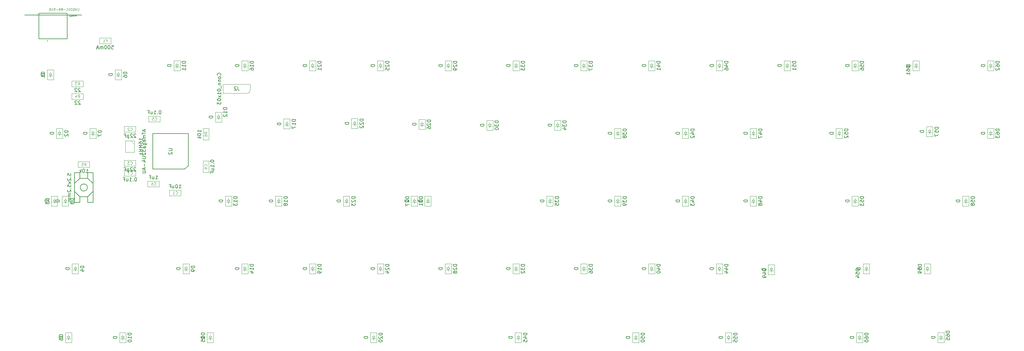
<source format=gbr>
G04 #@! TF.GenerationSoftware,KiCad,Pcbnew,(5.1.6-0-10_14)*
G04 #@! TF.CreationDate,2020-06-28T16:37:13+09:00*
G04 #@! TF.ProjectId,Jones,4a6f6e65-732e-46b6-9963-61645f706362,rev?*
G04 #@! TF.SameCoordinates,Original*
G04 #@! TF.FileFunction,Other,Fab,Bot*
%FSLAX46Y46*%
G04 Gerber Fmt 4.6, Leading zero omitted, Abs format (unit mm)*
G04 Created by KiCad (PCBNEW (5.1.6-0-10_14)) date 2020-06-28 16:37:13*
%MOMM*%
%LPD*%
G01*
G04 APERTURE LIST*
%ADD10C,0.100000*%
%ADD11C,0.150000*%
%ADD12C,0.200000*%
%ADD13C,0.127000*%
%ADD14C,0.120000*%
%ADD15C,0.015000*%
G04 APERTURE END LIST*
D10*
X61132000Y-57353000D02*
X63632000Y-57353000D01*
X63632000Y-57353000D02*
X63632000Y-60553000D01*
X63632000Y-60553000D02*
X61132000Y-60553000D01*
X61132000Y-60553000D02*
X61132000Y-57353000D01*
X62632000Y-57353000D02*
X63632000Y-58353000D01*
X60782000Y-54927000D02*
X63982000Y-54927000D01*
X60782000Y-53327000D02*
X60782000Y-54927000D01*
X63982000Y-53327000D02*
X60782000Y-53327000D01*
X63982000Y-54927000D02*
X63982000Y-53327000D01*
X63982000Y-64452000D02*
X63982000Y-62852000D01*
X63982000Y-62852000D02*
X60782000Y-62852000D01*
X60782000Y-62852000D02*
X60782000Y-64452000D01*
X60782000Y-64452000D02*
X63982000Y-64452000D01*
X107351000Y-54003000D02*
X107351000Y-51203000D01*
X107351000Y-51203000D02*
X105551000Y-51203000D01*
X105551000Y-51203000D02*
X105551000Y-54003000D01*
X105551000Y-54003000D02*
X107351000Y-54003000D01*
X106451000Y-53353000D02*
X106451000Y-52953000D01*
X106451000Y-52953000D02*
X107001000Y-52953000D01*
X106451000Y-52953000D02*
X105901000Y-52953000D01*
X106451000Y-52953000D02*
X106851000Y-52353000D01*
X106851000Y-52353000D02*
X106051000Y-52353000D01*
X106051000Y-52353000D02*
X106451000Y-52953000D01*
X106451000Y-52353000D02*
X106451000Y-51853000D01*
X40930000Y-40160000D02*
X40930000Y-37360000D01*
X40930000Y-37360000D02*
X39130000Y-37360000D01*
X39130000Y-37360000D02*
X39130000Y-40160000D01*
X39130000Y-40160000D02*
X40930000Y-40160000D01*
X40030000Y-39510000D02*
X40030000Y-39110000D01*
X40030000Y-39110000D02*
X40580000Y-39110000D01*
X40030000Y-39110000D02*
X39480000Y-39110000D01*
X40030000Y-39110000D02*
X40430000Y-38510000D01*
X40430000Y-38510000D02*
X39630000Y-38510000D01*
X39630000Y-38510000D02*
X40030000Y-39110000D01*
X40030000Y-38510000D02*
X40030000Y-38010000D01*
X59980000Y-40160000D02*
X59980000Y-37360000D01*
X59980000Y-37360000D02*
X58180000Y-37360000D01*
X58180000Y-37360000D02*
X58180000Y-40160000D01*
X58180000Y-40160000D02*
X59980000Y-40160000D01*
X59080000Y-39510000D02*
X59080000Y-39110000D01*
X59080000Y-39110000D02*
X59630000Y-39110000D01*
X59080000Y-39110000D02*
X58530000Y-39110000D01*
X59080000Y-39110000D02*
X59480000Y-38510000D01*
X59480000Y-38510000D02*
X58680000Y-38510000D01*
X58680000Y-38510000D02*
X59080000Y-39110000D01*
X59080000Y-38510000D02*
X59080000Y-38010000D01*
X76490000Y-37620000D02*
X76490000Y-34820000D01*
X76490000Y-34820000D02*
X74690000Y-34820000D01*
X74690000Y-34820000D02*
X74690000Y-37620000D01*
X74690000Y-37620000D02*
X76490000Y-37620000D01*
X75590000Y-36970000D02*
X75590000Y-36570000D01*
X75590000Y-36570000D02*
X76140000Y-36570000D01*
X75590000Y-36570000D02*
X75040000Y-36570000D01*
X75590000Y-36570000D02*
X75990000Y-35970000D01*
X75990000Y-35970000D02*
X75190000Y-35970000D01*
X75190000Y-35970000D02*
X75590000Y-36570000D01*
X75590000Y-35970000D02*
X75590000Y-35470000D01*
X95540000Y-37620000D02*
X95540000Y-34820000D01*
X95540000Y-34820000D02*
X93740000Y-34820000D01*
X93740000Y-34820000D02*
X93740000Y-37620000D01*
X93740000Y-37620000D02*
X95540000Y-37620000D01*
X94640000Y-36970000D02*
X94640000Y-36570000D01*
X94640000Y-36570000D02*
X95190000Y-36570000D01*
X94640000Y-36570000D02*
X94090000Y-36570000D01*
X94640000Y-36570000D02*
X95040000Y-35970000D01*
X95040000Y-35970000D02*
X94240000Y-35970000D01*
X94240000Y-35970000D02*
X94640000Y-36570000D01*
X94640000Y-35970000D02*
X94640000Y-35470000D01*
X114590000Y-37620000D02*
X114590000Y-34820000D01*
X114590000Y-34820000D02*
X112790000Y-34820000D01*
X112790000Y-34820000D02*
X112790000Y-37620000D01*
X112790000Y-37620000D02*
X114590000Y-37620000D01*
X113690000Y-36970000D02*
X113690000Y-36570000D01*
X113690000Y-36570000D02*
X114240000Y-36570000D01*
X113690000Y-36570000D02*
X113140000Y-36570000D01*
X113690000Y-36570000D02*
X114090000Y-35970000D01*
X114090000Y-35970000D02*
X113290000Y-35970000D01*
X113290000Y-35970000D02*
X113690000Y-36570000D01*
X113690000Y-35970000D02*
X113690000Y-35470000D01*
X133640000Y-37620000D02*
X133640000Y-34820000D01*
X133640000Y-34820000D02*
X131840000Y-34820000D01*
X131840000Y-34820000D02*
X131840000Y-37620000D01*
X131840000Y-37620000D02*
X133640000Y-37620000D01*
X132740000Y-36970000D02*
X132740000Y-36570000D01*
X132740000Y-36570000D02*
X133290000Y-36570000D01*
X132740000Y-36570000D02*
X132190000Y-36570000D01*
X132740000Y-36570000D02*
X133140000Y-35970000D01*
X133140000Y-35970000D02*
X132340000Y-35970000D01*
X132340000Y-35970000D02*
X132740000Y-36570000D01*
X132740000Y-35970000D02*
X132740000Y-35470000D01*
X152690000Y-37620000D02*
X152690000Y-34820000D01*
X152690000Y-34820000D02*
X150890000Y-34820000D01*
X150890000Y-34820000D02*
X150890000Y-37620000D01*
X150890000Y-37620000D02*
X152690000Y-37620000D01*
X151790000Y-36970000D02*
X151790000Y-36570000D01*
X151790000Y-36570000D02*
X152340000Y-36570000D01*
X151790000Y-36570000D02*
X151240000Y-36570000D01*
X151790000Y-36570000D02*
X152190000Y-35970000D01*
X152190000Y-35970000D02*
X151390000Y-35970000D01*
X151390000Y-35970000D02*
X151790000Y-36570000D01*
X151790000Y-35970000D02*
X151790000Y-35470000D01*
X171740000Y-37620000D02*
X171740000Y-34820000D01*
X171740000Y-34820000D02*
X169940000Y-34820000D01*
X169940000Y-34820000D02*
X169940000Y-37620000D01*
X169940000Y-37620000D02*
X171740000Y-37620000D01*
X170840000Y-36970000D02*
X170840000Y-36570000D01*
X170840000Y-36570000D02*
X171390000Y-36570000D01*
X170840000Y-36570000D02*
X170290000Y-36570000D01*
X170840000Y-36570000D02*
X171240000Y-35970000D01*
X171240000Y-35970000D02*
X170440000Y-35970000D01*
X170440000Y-35970000D02*
X170840000Y-36570000D01*
X170840000Y-35970000D02*
X170840000Y-35470000D01*
X190790000Y-37620000D02*
X190790000Y-34820000D01*
X190790000Y-34820000D02*
X188990000Y-34820000D01*
X188990000Y-34820000D02*
X188990000Y-37620000D01*
X188990000Y-37620000D02*
X190790000Y-37620000D01*
X189890000Y-36970000D02*
X189890000Y-36570000D01*
X189890000Y-36570000D02*
X190440000Y-36570000D01*
X189890000Y-36570000D02*
X189340000Y-36570000D01*
X189890000Y-36570000D02*
X190290000Y-35970000D01*
X190290000Y-35970000D02*
X189490000Y-35970000D01*
X189490000Y-35970000D02*
X189890000Y-36570000D01*
X189890000Y-35970000D02*
X189890000Y-35470000D01*
X209840000Y-37620000D02*
X209840000Y-34820000D01*
X209840000Y-34820000D02*
X208040000Y-34820000D01*
X208040000Y-34820000D02*
X208040000Y-37620000D01*
X208040000Y-37620000D02*
X209840000Y-37620000D01*
X208940000Y-36970000D02*
X208940000Y-36570000D01*
X208940000Y-36570000D02*
X209490000Y-36570000D01*
X208940000Y-36570000D02*
X208390000Y-36570000D01*
X208940000Y-36570000D02*
X209340000Y-35970000D01*
X209340000Y-35970000D02*
X208540000Y-35970000D01*
X208540000Y-35970000D02*
X208940000Y-36570000D01*
X208940000Y-35970000D02*
X208940000Y-35470000D01*
X228890000Y-37620000D02*
X228890000Y-34820000D01*
X228890000Y-34820000D02*
X227090000Y-34820000D01*
X227090000Y-34820000D02*
X227090000Y-37620000D01*
X227090000Y-37620000D02*
X228890000Y-37620000D01*
X227990000Y-36970000D02*
X227990000Y-36570000D01*
X227990000Y-36570000D02*
X228540000Y-36570000D01*
X227990000Y-36570000D02*
X227440000Y-36570000D01*
X227990000Y-36570000D02*
X228390000Y-35970000D01*
X228390000Y-35970000D02*
X227590000Y-35970000D01*
X227590000Y-35970000D02*
X227990000Y-36570000D01*
X227990000Y-35970000D02*
X227990000Y-35470000D01*
X247940000Y-37620000D02*
X247940000Y-34820000D01*
X247940000Y-34820000D02*
X246140000Y-34820000D01*
X246140000Y-34820000D02*
X246140000Y-37620000D01*
X246140000Y-37620000D02*
X247940000Y-37620000D01*
X247040000Y-36970000D02*
X247040000Y-36570000D01*
X247040000Y-36570000D02*
X247590000Y-36570000D01*
X247040000Y-36570000D02*
X246490000Y-36570000D01*
X247040000Y-36570000D02*
X247440000Y-35970000D01*
X247440000Y-35970000D02*
X246640000Y-35970000D01*
X246640000Y-35970000D02*
X247040000Y-36570000D01*
X247040000Y-35970000D02*
X247040000Y-35470000D01*
X266990000Y-37620000D02*
X266990000Y-34820000D01*
X266990000Y-34820000D02*
X265190000Y-34820000D01*
X265190000Y-34820000D02*
X265190000Y-37620000D01*
X265190000Y-37620000D02*
X266990000Y-37620000D01*
X266090000Y-36970000D02*
X266090000Y-36570000D01*
X266090000Y-36570000D02*
X266640000Y-36570000D01*
X266090000Y-36570000D02*
X265540000Y-36570000D01*
X266090000Y-36570000D02*
X266490000Y-35970000D01*
X266490000Y-35970000D02*
X265690000Y-35970000D01*
X265690000Y-35970000D02*
X266090000Y-36570000D01*
X266090000Y-35970000D02*
X266090000Y-35470000D01*
X284135000Y-37620000D02*
X284135000Y-34820000D01*
X284135000Y-34820000D02*
X282335000Y-34820000D01*
X282335000Y-34820000D02*
X282335000Y-37620000D01*
X282335000Y-37620000D02*
X284135000Y-37620000D01*
X283235000Y-36970000D02*
X283235000Y-36570000D01*
X283235000Y-36570000D02*
X283785000Y-36570000D01*
X283235000Y-36570000D02*
X282685000Y-36570000D01*
X283235000Y-36570000D02*
X283635000Y-35970000D01*
X283635000Y-35970000D02*
X282835000Y-35970000D01*
X282835000Y-35970000D02*
X283235000Y-36570000D01*
X283235000Y-35970000D02*
X283235000Y-35470000D01*
X298105000Y-75720000D02*
X298105000Y-72920000D01*
X298105000Y-72920000D02*
X296305000Y-72920000D01*
X296305000Y-72920000D02*
X296305000Y-75720000D01*
X296305000Y-75720000D02*
X298105000Y-75720000D01*
X297205000Y-75070000D02*
X297205000Y-74670000D01*
X297205000Y-74670000D02*
X297755000Y-74670000D01*
X297205000Y-74670000D02*
X296655000Y-74670000D01*
X297205000Y-74670000D02*
X297605000Y-74070000D01*
X297605000Y-74070000D02*
X296805000Y-74070000D01*
X296805000Y-74070000D02*
X297205000Y-74670000D01*
X297205000Y-74070000D02*
X297205000Y-73570000D01*
X42570000Y-55020000D02*
X42570000Y-54520000D01*
X42170000Y-55020000D02*
X42570000Y-55620000D01*
X42970000Y-55020000D02*
X42170000Y-55020000D01*
X42570000Y-55620000D02*
X42970000Y-55020000D01*
X42570000Y-55620000D02*
X42020000Y-55620000D01*
X42570000Y-55620000D02*
X43120000Y-55620000D01*
X42570000Y-56020000D02*
X42570000Y-55620000D01*
X41670000Y-56670000D02*
X43470000Y-56670000D01*
X41670000Y-53870000D02*
X41670000Y-56670000D01*
X43470000Y-53870000D02*
X41670000Y-53870000D01*
X43470000Y-56670000D02*
X43470000Y-53870000D01*
X51968000Y-55020000D02*
X51968000Y-54520000D01*
X51568000Y-55020000D02*
X51968000Y-55620000D01*
X52368000Y-55020000D02*
X51568000Y-55020000D01*
X51968000Y-55620000D02*
X52368000Y-55020000D01*
X51968000Y-55620000D02*
X51418000Y-55620000D01*
X51968000Y-55620000D02*
X52518000Y-55620000D01*
X51968000Y-56020000D02*
X51968000Y-55620000D01*
X51068000Y-56670000D02*
X52868000Y-56670000D01*
X51068000Y-53870000D02*
X51068000Y-56670000D01*
X52868000Y-53870000D02*
X51068000Y-53870000D01*
X52868000Y-56670000D02*
X52868000Y-53870000D01*
X88174000Y-52098000D02*
X88174000Y-49298000D01*
X88174000Y-49298000D02*
X86374000Y-49298000D01*
X86374000Y-49298000D02*
X86374000Y-52098000D01*
X86374000Y-52098000D02*
X88174000Y-52098000D01*
X87274000Y-51448000D02*
X87274000Y-51048000D01*
X87274000Y-51048000D02*
X87824000Y-51048000D01*
X87274000Y-51048000D02*
X86724000Y-51048000D01*
X87274000Y-51048000D02*
X87674000Y-50448000D01*
X87674000Y-50448000D02*
X86874000Y-50448000D01*
X86874000Y-50448000D02*
X87274000Y-51048000D01*
X87274000Y-50448000D02*
X87274000Y-49948000D01*
X125501000Y-52226000D02*
X125501000Y-51726000D01*
X125101000Y-52226000D02*
X125501000Y-52826000D01*
X125901000Y-52226000D02*
X125101000Y-52226000D01*
X125501000Y-52826000D02*
X125901000Y-52226000D01*
X125501000Y-52826000D02*
X124951000Y-52826000D01*
X125501000Y-52826000D02*
X126051000Y-52826000D01*
X125501000Y-53226000D02*
X125501000Y-52826000D01*
X124601000Y-53876000D02*
X126401000Y-53876000D01*
X124601000Y-51076000D02*
X124601000Y-53876000D01*
X126401000Y-51076000D02*
X124601000Y-51076000D01*
X126401000Y-53876000D02*
X126401000Y-51076000D01*
X145324000Y-54130000D02*
X145324000Y-51330000D01*
X145324000Y-51330000D02*
X143524000Y-51330000D01*
X143524000Y-51330000D02*
X143524000Y-54130000D01*
X143524000Y-54130000D02*
X145324000Y-54130000D01*
X144424000Y-53480000D02*
X144424000Y-53080000D01*
X144424000Y-53080000D02*
X144974000Y-53080000D01*
X144424000Y-53080000D02*
X143874000Y-53080000D01*
X144424000Y-53080000D02*
X144824000Y-52480000D01*
X144824000Y-52480000D02*
X144024000Y-52480000D01*
X144024000Y-52480000D02*
X144424000Y-53080000D01*
X144424000Y-52480000D02*
X144424000Y-51980000D01*
X164374000Y-54384000D02*
X164374000Y-51584000D01*
X164374000Y-51584000D02*
X162574000Y-51584000D01*
X162574000Y-51584000D02*
X162574000Y-54384000D01*
X162574000Y-54384000D02*
X164374000Y-54384000D01*
X163474000Y-53734000D02*
X163474000Y-53334000D01*
X163474000Y-53334000D02*
X164024000Y-53334000D01*
X163474000Y-53334000D02*
X162924000Y-53334000D01*
X163474000Y-53334000D02*
X163874000Y-52734000D01*
X163874000Y-52734000D02*
X163074000Y-52734000D01*
X163074000Y-52734000D02*
X163474000Y-53334000D01*
X163474000Y-52734000D02*
X163474000Y-52234000D01*
X183424000Y-54384000D02*
X183424000Y-51584000D01*
X183424000Y-51584000D02*
X181624000Y-51584000D01*
X181624000Y-51584000D02*
X181624000Y-54384000D01*
X181624000Y-54384000D02*
X183424000Y-54384000D01*
X182524000Y-53734000D02*
X182524000Y-53334000D01*
X182524000Y-53334000D02*
X183074000Y-53334000D01*
X182524000Y-53334000D02*
X181974000Y-53334000D01*
X182524000Y-53334000D02*
X182924000Y-52734000D01*
X182924000Y-52734000D02*
X182124000Y-52734000D01*
X182124000Y-52734000D02*
X182524000Y-53334000D01*
X182524000Y-52734000D02*
X182524000Y-52234000D01*
X200315000Y-56670000D02*
X200315000Y-53870000D01*
X200315000Y-53870000D02*
X198515000Y-53870000D01*
X198515000Y-53870000D02*
X198515000Y-56670000D01*
X198515000Y-56670000D02*
X200315000Y-56670000D01*
X199415000Y-56020000D02*
X199415000Y-55620000D01*
X199415000Y-55620000D02*
X199965000Y-55620000D01*
X199415000Y-55620000D02*
X198865000Y-55620000D01*
X199415000Y-55620000D02*
X199815000Y-55020000D01*
X199815000Y-55020000D02*
X199015000Y-55020000D01*
X199015000Y-55020000D02*
X199415000Y-55620000D01*
X199415000Y-55020000D02*
X199415000Y-54520000D01*
X219365000Y-56670000D02*
X219365000Y-53870000D01*
X219365000Y-53870000D02*
X217565000Y-53870000D01*
X217565000Y-53870000D02*
X217565000Y-56670000D01*
X217565000Y-56670000D02*
X219365000Y-56670000D01*
X218465000Y-56020000D02*
X218465000Y-55620000D01*
X218465000Y-55620000D02*
X219015000Y-55620000D01*
X218465000Y-55620000D02*
X217915000Y-55620000D01*
X218465000Y-55620000D02*
X218865000Y-55020000D01*
X218865000Y-55020000D02*
X218065000Y-55020000D01*
X218065000Y-55020000D02*
X218465000Y-55620000D01*
X218465000Y-55020000D02*
X218465000Y-54520000D01*
X238415000Y-56670000D02*
X238415000Y-53870000D01*
X238415000Y-53870000D02*
X236615000Y-53870000D01*
X236615000Y-53870000D02*
X236615000Y-56670000D01*
X236615000Y-56670000D02*
X238415000Y-56670000D01*
X237515000Y-56020000D02*
X237515000Y-55620000D01*
X237515000Y-55620000D02*
X238065000Y-55620000D01*
X237515000Y-55620000D02*
X236965000Y-55620000D01*
X237515000Y-55620000D02*
X237915000Y-55020000D01*
X237915000Y-55020000D02*
X237115000Y-55020000D01*
X237115000Y-55020000D02*
X237515000Y-55620000D01*
X237515000Y-55020000D02*
X237515000Y-54520000D01*
X262545000Y-56670000D02*
X262545000Y-53870000D01*
X262545000Y-53870000D02*
X260745000Y-53870000D01*
X260745000Y-53870000D02*
X260745000Y-56670000D01*
X260745000Y-56670000D02*
X262545000Y-56670000D01*
X261645000Y-56020000D02*
X261645000Y-55620000D01*
X261645000Y-55620000D02*
X262195000Y-55620000D01*
X261645000Y-55620000D02*
X261095000Y-55620000D01*
X261645000Y-55620000D02*
X262045000Y-55020000D01*
X262045000Y-55020000D02*
X261245000Y-55020000D01*
X261245000Y-55020000D02*
X261645000Y-55620000D01*
X261645000Y-55020000D02*
X261645000Y-54520000D01*
X287945000Y-56162000D02*
X287945000Y-53362000D01*
X287945000Y-53362000D02*
X286145000Y-53362000D01*
X286145000Y-53362000D02*
X286145000Y-56162000D01*
X286145000Y-56162000D02*
X287945000Y-56162000D01*
X287045000Y-55512000D02*
X287045000Y-55112000D01*
X287045000Y-55112000D02*
X287595000Y-55112000D01*
X287045000Y-55112000D02*
X286495000Y-55112000D01*
X287045000Y-55112000D02*
X287445000Y-54512000D01*
X287445000Y-54512000D02*
X286645000Y-54512000D01*
X286645000Y-54512000D02*
X287045000Y-55112000D01*
X287045000Y-54512000D02*
X287045000Y-54012000D01*
X305090000Y-37620000D02*
X305090000Y-34820000D01*
X305090000Y-34820000D02*
X303290000Y-34820000D01*
X303290000Y-34820000D02*
X303290000Y-37620000D01*
X303290000Y-37620000D02*
X305090000Y-37620000D01*
X304190000Y-36970000D02*
X304190000Y-36570000D01*
X304190000Y-36570000D02*
X304740000Y-36570000D01*
X304190000Y-36570000D02*
X303640000Y-36570000D01*
X304190000Y-36570000D02*
X304590000Y-35970000D01*
X304590000Y-35970000D02*
X303790000Y-35970000D01*
X303790000Y-35970000D02*
X304190000Y-36570000D01*
X304190000Y-35970000D02*
X304190000Y-35470000D01*
X42073000Y-75720000D02*
X42073000Y-72920000D01*
X42073000Y-72920000D02*
X40273000Y-72920000D01*
X40273000Y-72920000D02*
X40273000Y-75720000D01*
X40273000Y-75720000D02*
X42073000Y-75720000D01*
X41173000Y-75070000D02*
X41173000Y-74670000D01*
X41173000Y-74670000D02*
X41723000Y-74670000D01*
X41173000Y-74670000D02*
X40623000Y-74670000D01*
X41173000Y-74670000D02*
X41573000Y-74070000D01*
X41573000Y-74070000D02*
X40773000Y-74070000D01*
X40773000Y-74070000D02*
X41173000Y-74670000D01*
X41173000Y-74070000D02*
X41173000Y-73570000D01*
X45121000Y-75720000D02*
X45121000Y-72920000D01*
X45121000Y-72920000D02*
X43321000Y-72920000D01*
X43321000Y-72920000D02*
X43321000Y-75720000D01*
X43321000Y-75720000D02*
X45121000Y-75720000D01*
X44221000Y-75070000D02*
X44221000Y-74670000D01*
X44221000Y-74670000D02*
X44771000Y-74670000D01*
X44221000Y-74670000D02*
X43671000Y-74670000D01*
X44221000Y-74670000D02*
X44621000Y-74070000D01*
X44621000Y-74070000D02*
X43821000Y-74070000D01*
X43821000Y-74070000D02*
X44221000Y-74670000D01*
X44221000Y-74070000D02*
X44221000Y-73570000D01*
X90968000Y-75720000D02*
X90968000Y-72920000D01*
X90968000Y-72920000D02*
X89168000Y-72920000D01*
X89168000Y-72920000D02*
X89168000Y-75720000D01*
X89168000Y-75720000D02*
X90968000Y-75720000D01*
X90068000Y-75070000D02*
X90068000Y-74670000D01*
X90068000Y-74670000D02*
X90618000Y-74670000D01*
X90068000Y-74670000D02*
X89518000Y-74670000D01*
X90068000Y-74670000D02*
X90468000Y-74070000D01*
X90468000Y-74070000D02*
X89668000Y-74070000D01*
X89668000Y-74070000D02*
X90068000Y-74670000D01*
X90068000Y-74070000D02*
X90068000Y-73570000D01*
X105065000Y-75720000D02*
X105065000Y-72920000D01*
X105065000Y-72920000D02*
X103265000Y-72920000D01*
X103265000Y-72920000D02*
X103265000Y-75720000D01*
X103265000Y-75720000D02*
X105065000Y-75720000D01*
X104165000Y-75070000D02*
X104165000Y-74670000D01*
X104165000Y-74670000D02*
X104715000Y-74670000D01*
X104165000Y-74670000D02*
X103615000Y-74670000D01*
X104165000Y-74670000D02*
X104565000Y-74070000D01*
X104565000Y-74070000D02*
X103765000Y-74070000D01*
X103765000Y-74070000D02*
X104165000Y-74670000D01*
X104165000Y-74070000D02*
X104165000Y-73570000D01*
X123215000Y-74070000D02*
X123215000Y-73570000D01*
X122815000Y-74070000D02*
X123215000Y-74670000D01*
X123615000Y-74070000D02*
X122815000Y-74070000D01*
X123215000Y-74670000D02*
X123615000Y-74070000D01*
X123215000Y-74670000D02*
X122665000Y-74670000D01*
X123215000Y-74670000D02*
X123765000Y-74670000D01*
X123215000Y-75070000D02*
X123215000Y-74670000D01*
X122315000Y-75720000D02*
X124115000Y-75720000D01*
X122315000Y-72920000D02*
X122315000Y-75720000D01*
X124115000Y-72920000D02*
X122315000Y-72920000D01*
X124115000Y-75720000D02*
X124115000Y-72920000D01*
X142265000Y-74070000D02*
X142265000Y-73570000D01*
X141865000Y-74070000D02*
X142265000Y-74670000D01*
X142665000Y-74070000D02*
X141865000Y-74070000D01*
X142265000Y-74670000D02*
X142665000Y-74070000D01*
X142265000Y-74670000D02*
X141715000Y-74670000D01*
X142265000Y-74670000D02*
X142815000Y-74670000D01*
X142265000Y-75070000D02*
X142265000Y-74670000D01*
X141365000Y-75720000D02*
X143165000Y-75720000D01*
X141365000Y-72920000D02*
X141365000Y-75720000D01*
X143165000Y-72920000D02*
X141365000Y-72920000D01*
X143165000Y-75720000D02*
X143165000Y-72920000D01*
X146075000Y-74070000D02*
X146075000Y-73570000D01*
X145675000Y-74070000D02*
X146075000Y-74670000D01*
X146475000Y-74070000D02*
X145675000Y-74070000D01*
X146075000Y-74670000D02*
X146475000Y-74070000D01*
X146075000Y-74670000D02*
X145525000Y-74670000D01*
X146075000Y-74670000D02*
X146625000Y-74670000D01*
X146075000Y-75070000D02*
X146075000Y-74670000D01*
X145175000Y-75720000D02*
X146975000Y-75720000D01*
X145175000Y-72920000D02*
X145175000Y-75720000D01*
X146975000Y-72920000D02*
X145175000Y-72920000D01*
X146975000Y-75720000D02*
X146975000Y-72920000D01*
X180365000Y-74070000D02*
X180365000Y-73570000D01*
X179965000Y-74070000D02*
X180365000Y-74670000D01*
X180765000Y-74070000D02*
X179965000Y-74070000D01*
X180365000Y-74670000D02*
X180765000Y-74070000D01*
X180365000Y-74670000D02*
X179815000Y-74670000D01*
X180365000Y-74670000D02*
X180915000Y-74670000D01*
X180365000Y-75070000D02*
X180365000Y-74670000D01*
X179465000Y-75720000D02*
X181265000Y-75720000D01*
X179465000Y-72920000D02*
X179465000Y-75720000D01*
X181265000Y-72920000D02*
X179465000Y-72920000D01*
X181265000Y-75720000D02*
X181265000Y-72920000D01*
X199415000Y-74070000D02*
X199415000Y-73570000D01*
X199015000Y-74070000D02*
X199415000Y-74670000D01*
X199815000Y-74070000D02*
X199015000Y-74070000D01*
X199415000Y-74670000D02*
X199815000Y-74070000D01*
X199415000Y-74670000D02*
X198865000Y-74670000D01*
X199415000Y-74670000D02*
X199965000Y-74670000D01*
X199415000Y-75070000D02*
X199415000Y-74670000D01*
X198515000Y-75720000D02*
X200315000Y-75720000D01*
X198515000Y-72920000D02*
X198515000Y-75720000D01*
X200315000Y-72920000D02*
X198515000Y-72920000D01*
X200315000Y-75720000D02*
X200315000Y-72920000D01*
X218465000Y-74070000D02*
X218465000Y-73570000D01*
X218065000Y-74070000D02*
X218465000Y-74670000D01*
X218865000Y-74070000D02*
X218065000Y-74070000D01*
X218465000Y-74670000D02*
X218865000Y-74070000D01*
X218465000Y-74670000D02*
X217915000Y-74670000D01*
X218465000Y-74670000D02*
X219015000Y-74670000D01*
X218465000Y-75070000D02*
X218465000Y-74670000D01*
X217565000Y-75720000D02*
X219365000Y-75720000D01*
X217565000Y-72920000D02*
X217565000Y-75720000D01*
X219365000Y-72920000D02*
X217565000Y-72920000D01*
X219365000Y-75720000D02*
X219365000Y-72920000D01*
X237515000Y-74070000D02*
X237515000Y-73570000D01*
X237115000Y-74070000D02*
X237515000Y-74670000D01*
X237915000Y-74070000D02*
X237115000Y-74070000D01*
X237515000Y-74670000D02*
X237915000Y-74070000D01*
X237515000Y-74670000D02*
X236965000Y-74670000D01*
X237515000Y-74670000D02*
X238065000Y-74670000D01*
X237515000Y-75070000D02*
X237515000Y-74670000D01*
X236615000Y-75720000D02*
X238415000Y-75720000D01*
X236615000Y-72920000D02*
X236615000Y-75720000D01*
X238415000Y-72920000D02*
X236615000Y-72920000D01*
X238415000Y-75720000D02*
X238415000Y-72920000D01*
X266090000Y-74070000D02*
X266090000Y-73570000D01*
X265690000Y-74070000D02*
X266090000Y-74670000D01*
X266490000Y-74070000D02*
X265690000Y-74070000D01*
X266090000Y-74670000D02*
X266490000Y-74070000D01*
X266090000Y-74670000D02*
X265540000Y-74670000D01*
X266090000Y-74670000D02*
X266640000Y-74670000D01*
X266090000Y-75070000D02*
X266090000Y-74670000D01*
X265190000Y-75720000D02*
X266990000Y-75720000D01*
X265190000Y-72920000D02*
X265190000Y-75720000D01*
X266990000Y-72920000D02*
X265190000Y-72920000D01*
X266990000Y-75720000D02*
X266990000Y-72920000D01*
X304190000Y-55020000D02*
X304190000Y-54520000D01*
X303790000Y-55020000D02*
X304190000Y-55620000D01*
X304590000Y-55020000D02*
X303790000Y-55020000D01*
X304190000Y-55620000D02*
X304590000Y-55020000D01*
X304190000Y-55620000D02*
X303640000Y-55620000D01*
X304190000Y-55620000D02*
X304740000Y-55620000D01*
X304190000Y-56020000D02*
X304190000Y-55620000D01*
X303290000Y-56670000D02*
X305090000Y-56670000D01*
X303290000Y-53870000D02*
X303290000Y-56670000D01*
X305090000Y-53870000D02*
X303290000Y-53870000D01*
X305090000Y-56670000D02*
X305090000Y-53870000D01*
X47015000Y-93120000D02*
X47015000Y-92620000D01*
X46615000Y-93120000D02*
X47015000Y-93720000D01*
X47415000Y-93120000D02*
X46615000Y-93120000D01*
X47015000Y-93720000D02*
X47415000Y-93120000D01*
X47015000Y-93720000D02*
X46465000Y-93720000D01*
X47015000Y-93720000D02*
X47565000Y-93720000D01*
X47015000Y-94120000D02*
X47015000Y-93720000D01*
X46115000Y-94770000D02*
X47915000Y-94770000D01*
X46115000Y-91970000D02*
X46115000Y-94770000D01*
X47915000Y-91970000D02*
X46115000Y-91970000D01*
X47915000Y-94770000D02*
X47915000Y-91970000D01*
X78130000Y-93120000D02*
X78130000Y-92620000D01*
X77730000Y-93120000D02*
X78130000Y-93720000D01*
X78530000Y-93120000D02*
X77730000Y-93120000D01*
X78130000Y-93720000D02*
X78530000Y-93120000D01*
X78130000Y-93720000D02*
X77580000Y-93720000D01*
X78130000Y-93720000D02*
X78680000Y-93720000D01*
X78130000Y-94120000D02*
X78130000Y-93720000D01*
X77230000Y-94770000D02*
X79030000Y-94770000D01*
X77230000Y-91970000D02*
X77230000Y-94770000D01*
X79030000Y-91970000D02*
X77230000Y-91970000D01*
X79030000Y-94770000D02*
X79030000Y-91970000D01*
X94640000Y-93120000D02*
X94640000Y-92620000D01*
X94240000Y-93120000D02*
X94640000Y-93720000D01*
X95040000Y-93120000D02*
X94240000Y-93120000D01*
X94640000Y-93720000D02*
X95040000Y-93120000D01*
X94640000Y-93720000D02*
X94090000Y-93720000D01*
X94640000Y-93720000D02*
X95190000Y-93720000D01*
X94640000Y-94120000D02*
X94640000Y-93720000D01*
X93740000Y-94770000D02*
X95540000Y-94770000D01*
X93740000Y-91970000D02*
X93740000Y-94770000D01*
X95540000Y-91970000D02*
X93740000Y-91970000D01*
X95540000Y-94770000D02*
X95540000Y-91970000D01*
X113690000Y-93120000D02*
X113690000Y-92620000D01*
X113290000Y-93120000D02*
X113690000Y-93720000D01*
X114090000Y-93120000D02*
X113290000Y-93120000D01*
X113690000Y-93720000D02*
X114090000Y-93120000D01*
X113690000Y-93720000D02*
X113140000Y-93720000D01*
X113690000Y-93720000D02*
X114240000Y-93720000D01*
X113690000Y-94120000D02*
X113690000Y-93720000D01*
X112790000Y-94770000D02*
X114590000Y-94770000D01*
X112790000Y-91970000D02*
X112790000Y-94770000D01*
X114590000Y-91970000D02*
X112790000Y-91970000D01*
X114590000Y-94770000D02*
X114590000Y-91970000D01*
X132740000Y-93120000D02*
X132740000Y-92620000D01*
X132340000Y-93120000D02*
X132740000Y-93720000D01*
X133140000Y-93120000D02*
X132340000Y-93120000D01*
X132740000Y-93720000D02*
X133140000Y-93120000D01*
X132740000Y-93720000D02*
X132190000Y-93720000D01*
X132740000Y-93720000D02*
X133290000Y-93720000D01*
X132740000Y-94120000D02*
X132740000Y-93720000D01*
X131840000Y-94770000D02*
X133640000Y-94770000D01*
X131840000Y-91970000D02*
X131840000Y-94770000D01*
X133640000Y-91970000D02*
X131840000Y-91970000D01*
X133640000Y-94770000D02*
X133640000Y-91970000D01*
X151790000Y-93120000D02*
X151790000Y-92620000D01*
X151390000Y-93120000D02*
X151790000Y-93720000D01*
X152190000Y-93120000D02*
X151390000Y-93120000D01*
X151790000Y-93720000D02*
X152190000Y-93120000D01*
X151790000Y-93720000D02*
X151240000Y-93720000D01*
X151790000Y-93720000D02*
X152340000Y-93720000D01*
X151790000Y-94120000D02*
X151790000Y-93720000D01*
X150890000Y-94770000D02*
X152690000Y-94770000D01*
X150890000Y-91970000D02*
X150890000Y-94770000D01*
X152690000Y-91970000D02*
X150890000Y-91970000D01*
X152690000Y-94770000D02*
X152690000Y-91970000D01*
X170840000Y-93120000D02*
X170840000Y-92620000D01*
X170440000Y-93120000D02*
X170840000Y-93720000D01*
X171240000Y-93120000D02*
X170440000Y-93120000D01*
X170840000Y-93720000D02*
X171240000Y-93120000D01*
X170840000Y-93720000D02*
X170290000Y-93720000D01*
X170840000Y-93720000D02*
X171390000Y-93720000D01*
X170840000Y-94120000D02*
X170840000Y-93720000D01*
X169940000Y-94770000D02*
X171740000Y-94770000D01*
X169940000Y-91970000D02*
X169940000Y-94770000D01*
X171740000Y-91970000D02*
X169940000Y-91970000D01*
X171740000Y-94770000D02*
X171740000Y-91970000D01*
X189890000Y-93120000D02*
X189890000Y-92620000D01*
X189490000Y-93120000D02*
X189890000Y-93720000D01*
X190290000Y-93120000D02*
X189490000Y-93120000D01*
X189890000Y-93720000D02*
X190290000Y-93120000D01*
X189890000Y-93720000D02*
X189340000Y-93720000D01*
X189890000Y-93720000D02*
X190440000Y-93720000D01*
X189890000Y-94120000D02*
X189890000Y-93720000D01*
X188990000Y-94770000D02*
X190790000Y-94770000D01*
X188990000Y-91970000D02*
X188990000Y-94770000D01*
X190790000Y-91970000D02*
X188990000Y-91970000D01*
X190790000Y-94770000D02*
X190790000Y-91970000D01*
X208940000Y-93120000D02*
X208940000Y-92620000D01*
X208540000Y-93120000D02*
X208940000Y-93720000D01*
X209340000Y-93120000D02*
X208540000Y-93120000D01*
X208940000Y-93720000D02*
X209340000Y-93120000D01*
X208940000Y-93720000D02*
X208390000Y-93720000D01*
X208940000Y-93720000D02*
X209490000Y-93720000D01*
X208940000Y-94120000D02*
X208940000Y-93720000D01*
X208040000Y-94770000D02*
X209840000Y-94770000D01*
X208040000Y-91970000D02*
X208040000Y-94770000D01*
X209840000Y-91970000D02*
X208040000Y-91970000D01*
X209840000Y-94770000D02*
X209840000Y-91970000D01*
X227990000Y-93120000D02*
X227990000Y-92620000D01*
X227590000Y-93120000D02*
X227990000Y-93720000D01*
X228390000Y-93120000D02*
X227590000Y-93120000D01*
X227990000Y-93720000D02*
X228390000Y-93120000D01*
X227990000Y-93720000D02*
X227440000Y-93720000D01*
X227990000Y-93720000D02*
X228540000Y-93720000D01*
X227990000Y-94120000D02*
X227990000Y-93720000D01*
X227090000Y-94770000D02*
X228890000Y-94770000D01*
X227090000Y-91970000D02*
X227090000Y-94770000D01*
X228890000Y-91970000D02*
X227090000Y-91970000D01*
X228890000Y-94770000D02*
X228890000Y-91970000D01*
X242595000Y-93374000D02*
X242595000Y-92874000D01*
X242195000Y-93374000D02*
X242595000Y-93974000D01*
X242995000Y-93374000D02*
X242195000Y-93374000D01*
X242595000Y-93974000D02*
X242995000Y-93374000D01*
X242595000Y-93974000D02*
X242045000Y-93974000D01*
X242595000Y-93974000D02*
X243145000Y-93974000D01*
X242595000Y-94374000D02*
X242595000Y-93974000D01*
X241695000Y-95024000D02*
X243495000Y-95024000D01*
X241695000Y-92224000D02*
X241695000Y-95024000D01*
X243495000Y-92224000D02*
X241695000Y-92224000D01*
X243495000Y-95024000D02*
X243495000Y-92224000D01*
X269265000Y-93120000D02*
X269265000Y-92620000D01*
X268865000Y-93120000D02*
X269265000Y-93720000D01*
X269665000Y-93120000D02*
X268865000Y-93120000D01*
X269265000Y-93720000D02*
X269665000Y-93120000D01*
X269265000Y-93720000D02*
X268715000Y-93720000D01*
X269265000Y-93720000D02*
X269815000Y-93720000D01*
X269265000Y-94120000D02*
X269265000Y-93720000D01*
X268365000Y-94770000D02*
X270165000Y-94770000D01*
X268365000Y-91970000D02*
X268365000Y-94770000D01*
X270165000Y-91970000D02*
X268365000Y-91970000D01*
X270165000Y-94770000D02*
X270165000Y-91970000D01*
X286410000Y-93120000D02*
X286410000Y-92620000D01*
X286010000Y-93120000D02*
X286410000Y-93720000D01*
X286810000Y-93120000D02*
X286010000Y-93120000D01*
X286410000Y-93720000D02*
X286810000Y-93120000D01*
X286410000Y-93720000D02*
X285860000Y-93720000D01*
X286410000Y-93720000D02*
X286960000Y-93720000D01*
X286410000Y-94120000D02*
X286410000Y-93720000D01*
X285510000Y-94770000D02*
X287310000Y-94770000D01*
X285510000Y-91970000D02*
X285510000Y-94770000D01*
X287310000Y-91970000D02*
X285510000Y-91970000D01*
X287310000Y-94770000D02*
X287310000Y-91970000D01*
X45110000Y-112487500D02*
X45110000Y-111987500D01*
X44710000Y-112487500D02*
X45110000Y-113087500D01*
X45510000Y-112487500D02*
X44710000Y-112487500D01*
X45110000Y-113087500D02*
X45510000Y-112487500D01*
X45110000Y-113087500D02*
X44560000Y-113087500D01*
X45110000Y-113087500D02*
X45660000Y-113087500D01*
X45110000Y-113487500D02*
X45110000Y-113087500D01*
X44210000Y-114137500D02*
X46010000Y-114137500D01*
X44210000Y-111337500D02*
X44210000Y-114137500D01*
X46010000Y-111337500D02*
X44210000Y-111337500D01*
X46010000Y-114137500D02*
X46010000Y-111337500D01*
X60350000Y-112487500D02*
X60350000Y-111987500D01*
X59950000Y-112487500D02*
X60350000Y-113087500D01*
X60750000Y-112487500D02*
X59950000Y-112487500D01*
X60350000Y-113087500D02*
X60750000Y-112487500D01*
X60350000Y-113087500D02*
X59800000Y-113087500D01*
X60350000Y-113087500D02*
X60900000Y-113087500D01*
X60350000Y-113487500D02*
X60350000Y-113087500D01*
X59450000Y-114137500D02*
X61250000Y-114137500D01*
X59450000Y-111337500D02*
X59450000Y-114137500D01*
X61250000Y-111337500D02*
X59450000Y-111337500D01*
X61250000Y-114137500D02*
X61250000Y-111337500D01*
X84956250Y-112487500D02*
X84956250Y-111987500D01*
X84556250Y-112487500D02*
X84956250Y-113087500D01*
X85356250Y-112487500D02*
X84556250Y-112487500D01*
X84956250Y-113087500D02*
X85356250Y-112487500D01*
X84956250Y-113087500D02*
X84406250Y-113087500D01*
X84956250Y-113087500D02*
X85506250Y-113087500D01*
X84956250Y-113487500D02*
X84956250Y-113087500D01*
X84056250Y-114137500D02*
X85856250Y-114137500D01*
X84056250Y-111337500D02*
X84056250Y-114137500D01*
X85856250Y-111337500D02*
X84056250Y-111337500D01*
X85856250Y-114137500D02*
X85856250Y-111337500D01*
X130835000Y-112487500D02*
X130835000Y-111987500D01*
X130435000Y-112487500D02*
X130835000Y-113087500D01*
X131235000Y-112487500D02*
X130435000Y-112487500D01*
X130835000Y-113087500D02*
X131235000Y-112487500D01*
X130835000Y-113087500D02*
X130285000Y-113087500D01*
X130835000Y-113087500D02*
X131385000Y-113087500D01*
X130835000Y-113487500D02*
X130835000Y-113087500D01*
X129935000Y-114137500D02*
X131735000Y-114137500D01*
X129935000Y-111337500D02*
X129935000Y-114137500D01*
X131735000Y-111337500D02*
X129935000Y-111337500D01*
X131735000Y-114137500D02*
X131735000Y-111337500D01*
X171475000Y-112487500D02*
X171475000Y-111987500D01*
X171075000Y-112487500D02*
X171475000Y-113087500D01*
X171875000Y-112487500D02*
X171075000Y-112487500D01*
X171475000Y-113087500D02*
X171875000Y-112487500D01*
X171475000Y-113087500D02*
X170925000Y-113087500D01*
X171475000Y-113087500D02*
X172025000Y-113087500D01*
X171475000Y-113487500D02*
X171475000Y-113087500D01*
X170575000Y-114137500D02*
X172375000Y-114137500D01*
X170575000Y-111337500D02*
X170575000Y-114137500D01*
X172375000Y-111337500D02*
X170575000Y-111337500D01*
X172375000Y-114137500D02*
X172375000Y-111337500D01*
X267360000Y-112487500D02*
X267360000Y-111987500D01*
X266960000Y-112487500D02*
X267360000Y-113087500D01*
X267760000Y-112487500D02*
X266960000Y-112487500D01*
X267360000Y-113087500D02*
X267760000Y-112487500D01*
X267360000Y-113087500D02*
X266810000Y-113087500D01*
X267360000Y-113087500D02*
X267910000Y-113087500D01*
X267360000Y-113487500D02*
X267360000Y-113087500D01*
X266460000Y-114137500D02*
X268260000Y-114137500D01*
X266460000Y-111337500D02*
X266460000Y-114137500D01*
X268260000Y-111337500D02*
X266460000Y-111337500D01*
X268260000Y-114137500D02*
X268260000Y-111337500D01*
X291120000Y-114137500D02*
X291120000Y-111337500D01*
X291120000Y-111337500D02*
X289320000Y-111337500D01*
X289320000Y-111337500D02*
X289320000Y-114137500D01*
X289320000Y-114137500D02*
X291120000Y-114137500D01*
X290220000Y-113487500D02*
X290220000Y-113087500D01*
X290220000Y-113087500D02*
X290770000Y-113087500D01*
X290220000Y-113087500D02*
X289670000Y-113087500D01*
X290220000Y-113087500D02*
X290620000Y-112487500D01*
X290620000Y-112487500D02*
X289820000Y-112487500D01*
X289820000Y-112487500D02*
X290220000Y-113087500D01*
X290220000Y-112487500D02*
X290220000Y-111987500D01*
X56997000Y-30035000D02*
X56997000Y-28435000D01*
X56997000Y-28435000D02*
X53797000Y-28435000D01*
X53797000Y-28435000D02*
X53797000Y-30035000D01*
X53797000Y-30035000D02*
X56997000Y-30035000D01*
D11*
X46828000Y-66310000D02*
X46828000Y-74710000D01*
X46828000Y-74710000D02*
X48228000Y-74710000D01*
X48328000Y-74710000D02*
X48328000Y-73110000D01*
X48328000Y-73110000D02*
X50528000Y-73110000D01*
X50528000Y-73110000D02*
X50528000Y-74710000D01*
X50528000Y-74710000D02*
X52028000Y-74710000D01*
X52028000Y-74710000D02*
X52028000Y-66310000D01*
X52028000Y-66310000D02*
X50528000Y-66310000D01*
X50528000Y-66310000D02*
X50528000Y-67910000D01*
X50528000Y-67910000D02*
X48328000Y-67910000D01*
X48328000Y-67910000D02*
X48328000Y-66310000D01*
X48328000Y-66310000D02*
X46828000Y-66310000D01*
X50428000Y-70510000D02*
G75*
G03*
X50428000Y-70510000I-1000000J0D01*
G01*
X48328000Y-67910000D02*
X46828000Y-69410000D01*
X48328000Y-73110000D02*
X46828000Y-71610000D01*
X50528000Y-73110000D02*
X52028000Y-71610000D01*
X50528000Y-67910000D02*
X52028000Y-69410000D01*
D10*
X204495000Y-112487500D02*
X204495000Y-111987500D01*
X204095000Y-112487500D02*
X204495000Y-113087500D01*
X204895000Y-112487500D02*
X204095000Y-112487500D01*
X204495000Y-113087500D02*
X204895000Y-112487500D01*
X204495000Y-113087500D02*
X203945000Y-113087500D01*
X204495000Y-113087500D02*
X205045000Y-113087500D01*
X204495000Y-113487500D02*
X204495000Y-113087500D01*
X203595000Y-114137500D02*
X205395000Y-114137500D01*
X203595000Y-111337500D02*
X203595000Y-114137500D01*
X205395000Y-111337500D02*
X203595000Y-111337500D01*
X205395000Y-114137500D02*
X205395000Y-111337500D01*
X231430000Y-114137500D02*
X231430000Y-111337500D01*
X231430000Y-111337500D02*
X229630000Y-111337500D01*
X229630000Y-111337500D02*
X229630000Y-114137500D01*
X229630000Y-114137500D02*
X231430000Y-114137500D01*
X230530000Y-113487500D02*
X230530000Y-113087500D01*
X230530000Y-113087500D02*
X231080000Y-113087500D01*
X230530000Y-113087500D02*
X229980000Y-113087500D01*
X230530000Y-113087500D02*
X230930000Y-112487500D01*
X230930000Y-112487500D02*
X230130000Y-112487500D01*
X230130000Y-112487500D02*
X230530000Y-113087500D01*
X230530000Y-112487500D02*
X230530000Y-111987500D01*
D11*
X78812000Y-64350000D02*
X78812000Y-55350000D01*
X78812000Y-55350000D02*
X68812000Y-55350000D01*
X68812000Y-55350000D02*
X68812000Y-65350000D01*
X68812000Y-65350000D02*
X77812000Y-65350000D01*
X77812000Y-65350000D02*
X78812000Y-64350000D01*
D10*
X73482000Y-71234000D02*
X73482000Y-72834000D01*
X73482000Y-72834000D02*
X76682000Y-72834000D01*
X76682000Y-72834000D02*
X76682000Y-71234000D01*
X76682000Y-71234000D02*
X73482000Y-71234000D01*
X84518000Y-66268000D02*
X84518000Y-63068000D01*
X82918000Y-66268000D02*
X84518000Y-66268000D01*
X82918000Y-63068000D02*
X82918000Y-66268000D01*
X84518000Y-63068000D02*
X82918000Y-63068000D01*
X67640000Y-50406000D02*
X67640000Y-52006000D01*
X67640000Y-52006000D02*
X70840000Y-52006000D01*
X70840000Y-52006000D02*
X70840000Y-50406000D01*
X70840000Y-50406000D02*
X67640000Y-50406000D01*
X67386000Y-68694000D02*
X67386000Y-70294000D01*
X67386000Y-70294000D02*
X70586000Y-70294000D01*
X70586000Y-70294000D02*
X70586000Y-68694000D01*
X70586000Y-68694000D02*
X67386000Y-68694000D01*
X60782000Y-67246000D02*
X63982000Y-67246000D01*
X60782000Y-65646000D02*
X60782000Y-67246000D01*
X63982000Y-65646000D02*
X60782000Y-65646000D01*
X63982000Y-67246000D02*
X63982000Y-65646000D01*
X46050000Y-42100000D02*
X49250000Y-42100000D01*
X46050000Y-40500000D02*
X46050000Y-42100000D01*
X49250000Y-40500000D02*
X46050000Y-40500000D01*
X49250000Y-42100000D02*
X49250000Y-40500000D01*
X49250000Y-45656000D02*
X49250000Y-44056000D01*
X49250000Y-44056000D02*
X46050000Y-44056000D01*
X46050000Y-44056000D02*
X46050000Y-45656000D01*
X46050000Y-45656000D02*
X49250000Y-45656000D01*
X51028000Y-64833000D02*
X51028000Y-63233000D01*
X51028000Y-63233000D02*
X47828000Y-63233000D01*
X47828000Y-63233000D02*
X47828000Y-64833000D01*
X47828000Y-64833000D02*
X51028000Y-64833000D01*
X82918000Y-53924000D02*
X82918000Y-57124000D01*
X84518000Y-53924000D02*
X82918000Y-53924000D01*
X84518000Y-57124000D02*
X84518000Y-53924000D01*
X82918000Y-57124000D02*
X84518000Y-57124000D01*
D12*
X39292000Y-29246000D02*
G75*
G03*
X39292000Y-29246000I-100000J0D01*
G01*
D13*
X44742000Y-21496000D02*
X36842000Y-21496000D01*
X44742000Y-28696000D02*
X44742000Y-21496000D01*
X36842000Y-28696000D02*
X44742000Y-28696000D01*
X36842000Y-21496000D02*
X36842000Y-28696000D01*
X32792000Y-21996000D02*
X48792000Y-21996000D01*
D10*
X95529000Y-43967000D02*
X96164000Y-43332000D01*
X88544000Y-43967000D02*
X95529000Y-43967000D01*
X88544000Y-41427000D02*
X88544000Y-43967000D01*
X96164000Y-41427000D02*
X88544000Y-41427000D01*
X96164000Y-43332000D02*
X96164000Y-41427000D01*
D11*
X65884380Y-57262523D02*
X65884380Y-56691095D01*
X65884380Y-56976809D02*
X64884380Y-56976809D01*
X65027238Y-56881571D01*
X65122476Y-56786333D01*
X65170095Y-56691095D01*
X64884380Y-58119666D02*
X64884380Y-57929190D01*
X64932000Y-57833952D01*
X64979619Y-57786333D01*
X65122476Y-57691095D01*
X65312952Y-57643476D01*
X65693904Y-57643476D01*
X65789142Y-57691095D01*
X65836761Y-57738714D01*
X65884380Y-57833952D01*
X65884380Y-58024428D01*
X65836761Y-58119666D01*
X65789142Y-58167285D01*
X65693904Y-58214904D01*
X65455809Y-58214904D01*
X65360571Y-58167285D01*
X65312952Y-58119666D01*
X65265333Y-58024428D01*
X65265333Y-57833952D01*
X65312952Y-57738714D01*
X65360571Y-57691095D01*
X65455809Y-57643476D01*
X65884380Y-58643476D02*
X64884380Y-58643476D01*
X65598666Y-58976809D01*
X64884380Y-59310142D01*
X65884380Y-59310142D01*
X65884380Y-59786333D02*
X64884380Y-59786333D01*
X65360571Y-59786333D02*
X65360571Y-60357761D01*
X65884380Y-60357761D02*
X64884380Y-60357761D01*
X65217714Y-60738714D02*
X65217714Y-61262523D01*
X65884380Y-60738714D01*
X65884380Y-61262523D01*
X64024857Y-55494619D02*
X63977238Y-55447000D01*
X63882000Y-55399380D01*
X63643904Y-55399380D01*
X63548666Y-55447000D01*
X63501047Y-55494619D01*
X63453428Y-55589857D01*
X63453428Y-55685095D01*
X63501047Y-55827952D01*
X64072476Y-56399380D01*
X63453428Y-56399380D01*
X63072476Y-55494619D02*
X63024857Y-55447000D01*
X62929619Y-55399380D01*
X62691523Y-55399380D01*
X62596285Y-55447000D01*
X62548666Y-55494619D01*
X62501047Y-55589857D01*
X62501047Y-55685095D01*
X62548666Y-55827952D01*
X63120095Y-56399380D01*
X62501047Y-56399380D01*
X62072476Y-55732714D02*
X62072476Y-56732714D01*
X62072476Y-55780333D02*
X61977238Y-55732714D01*
X61786761Y-55732714D01*
X61691523Y-55780333D01*
X61643904Y-55827952D01*
X61596285Y-55923190D01*
X61596285Y-56208904D01*
X61643904Y-56304142D01*
X61691523Y-56351761D01*
X61786761Y-56399380D01*
X61977238Y-56399380D01*
X62072476Y-56351761D01*
X60834380Y-55875571D02*
X61167714Y-55875571D01*
X61167714Y-56399380D02*
X61167714Y-55399380D01*
X60691523Y-55399380D01*
D14*
X62515333Y-54412714D02*
X62553428Y-54450809D01*
X62667714Y-54488904D01*
X62743904Y-54488904D01*
X62858190Y-54450809D01*
X62934380Y-54374619D01*
X62972476Y-54298428D01*
X63010571Y-54146047D01*
X63010571Y-54031761D01*
X62972476Y-53879380D01*
X62934380Y-53803190D01*
X62858190Y-53727000D01*
X62743904Y-53688904D01*
X62667714Y-53688904D01*
X62553428Y-53727000D01*
X62515333Y-53765095D01*
X62210571Y-53765095D02*
X62172476Y-53727000D01*
X62096285Y-53688904D01*
X61905809Y-53688904D01*
X61829619Y-53727000D01*
X61791523Y-53765095D01*
X61753428Y-53841285D01*
X61753428Y-53917476D01*
X61791523Y-54031761D01*
X62248666Y-54488904D01*
X61753428Y-54488904D01*
D11*
X64024857Y-65019619D02*
X63977238Y-64972000D01*
X63882000Y-64924380D01*
X63643904Y-64924380D01*
X63548666Y-64972000D01*
X63501047Y-65019619D01*
X63453428Y-65114857D01*
X63453428Y-65210095D01*
X63501047Y-65352952D01*
X64072476Y-65924380D01*
X63453428Y-65924380D01*
X63072476Y-65019619D02*
X63024857Y-64972000D01*
X62929619Y-64924380D01*
X62691523Y-64924380D01*
X62596285Y-64972000D01*
X62548666Y-65019619D01*
X62501047Y-65114857D01*
X62501047Y-65210095D01*
X62548666Y-65352952D01*
X63120095Y-65924380D01*
X62501047Y-65924380D01*
X62072476Y-65257714D02*
X62072476Y-66257714D01*
X62072476Y-65305333D02*
X61977238Y-65257714D01*
X61786761Y-65257714D01*
X61691523Y-65305333D01*
X61643904Y-65352952D01*
X61596285Y-65448190D01*
X61596285Y-65733904D01*
X61643904Y-65829142D01*
X61691523Y-65876761D01*
X61786761Y-65924380D01*
X61977238Y-65924380D01*
X62072476Y-65876761D01*
X60834380Y-65400571D02*
X61167714Y-65400571D01*
X61167714Y-65924380D02*
X61167714Y-64924380D01*
X60691523Y-64924380D01*
D14*
X62515333Y-63937714D02*
X62553428Y-63975809D01*
X62667714Y-64013904D01*
X62743904Y-64013904D01*
X62858190Y-63975809D01*
X62934380Y-63899619D01*
X62972476Y-63823428D01*
X63010571Y-63671047D01*
X63010571Y-63556761D01*
X62972476Y-63404380D01*
X62934380Y-63328190D01*
X62858190Y-63252000D01*
X62743904Y-63213904D01*
X62667714Y-63213904D01*
X62553428Y-63252000D01*
X62515333Y-63290095D01*
X62248666Y-63213904D02*
X61753428Y-63213904D01*
X62020095Y-63518666D01*
X61905809Y-63518666D01*
X61829619Y-63556761D01*
X61791523Y-63594857D01*
X61753428Y-63671047D01*
X61753428Y-63861523D01*
X61791523Y-63937714D01*
X61829619Y-63975809D01*
X61905809Y-64013904D01*
X62134380Y-64013904D01*
X62210571Y-63975809D01*
X62248666Y-63937714D01*
D11*
X104803380Y-52341095D02*
X103803380Y-52341095D01*
X103803380Y-52579190D01*
X103851000Y-52722047D01*
X103946238Y-52817285D01*
X104041476Y-52864904D01*
X104231952Y-52912523D01*
X104374809Y-52912523D01*
X104565285Y-52864904D01*
X104660523Y-52817285D01*
X104755761Y-52722047D01*
X104803380Y-52579190D01*
X104803380Y-52341095D01*
X108903380Y-51388714D02*
X107903380Y-51388714D01*
X107903380Y-51626809D01*
X107951000Y-51769666D01*
X108046238Y-51864904D01*
X108141476Y-51912523D01*
X108331952Y-51960142D01*
X108474809Y-51960142D01*
X108665285Y-51912523D01*
X108760523Y-51864904D01*
X108855761Y-51769666D01*
X108903380Y-51626809D01*
X108903380Y-51388714D01*
X108903380Y-52912523D02*
X108903380Y-52341095D01*
X108903380Y-52626809D02*
X107903380Y-52626809D01*
X108046238Y-52531571D01*
X108141476Y-52436333D01*
X108189095Y-52341095D01*
X107903380Y-53245857D02*
X107903380Y-53912523D01*
X108903380Y-53483952D01*
X38382380Y-38498095D02*
X37382380Y-38498095D01*
X37382380Y-38736190D01*
X37430000Y-38879047D01*
X37525238Y-38974285D01*
X37620476Y-39021904D01*
X37810952Y-39069523D01*
X37953809Y-39069523D01*
X38144285Y-39021904D01*
X38239523Y-38974285D01*
X38334761Y-38879047D01*
X38382380Y-38736190D01*
X38382380Y-38498095D01*
X38450380Y-38021904D02*
X37450380Y-38021904D01*
X37450380Y-38260000D01*
X37498000Y-38402857D01*
X37593238Y-38498095D01*
X37688476Y-38545714D01*
X37878952Y-38593333D01*
X38021809Y-38593333D01*
X38212285Y-38545714D01*
X38307523Y-38498095D01*
X38402761Y-38402857D01*
X38450380Y-38260000D01*
X38450380Y-38021904D01*
X38450380Y-39545714D02*
X38450380Y-38974285D01*
X38450380Y-39260000D02*
X37450380Y-39260000D01*
X37593238Y-39164761D01*
X37688476Y-39069523D01*
X37736095Y-38974285D01*
X57432380Y-38498095D02*
X56432380Y-38498095D01*
X56432380Y-38736190D01*
X56480000Y-38879047D01*
X56575238Y-38974285D01*
X56670476Y-39021904D01*
X56860952Y-39069523D01*
X57003809Y-39069523D01*
X57194285Y-39021904D01*
X57289523Y-38974285D01*
X57384761Y-38879047D01*
X57432380Y-38736190D01*
X57432380Y-38498095D01*
X61532380Y-38021904D02*
X60532380Y-38021904D01*
X60532380Y-38260000D01*
X60580000Y-38402857D01*
X60675238Y-38498095D01*
X60770476Y-38545714D01*
X60960952Y-38593333D01*
X61103809Y-38593333D01*
X61294285Y-38545714D01*
X61389523Y-38498095D01*
X61484761Y-38402857D01*
X61532380Y-38260000D01*
X61532380Y-38021904D01*
X60532380Y-39450476D02*
X60532380Y-39260000D01*
X60580000Y-39164761D01*
X60627619Y-39117142D01*
X60770476Y-39021904D01*
X60960952Y-38974285D01*
X61341904Y-38974285D01*
X61437142Y-39021904D01*
X61484761Y-39069523D01*
X61532380Y-39164761D01*
X61532380Y-39355238D01*
X61484761Y-39450476D01*
X61437142Y-39498095D01*
X61341904Y-39545714D01*
X61103809Y-39545714D01*
X61008571Y-39498095D01*
X60960952Y-39450476D01*
X60913333Y-39355238D01*
X60913333Y-39164761D01*
X60960952Y-39069523D01*
X61008571Y-39021904D01*
X61103809Y-38974285D01*
X73942380Y-35958095D02*
X72942380Y-35958095D01*
X72942380Y-36196190D01*
X72990000Y-36339047D01*
X73085238Y-36434285D01*
X73180476Y-36481904D01*
X73370952Y-36529523D01*
X73513809Y-36529523D01*
X73704285Y-36481904D01*
X73799523Y-36434285D01*
X73894761Y-36339047D01*
X73942380Y-36196190D01*
X73942380Y-35958095D01*
X78042380Y-35005714D02*
X77042380Y-35005714D01*
X77042380Y-35243809D01*
X77090000Y-35386666D01*
X77185238Y-35481904D01*
X77280476Y-35529523D01*
X77470952Y-35577142D01*
X77613809Y-35577142D01*
X77804285Y-35529523D01*
X77899523Y-35481904D01*
X77994761Y-35386666D01*
X78042380Y-35243809D01*
X78042380Y-35005714D01*
X78042380Y-36529523D02*
X78042380Y-35958095D01*
X78042380Y-36243809D02*
X77042380Y-36243809D01*
X77185238Y-36148571D01*
X77280476Y-36053333D01*
X77328095Y-35958095D01*
X78042380Y-37481904D02*
X78042380Y-36910476D01*
X78042380Y-37196190D02*
X77042380Y-37196190D01*
X77185238Y-37100952D01*
X77280476Y-37005714D01*
X77328095Y-36910476D01*
X92992380Y-35958095D02*
X91992380Y-35958095D01*
X91992380Y-36196190D01*
X92040000Y-36339047D01*
X92135238Y-36434285D01*
X92230476Y-36481904D01*
X92420952Y-36529523D01*
X92563809Y-36529523D01*
X92754285Y-36481904D01*
X92849523Y-36434285D01*
X92944761Y-36339047D01*
X92992380Y-36196190D01*
X92992380Y-35958095D01*
X97092380Y-35005714D02*
X96092380Y-35005714D01*
X96092380Y-35243809D01*
X96140000Y-35386666D01*
X96235238Y-35481904D01*
X96330476Y-35529523D01*
X96520952Y-35577142D01*
X96663809Y-35577142D01*
X96854285Y-35529523D01*
X96949523Y-35481904D01*
X97044761Y-35386666D01*
X97092380Y-35243809D01*
X97092380Y-35005714D01*
X97092380Y-36529523D02*
X97092380Y-35958095D01*
X97092380Y-36243809D02*
X96092380Y-36243809D01*
X96235238Y-36148571D01*
X96330476Y-36053333D01*
X96378095Y-35958095D01*
X96092380Y-37386666D02*
X96092380Y-37196190D01*
X96140000Y-37100952D01*
X96187619Y-37053333D01*
X96330476Y-36958095D01*
X96520952Y-36910476D01*
X96901904Y-36910476D01*
X96997142Y-36958095D01*
X97044761Y-37005714D01*
X97092380Y-37100952D01*
X97092380Y-37291428D01*
X97044761Y-37386666D01*
X96997142Y-37434285D01*
X96901904Y-37481904D01*
X96663809Y-37481904D01*
X96568571Y-37434285D01*
X96520952Y-37386666D01*
X96473333Y-37291428D01*
X96473333Y-37100952D01*
X96520952Y-37005714D01*
X96568571Y-36958095D01*
X96663809Y-36910476D01*
X112042380Y-35958095D02*
X111042380Y-35958095D01*
X111042380Y-36196190D01*
X111090000Y-36339047D01*
X111185238Y-36434285D01*
X111280476Y-36481904D01*
X111470952Y-36529523D01*
X111613809Y-36529523D01*
X111804285Y-36481904D01*
X111899523Y-36434285D01*
X111994761Y-36339047D01*
X112042380Y-36196190D01*
X112042380Y-35958095D01*
X116142380Y-35005714D02*
X115142380Y-35005714D01*
X115142380Y-35243809D01*
X115190000Y-35386666D01*
X115285238Y-35481904D01*
X115380476Y-35529523D01*
X115570952Y-35577142D01*
X115713809Y-35577142D01*
X115904285Y-35529523D01*
X115999523Y-35481904D01*
X116094761Y-35386666D01*
X116142380Y-35243809D01*
X116142380Y-35005714D01*
X115237619Y-35958095D02*
X115190000Y-36005714D01*
X115142380Y-36100952D01*
X115142380Y-36339047D01*
X115190000Y-36434285D01*
X115237619Y-36481904D01*
X115332857Y-36529523D01*
X115428095Y-36529523D01*
X115570952Y-36481904D01*
X116142380Y-35910476D01*
X116142380Y-36529523D01*
X116142380Y-37481904D02*
X116142380Y-36910476D01*
X116142380Y-37196190D02*
X115142380Y-37196190D01*
X115285238Y-37100952D01*
X115380476Y-37005714D01*
X115428095Y-36910476D01*
X131092380Y-35958095D02*
X130092380Y-35958095D01*
X130092380Y-36196190D01*
X130140000Y-36339047D01*
X130235238Y-36434285D01*
X130330476Y-36481904D01*
X130520952Y-36529523D01*
X130663809Y-36529523D01*
X130854285Y-36481904D01*
X130949523Y-36434285D01*
X131044761Y-36339047D01*
X131092380Y-36196190D01*
X131092380Y-35958095D01*
X135192380Y-35005714D02*
X134192380Y-35005714D01*
X134192380Y-35243809D01*
X134240000Y-35386666D01*
X134335238Y-35481904D01*
X134430476Y-35529523D01*
X134620952Y-35577142D01*
X134763809Y-35577142D01*
X134954285Y-35529523D01*
X135049523Y-35481904D01*
X135144761Y-35386666D01*
X135192380Y-35243809D01*
X135192380Y-35005714D01*
X134287619Y-35958095D02*
X134240000Y-36005714D01*
X134192380Y-36100952D01*
X134192380Y-36339047D01*
X134240000Y-36434285D01*
X134287619Y-36481904D01*
X134382857Y-36529523D01*
X134478095Y-36529523D01*
X134620952Y-36481904D01*
X135192380Y-35910476D01*
X135192380Y-36529523D01*
X134192380Y-37434285D02*
X134192380Y-36958095D01*
X134668571Y-36910476D01*
X134620952Y-36958095D01*
X134573333Y-37053333D01*
X134573333Y-37291428D01*
X134620952Y-37386666D01*
X134668571Y-37434285D01*
X134763809Y-37481904D01*
X135001904Y-37481904D01*
X135097142Y-37434285D01*
X135144761Y-37386666D01*
X135192380Y-37291428D01*
X135192380Y-37053333D01*
X135144761Y-36958095D01*
X135097142Y-36910476D01*
X150142380Y-35958095D02*
X149142380Y-35958095D01*
X149142380Y-36196190D01*
X149190000Y-36339047D01*
X149285238Y-36434285D01*
X149380476Y-36481904D01*
X149570952Y-36529523D01*
X149713809Y-36529523D01*
X149904285Y-36481904D01*
X149999523Y-36434285D01*
X150094761Y-36339047D01*
X150142380Y-36196190D01*
X150142380Y-35958095D01*
X154242380Y-35005714D02*
X153242380Y-35005714D01*
X153242380Y-35243809D01*
X153290000Y-35386666D01*
X153385238Y-35481904D01*
X153480476Y-35529523D01*
X153670952Y-35577142D01*
X153813809Y-35577142D01*
X154004285Y-35529523D01*
X154099523Y-35481904D01*
X154194761Y-35386666D01*
X154242380Y-35243809D01*
X154242380Y-35005714D01*
X153337619Y-35958095D02*
X153290000Y-36005714D01*
X153242380Y-36100952D01*
X153242380Y-36339047D01*
X153290000Y-36434285D01*
X153337619Y-36481904D01*
X153432857Y-36529523D01*
X153528095Y-36529523D01*
X153670952Y-36481904D01*
X154242380Y-35910476D01*
X154242380Y-36529523D01*
X154242380Y-37005714D02*
X154242380Y-37196190D01*
X154194761Y-37291428D01*
X154147142Y-37339047D01*
X154004285Y-37434285D01*
X153813809Y-37481904D01*
X153432857Y-37481904D01*
X153337619Y-37434285D01*
X153290000Y-37386666D01*
X153242380Y-37291428D01*
X153242380Y-37100952D01*
X153290000Y-37005714D01*
X153337619Y-36958095D01*
X153432857Y-36910476D01*
X153670952Y-36910476D01*
X153766190Y-36958095D01*
X153813809Y-37005714D01*
X153861428Y-37100952D01*
X153861428Y-37291428D01*
X153813809Y-37386666D01*
X153766190Y-37434285D01*
X153670952Y-37481904D01*
X169192380Y-35958095D02*
X168192380Y-35958095D01*
X168192380Y-36196190D01*
X168240000Y-36339047D01*
X168335238Y-36434285D01*
X168430476Y-36481904D01*
X168620952Y-36529523D01*
X168763809Y-36529523D01*
X168954285Y-36481904D01*
X169049523Y-36434285D01*
X169144761Y-36339047D01*
X169192380Y-36196190D01*
X169192380Y-35958095D01*
X173292380Y-35005714D02*
X172292380Y-35005714D01*
X172292380Y-35243809D01*
X172340000Y-35386666D01*
X172435238Y-35481904D01*
X172530476Y-35529523D01*
X172720952Y-35577142D01*
X172863809Y-35577142D01*
X173054285Y-35529523D01*
X173149523Y-35481904D01*
X173244761Y-35386666D01*
X173292380Y-35243809D01*
X173292380Y-35005714D01*
X172292380Y-35910476D02*
X172292380Y-36529523D01*
X172673333Y-36196190D01*
X172673333Y-36339047D01*
X172720952Y-36434285D01*
X172768571Y-36481904D01*
X172863809Y-36529523D01*
X173101904Y-36529523D01*
X173197142Y-36481904D01*
X173244761Y-36434285D01*
X173292380Y-36339047D01*
X173292380Y-36053333D01*
X173244761Y-35958095D01*
X173197142Y-35910476D01*
X172292380Y-36862857D02*
X172292380Y-37481904D01*
X172673333Y-37148571D01*
X172673333Y-37291428D01*
X172720952Y-37386666D01*
X172768571Y-37434285D01*
X172863809Y-37481904D01*
X173101904Y-37481904D01*
X173197142Y-37434285D01*
X173244761Y-37386666D01*
X173292380Y-37291428D01*
X173292380Y-37005714D01*
X173244761Y-36910476D01*
X173197142Y-36862857D01*
X188242380Y-35958095D02*
X187242380Y-35958095D01*
X187242380Y-36196190D01*
X187290000Y-36339047D01*
X187385238Y-36434285D01*
X187480476Y-36481904D01*
X187670952Y-36529523D01*
X187813809Y-36529523D01*
X188004285Y-36481904D01*
X188099523Y-36434285D01*
X188194761Y-36339047D01*
X188242380Y-36196190D01*
X188242380Y-35958095D01*
X192342380Y-35005714D02*
X191342380Y-35005714D01*
X191342380Y-35243809D01*
X191390000Y-35386666D01*
X191485238Y-35481904D01*
X191580476Y-35529523D01*
X191770952Y-35577142D01*
X191913809Y-35577142D01*
X192104285Y-35529523D01*
X192199523Y-35481904D01*
X192294761Y-35386666D01*
X192342380Y-35243809D01*
X192342380Y-35005714D01*
X191342380Y-35910476D02*
X191342380Y-36529523D01*
X191723333Y-36196190D01*
X191723333Y-36339047D01*
X191770952Y-36434285D01*
X191818571Y-36481904D01*
X191913809Y-36529523D01*
X192151904Y-36529523D01*
X192247142Y-36481904D01*
X192294761Y-36434285D01*
X192342380Y-36339047D01*
X192342380Y-36053333D01*
X192294761Y-35958095D01*
X192247142Y-35910476D01*
X191342380Y-36862857D02*
X191342380Y-37529523D01*
X192342380Y-37100952D01*
X207292380Y-35958095D02*
X206292380Y-35958095D01*
X206292380Y-36196190D01*
X206340000Y-36339047D01*
X206435238Y-36434285D01*
X206530476Y-36481904D01*
X206720952Y-36529523D01*
X206863809Y-36529523D01*
X207054285Y-36481904D01*
X207149523Y-36434285D01*
X207244761Y-36339047D01*
X207292380Y-36196190D01*
X207292380Y-35958095D01*
X211392380Y-35005714D02*
X210392380Y-35005714D01*
X210392380Y-35243809D01*
X210440000Y-35386666D01*
X210535238Y-35481904D01*
X210630476Y-35529523D01*
X210820952Y-35577142D01*
X210963809Y-35577142D01*
X211154285Y-35529523D01*
X211249523Y-35481904D01*
X211344761Y-35386666D01*
X211392380Y-35243809D01*
X211392380Y-35005714D01*
X210725714Y-36434285D02*
X211392380Y-36434285D01*
X210344761Y-36196190D02*
X211059047Y-35958095D01*
X211059047Y-36577142D01*
X211392380Y-37481904D02*
X211392380Y-36910476D01*
X211392380Y-37196190D02*
X210392380Y-37196190D01*
X210535238Y-37100952D01*
X210630476Y-37005714D01*
X210678095Y-36910476D01*
X226342380Y-35958095D02*
X225342380Y-35958095D01*
X225342380Y-36196190D01*
X225390000Y-36339047D01*
X225485238Y-36434285D01*
X225580476Y-36481904D01*
X225770952Y-36529523D01*
X225913809Y-36529523D01*
X226104285Y-36481904D01*
X226199523Y-36434285D01*
X226294761Y-36339047D01*
X226342380Y-36196190D01*
X226342380Y-35958095D01*
X230442380Y-35005714D02*
X229442380Y-35005714D01*
X229442380Y-35243809D01*
X229490000Y-35386666D01*
X229585238Y-35481904D01*
X229680476Y-35529523D01*
X229870952Y-35577142D01*
X230013809Y-35577142D01*
X230204285Y-35529523D01*
X230299523Y-35481904D01*
X230394761Y-35386666D01*
X230442380Y-35243809D01*
X230442380Y-35005714D01*
X229775714Y-36434285D02*
X230442380Y-36434285D01*
X229394761Y-36196190D02*
X230109047Y-35958095D01*
X230109047Y-36577142D01*
X229442380Y-37386666D02*
X229442380Y-37196190D01*
X229490000Y-37100952D01*
X229537619Y-37053333D01*
X229680476Y-36958095D01*
X229870952Y-36910476D01*
X230251904Y-36910476D01*
X230347142Y-36958095D01*
X230394761Y-37005714D01*
X230442380Y-37100952D01*
X230442380Y-37291428D01*
X230394761Y-37386666D01*
X230347142Y-37434285D01*
X230251904Y-37481904D01*
X230013809Y-37481904D01*
X229918571Y-37434285D01*
X229870952Y-37386666D01*
X229823333Y-37291428D01*
X229823333Y-37100952D01*
X229870952Y-37005714D01*
X229918571Y-36958095D01*
X230013809Y-36910476D01*
X245392380Y-35958095D02*
X244392380Y-35958095D01*
X244392380Y-36196190D01*
X244440000Y-36339047D01*
X244535238Y-36434285D01*
X244630476Y-36481904D01*
X244820952Y-36529523D01*
X244963809Y-36529523D01*
X245154285Y-36481904D01*
X245249523Y-36434285D01*
X245344761Y-36339047D01*
X245392380Y-36196190D01*
X245392380Y-35958095D01*
X249492380Y-35005714D02*
X248492380Y-35005714D01*
X248492380Y-35243809D01*
X248540000Y-35386666D01*
X248635238Y-35481904D01*
X248730476Y-35529523D01*
X248920952Y-35577142D01*
X249063809Y-35577142D01*
X249254285Y-35529523D01*
X249349523Y-35481904D01*
X249444761Y-35386666D01*
X249492380Y-35243809D01*
X249492380Y-35005714D01*
X248492380Y-36481904D02*
X248492380Y-36005714D01*
X248968571Y-35958095D01*
X248920952Y-36005714D01*
X248873333Y-36100952D01*
X248873333Y-36339047D01*
X248920952Y-36434285D01*
X248968571Y-36481904D01*
X249063809Y-36529523D01*
X249301904Y-36529523D01*
X249397142Y-36481904D01*
X249444761Y-36434285D01*
X249492380Y-36339047D01*
X249492380Y-36100952D01*
X249444761Y-36005714D01*
X249397142Y-35958095D01*
X249492380Y-37481904D02*
X249492380Y-36910476D01*
X249492380Y-37196190D02*
X248492380Y-37196190D01*
X248635238Y-37100952D01*
X248730476Y-37005714D01*
X248778095Y-36910476D01*
X264442380Y-35958095D02*
X263442380Y-35958095D01*
X263442380Y-36196190D01*
X263490000Y-36339047D01*
X263585238Y-36434285D01*
X263680476Y-36481904D01*
X263870952Y-36529523D01*
X264013809Y-36529523D01*
X264204285Y-36481904D01*
X264299523Y-36434285D01*
X264394761Y-36339047D01*
X264442380Y-36196190D01*
X264442380Y-35958095D01*
X268542380Y-35005714D02*
X267542380Y-35005714D01*
X267542380Y-35243809D01*
X267590000Y-35386666D01*
X267685238Y-35481904D01*
X267780476Y-35529523D01*
X267970952Y-35577142D01*
X268113809Y-35577142D01*
X268304285Y-35529523D01*
X268399523Y-35481904D01*
X268494761Y-35386666D01*
X268542380Y-35243809D01*
X268542380Y-35005714D01*
X267542380Y-36481904D02*
X267542380Y-36005714D01*
X268018571Y-35958095D01*
X267970952Y-36005714D01*
X267923333Y-36100952D01*
X267923333Y-36339047D01*
X267970952Y-36434285D01*
X268018571Y-36481904D01*
X268113809Y-36529523D01*
X268351904Y-36529523D01*
X268447142Y-36481904D01*
X268494761Y-36434285D01*
X268542380Y-36339047D01*
X268542380Y-36100952D01*
X268494761Y-36005714D01*
X268447142Y-35958095D01*
X267542380Y-37386666D02*
X267542380Y-37196190D01*
X267590000Y-37100952D01*
X267637619Y-37053333D01*
X267780476Y-36958095D01*
X267970952Y-36910476D01*
X268351904Y-36910476D01*
X268447142Y-36958095D01*
X268494761Y-37005714D01*
X268542380Y-37100952D01*
X268542380Y-37291428D01*
X268494761Y-37386666D01*
X268447142Y-37434285D01*
X268351904Y-37481904D01*
X268113809Y-37481904D01*
X268018571Y-37434285D01*
X267970952Y-37386666D01*
X267923333Y-37291428D01*
X267923333Y-37100952D01*
X267970952Y-37005714D01*
X268018571Y-36958095D01*
X268113809Y-36910476D01*
X281587380Y-35958095D02*
X280587380Y-35958095D01*
X280587380Y-36196190D01*
X280635000Y-36339047D01*
X280730238Y-36434285D01*
X280825476Y-36481904D01*
X281015952Y-36529523D01*
X281158809Y-36529523D01*
X281349285Y-36481904D01*
X281444523Y-36434285D01*
X281539761Y-36339047D01*
X281587380Y-36196190D01*
X281587380Y-35958095D01*
X281528380Y-36275714D02*
X280528380Y-36275714D01*
X280528380Y-36513809D01*
X280576000Y-36656666D01*
X280671238Y-36751904D01*
X280766476Y-36799523D01*
X280956952Y-36847142D01*
X281099809Y-36847142D01*
X281290285Y-36799523D01*
X281385523Y-36751904D01*
X281480761Y-36656666D01*
X281528380Y-36513809D01*
X281528380Y-36275714D01*
X280528380Y-37704285D02*
X280528380Y-37513809D01*
X280576000Y-37418571D01*
X280623619Y-37370952D01*
X280766476Y-37275714D01*
X280956952Y-37228095D01*
X281337904Y-37228095D01*
X281433142Y-37275714D01*
X281480761Y-37323333D01*
X281528380Y-37418571D01*
X281528380Y-37609047D01*
X281480761Y-37704285D01*
X281433142Y-37751904D01*
X281337904Y-37799523D01*
X281099809Y-37799523D01*
X281004571Y-37751904D01*
X280956952Y-37704285D01*
X280909333Y-37609047D01*
X280909333Y-37418571D01*
X280956952Y-37323333D01*
X281004571Y-37275714D01*
X281099809Y-37228095D01*
X281528380Y-38751904D02*
X281528380Y-38180476D01*
X281528380Y-38466190D02*
X280528380Y-38466190D01*
X280671238Y-38370952D01*
X280766476Y-38275714D01*
X280814095Y-38180476D01*
X295557380Y-74058095D02*
X294557380Y-74058095D01*
X294557380Y-74296190D01*
X294605000Y-74439047D01*
X294700238Y-74534285D01*
X294795476Y-74581904D01*
X294985952Y-74629523D01*
X295128809Y-74629523D01*
X295319285Y-74581904D01*
X295414523Y-74534285D01*
X295509761Y-74439047D01*
X295557380Y-74296190D01*
X295557380Y-74058095D01*
X299657380Y-73105714D02*
X298657380Y-73105714D01*
X298657380Y-73343809D01*
X298705000Y-73486666D01*
X298800238Y-73581904D01*
X298895476Y-73629523D01*
X299085952Y-73677142D01*
X299228809Y-73677142D01*
X299419285Y-73629523D01*
X299514523Y-73581904D01*
X299609761Y-73486666D01*
X299657380Y-73343809D01*
X299657380Y-73105714D01*
X298657380Y-74581904D02*
X298657380Y-74105714D01*
X299133571Y-74058095D01*
X299085952Y-74105714D01*
X299038333Y-74200952D01*
X299038333Y-74439047D01*
X299085952Y-74534285D01*
X299133571Y-74581904D01*
X299228809Y-74629523D01*
X299466904Y-74629523D01*
X299562142Y-74581904D01*
X299609761Y-74534285D01*
X299657380Y-74439047D01*
X299657380Y-74200952D01*
X299609761Y-74105714D01*
X299562142Y-74058095D01*
X299085952Y-75200952D02*
X299038333Y-75105714D01*
X298990714Y-75058095D01*
X298895476Y-75010476D01*
X298847857Y-75010476D01*
X298752619Y-75058095D01*
X298705000Y-75105714D01*
X298657380Y-75200952D01*
X298657380Y-75391428D01*
X298705000Y-75486666D01*
X298752619Y-75534285D01*
X298847857Y-75581904D01*
X298895476Y-75581904D01*
X298990714Y-75534285D01*
X299038333Y-75486666D01*
X299085952Y-75391428D01*
X299085952Y-75200952D01*
X299133571Y-75105714D01*
X299181190Y-75058095D01*
X299276428Y-75010476D01*
X299466904Y-75010476D01*
X299562142Y-75058095D01*
X299609761Y-75105714D01*
X299657380Y-75200952D01*
X299657380Y-75391428D01*
X299609761Y-75486666D01*
X299562142Y-75534285D01*
X299466904Y-75581904D01*
X299276428Y-75581904D01*
X299181190Y-75534285D01*
X299133571Y-75486666D01*
X299085952Y-75391428D01*
X40922380Y-55008095D02*
X39922380Y-55008095D01*
X39922380Y-55246190D01*
X39970000Y-55389047D01*
X40065238Y-55484285D01*
X40160476Y-55531904D01*
X40350952Y-55579523D01*
X40493809Y-55579523D01*
X40684285Y-55531904D01*
X40779523Y-55484285D01*
X40874761Y-55389047D01*
X40922380Y-55246190D01*
X40922380Y-55008095D01*
X45022380Y-54531904D02*
X44022380Y-54531904D01*
X44022380Y-54770000D01*
X44070000Y-54912857D01*
X44165238Y-55008095D01*
X44260476Y-55055714D01*
X44450952Y-55103333D01*
X44593809Y-55103333D01*
X44784285Y-55055714D01*
X44879523Y-55008095D01*
X44974761Y-54912857D01*
X45022380Y-54770000D01*
X45022380Y-54531904D01*
X44117619Y-55484285D02*
X44070000Y-55531904D01*
X44022380Y-55627142D01*
X44022380Y-55865238D01*
X44070000Y-55960476D01*
X44117619Y-56008095D01*
X44212857Y-56055714D01*
X44308095Y-56055714D01*
X44450952Y-56008095D01*
X45022380Y-55436666D01*
X45022380Y-56055714D01*
X50320380Y-55008095D02*
X49320380Y-55008095D01*
X49320380Y-55246190D01*
X49368000Y-55389047D01*
X49463238Y-55484285D01*
X49558476Y-55531904D01*
X49748952Y-55579523D01*
X49891809Y-55579523D01*
X50082285Y-55531904D01*
X50177523Y-55484285D01*
X50272761Y-55389047D01*
X50320380Y-55246190D01*
X50320380Y-55008095D01*
X54420380Y-54531904D02*
X53420380Y-54531904D01*
X53420380Y-54770000D01*
X53468000Y-54912857D01*
X53563238Y-55008095D01*
X53658476Y-55055714D01*
X53848952Y-55103333D01*
X53991809Y-55103333D01*
X54182285Y-55055714D01*
X54277523Y-55008095D01*
X54372761Y-54912857D01*
X54420380Y-54770000D01*
X54420380Y-54531904D01*
X53420380Y-55436666D02*
X53420380Y-56103333D01*
X54420380Y-55674761D01*
X85626380Y-50436095D02*
X84626380Y-50436095D01*
X84626380Y-50674190D01*
X84674000Y-50817047D01*
X84769238Y-50912285D01*
X84864476Y-50959904D01*
X85054952Y-51007523D01*
X85197809Y-51007523D01*
X85388285Y-50959904D01*
X85483523Y-50912285D01*
X85578761Y-50817047D01*
X85626380Y-50674190D01*
X85626380Y-50436095D01*
X89631380Y-48086714D02*
X88631380Y-48086714D01*
X88631380Y-48324809D01*
X88679000Y-48467666D01*
X88774238Y-48562904D01*
X88869476Y-48610523D01*
X89059952Y-48658142D01*
X89202809Y-48658142D01*
X89393285Y-48610523D01*
X89488523Y-48562904D01*
X89583761Y-48467666D01*
X89631380Y-48324809D01*
X89631380Y-48086714D01*
X89631380Y-49610523D02*
X89631380Y-49039095D01*
X89631380Y-49324809D02*
X88631380Y-49324809D01*
X88774238Y-49229571D01*
X88869476Y-49134333D01*
X88917095Y-49039095D01*
X88726619Y-49991476D02*
X88679000Y-50039095D01*
X88631380Y-50134333D01*
X88631380Y-50372428D01*
X88679000Y-50467666D01*
X88726619Y-50515285D01*
X88821857Y-50562904D01*
X88917095Y-50562904D01*
X89059952Y-50515285D01*
X89631380Y-49943857D01*
X89631380Y-50562904D01*
X123853380Y-52214095D02*
X122853380Y-52214095D01*
X122853380Y-52452190D01*
X122901000Y-52595047D01*
X122996238Y-52690285D01*
X123091476Y-52737904D01*
X123281952Y-52785523D01*
X123424809Y-52785523D01*
X123615285Y-52737904D01*
X123710523Y-52690285D01*
X123805761Y-52595047D01*
X123853380Y-52452190D01*
X123853380Y-52214095D01*
X127953380Y-51261714D02*
X126953380Y-51261714D01*
X126953380Y-51499809D01*
X127001000Y-51642666D01*
X127096238Y-51737904D01*
X127191476Y-51785523D01*
X127381952Y-51833142D01*
X127524809Y-51833142D01*
X127715285Y-51785523D01*
X127810523Y-51737904D01*
X127905761Y-51642666D01*
X127953380Y-51499809D01*
X127953380Y-51261714D01*
X127048619Y-52214095D02*
X127001000Y-52261714D01*
X126953380Y-52356952D01*
X126953380Y-52595047D01*
X127001000Y-52690285D01*
X127048619Y-52737904D01*
X127143857Y-52785523D01*
X127239095Y-52785523D01*
X127381952Y-52737904D01*
X127953380Y-52166476D01*
X127953380Y-52785523D01*
X127048619Y-53166476D02*
X127001000Y-53214095D01*
X126953380Y-53309333D01*
X126953380Y-53547428D01*
X127001000Y-53642666D01*
X127048619Y-53690285D01*
X127143857Y-53737904D01*
X127239095Y-53737904D01*
X127381952Y-53690285D01*
X127953380Y-53118857D01*
X127953380Y-53737904D01*
X142776380Y-52468095D02*
X141776380Y-52468095D01*
X141776380Y-52706190D01*
X141824000Y-52849047D01*
X141919238Y-52944285D01*
X142014476Y-52991904D01*
X142204952Y-53039523D01*
X142347809Y-53039523D01*
X142538285Y-52991904D01*
X142633523Y-52944285D01*
X142728761Y-52849047D01*
X142776380Y-52706190D01*
X142776380Y-52468095D01*
X146876380Y-51515714D02*
X145876380Y-51515714D01*
X145876380Y-51753809D01*
X145924000Y-51896666D01*
X146019238Y-51991904D01*
X146114476Y-52039523D01*
X146304952Y-52087142D01*
X146447809Y-52087142D01*
X146638285Y-52039523D01*
X146733523Y-51991904D01*
X146828761Y-51896666D01*
X146876380Y-51753809D01*
X146876380Y-51515714D01*
X145971619Y-52468095D02*
X145924000Y-52515714D01*
X145876380Y-52610952D01*
X145876380Y-52849047D01*
X145924000Y-52944285D01*
X145971619Y-52991904D01*
X146066857Y-53039523D01*
X146162095Y-53039523D01*
X146304952Y-52991904D01*
X146876380Y-52420476D01*
X146876380Y-53039523D01*
X145876380Y-53896666D02*
X145876380Y-53706190D01*
X145924000Y-53610952D01*
X145971619Y-53563333D01*
X146114476Y-53468095D01*
X146304952Y-53420476D01*
X146685904Y-53420476D01*
X146781142Y-53468095D01*
X146828761Y-53515714D01*
X146876380Y-53610952D01*
X146876380Y-53801428D01*
X146828761Y-53896666D01*
X146781142Y-53944285D01*
X146685904Y-53991904D01*
X146447809Y-53991904D01*
X146352571Y-53944285D01*
X146304952Y-53896666D01*
X146257333Y-53801428D01*
X146257333Y-53610952D01*
X146304952Y-53515714D01*
X146352571Y-53468095D01*
X146447809Y-53420476D01*
X161826380Y-52722095D02*
X160826380Y-52722095D01*
X160826380Y-52960190D01*
X160874000Y-53103047D01*
X160969238Y-53198285D01*
X161064476Y-53245904D01*
X161254952Y-53293523D01*
X161397809Y-53293523D01*
X161588285Y-53245904D01*
X161683523Y-53198285D01*
X161778761Y-53103047D01*
X161826380Y-52960190D01*
X161826380Y-52722095D01*
X165926380Y-51769714D02*
X164926380Y-51769714D01*
X164926380Y-52007809D01*
X164974000Y-52150666D01*
X165069238Y-52245904D01*
X165164476Y-52293523D01*
X165354952Y-52341142D01*
X165497809Y-52341142D01*
X165688285Y-52293523D01*
X165783523Y-52245904D01*
X165878761Y-52150666D01*
X165926380Y-52007809D01*
X165926380Y-51769714D01*
X164926380Y-52674476D02*
X164926380Y-53293523D01*
X165307333Y-52960190D01*
X165307333Y-53103047D01*
X165354952Y-53198285D01*
X165402571Y-53245904D01*
X165497809Y-53293523D01*
X165735904Y-53293523D01*
X165831142Y-53245904D01*
X165878761Y-53198285D01*
X165926380Y-53103047D01*
X165926380Y-52817333D01*
X165878761Y-52722095D01*
X165831142Y-52674476D01*
X164926380Y-53912571D02*
X164926380Y-54007809D01*
X164974000Y-54103047D01*
X165021619Y-54150666D01*
X165116857Y-54198285D01*
X165307333Y-54245904D01*
X165545428Y-54245904D01*
X165735904Y-54198285D01*
X165831142Y-54150666D01*
X165878761Y-54103047D01*
X165926380Y-54007809D01*
X165926380Y-53912571D01*
X165878761Y-53817333D01*
X165831142Y-53769714D01*
X165735904Y-53722095D01*
X165545428Y-53674476D01*
X165307333Y-53674476D01*
X165116857Y-53722095D01*
X165021619Y-53769714D01*
X164974000Y-53817333D01*
X164926380Y-53912571D01*
X180876380Y-52722095D02*
X179876380Y-52722095D01*
X179876380Y-52960190D01*
X179924000Y-53103047D01*
X180019238Y-53198285D01*
X180114476Y-53245904D01*
X180304952Y-53293523D01*
X180447809Y-53293523D01*
X180638285Y-53245904D01*
X180733523Y-53198285D01*
X180828761Y-53103047D01*
X180876380Y-52960190D01*
X180876380Y-52722095D01*
X184976380Y-51769714D02*
X183976380Y-51769714D01*
X183976380Y-52007809D01*
X184024000Y-52150666D01*
X184119238Y-52245904D01*
X184214476Y-52293523D01*
X184404952Y-52341142D01*
X184547809Y-52341142D01*
X184738285Y-52293523D01*
X184833523Y-52245904D01*
X184928761Y-52150666D01*
X184976380Y-52007809D01*
X184976380Y-51769714D01*
X183976380Y-52674476D02*
X183976380Y-53293523D01*
X184357333Y-52960190D01*
X184357333Y-53103047D01*
X184404952Y-53198285D01*
X184452571Y-53245904D01*
X184547809Y-53293523D01*
X184785904Y-53293523D01*
X184881142Y-53245904D01*
X184928761Y-53198285D01*
X184976380Y-53103047D01*
X184976380Y-52817333D01*
X184928761Y-52722095D01*
X184881142Y-52674476D01*
X184309714Y-54150666D02*
X184976380Y-54150666D01*
X183928761Y-53912571D02*
X184643047Y-53674476D01*
X184643047Y-54293523D01*
X197767380Y-55008095D02*
X196767380Y-55008095D01*
X196767380Y-55246190D01*
X196815000Y-55389047D01*
X196910238Y-55484285D01*
X197005476Y-55531904D01*
X197195952Y-55579523D01*
X197338809Y-55579523D01*
X197529285Y-55531904D01*
X197624523Y-55484285D01*
X197719761Y-55389047D01*
X197767380Y-55246190D01*
X197767380Y-55008095D01*
X201867380Y-54055714D02*
X200867380Y-54055714D01*
X200867380Y-54293809D01*
X200915000Y-54436666D01*
X201010238Y-54531904D01*
X201105476Y-54579523D01*
X201295952Y-54627142D01*
X201438809Y-54627142D01*
X201629285Y-54579523D01*
X201724523Y-54531904D01*
X201819761Y-54436666D01*
X201867380Y-54293809D01*
X201867380Y-54055714D01*
X200867380Y-54960476D02*
X200867380Y-55579523D01*
X201248333Y-55246190D01*
X201248333Y-55389047D01*
X201295952Y-55484285D01*
X201343571Y-55531904D01*
X201438809Y-55579523D01*
X201676904Y-55579523D01*
X201772142Y-55531904D01*
X201819761Y-55484285D01*
X201867380Y-55389047D01*
X201867380Y-55103333D01*
X201819761Y-55008095D01*
X201772142Y-54960476D01*
X201295952Y-56150952D02*
X201248333Y-56055714D01*
X201200714Y-56008095D01*
X201105476Y-55960476D01*
X201057857Y-55960476D01*
X200962619Y-56008095D01*
X200915000Y-56055714D01*
X200867380Y-56150952D01*
X200867380Y-56341428D01*
X200915000Y-56436666D01*
X200962619Y-56484285D01*
X201057857Y-56531904D01*
X201105476Y-56531904D01*
X201200714Y-56484285D01*
X201248333Y-56436666D01*
X201295952Y-56341428D01*
X201295952Y-56150952D01*
X201343571Y-56055714D01*
X201391190Y-56008095D01*
X201486428Y-55960476D01*
X201676904Y-55960476D01*
X201772142Y-56008095D01*
X201819761Y-56055714D01*
X201867380Y-56150952D01*
X201867380Y-56341428D01*
X201819761Y-56436666D01*
X201772142Y-56484285D01*
X201676904Y-56531904D01*
X201486428Y-56531904D01*
X201391190Y-56484285D01*
X201343571Y-56436666D01*
X201295952Y-56341428D01*
X216817380Y-55008095D02*
X215817380Y-55008095D01*
X215817380Y-55246190D01*
X215865000Y-55389047D01*
X215960238Y-55484285D01*
X216055476Y-55531904D01*
X216245952Y-55579523D01*
X216388809Y-55579523D01*
X216579285Y-55531904D01*
X216674523Y-55484285D01*
X216769761Y-55389047D01*
X216817380Y-55246190D01*
X216817380Y-55008095D01*
X220917380Y-54055714D02*
X219917380Y-54055714D01*
X219917380Y-54293809D01*
X219965000Y-54436666D01*
X220060238Y-54531904D01*
X220155476Y-54579523D01*
X220345952Y-54627142D01*
X220488809Y-54627142D01*
X220679285Y-54579523D01*
X220774523Y-54531904D01*
X220869761Y-54436666D01*
X220917380Y-54293809D01*
X220917380Y-54055714D01*
X220250714Y-55484285D02*
X220917380Y-55484285D01*
X219869761Y-55246190D02*
X220584047Y-55008095D01*
X220584047Y-55627142D01*
X220012619Y-55960476D02*
X219965000Y-56008095D01*
X219917380Y-56103333D01*
X219917380Y-56341428D01*
X219965000Y-56436666D01*
X220012619Y-56484285D01*
X220107857Y-56531904D01*
X220203095Y-56531904D01*
X220345952Y-56484285D01*
X220917380Y-55912857D01*
X220917380Y-56531904D01*
X235867380Y-55008095D02*
X234867380Y-55008095D01*
X234867380Y-55246190D01*
X234915000Y-55389047D01*
X235010238Y-55484285D01*
X235105476Y-55531904D01*
X235295952Y-55579523D01*
X235438809Y-55579523D01*
X235629285Y-55531904D01*
X235724523Y-55484285D01*
X235819761Y-55389047D01*
X235867380Y-55246190D01*
X235867380Y-55008095D01*
X239967380Y-54055714D02*
X238967380Y-54055714D01*
X238967380Y-54293809D01*
X239015000Y-54436666D01*
X239110238Y-54531904D01*
X239205476Y-54579523D01*
X239395952Y-54627142D01*
X239538809Y-54627142D01*
X239729285Y-54579523D01*
X239824523Y-54531904D01*
X239919761Y-54436666D01*
X239967380Y-54293809D01*
X239967380Y-54055714D01*
X239300714Y-55484285D02*
X239967380Y-55484285D01*
X238919761Y-55246190D02*
X239634047Y-55008095D01*
X239634047Y-55627142D01*
X238967380Y-55912857D02*
X238967380Y-56579523D01*
X239967380Y-56150952D01*
X259997380Y-55008095D02*
X258997380Y-55008095D01*
X258997380Y-55246190D01*
X259045000Y-55389047D01*
X259140238Y-55484285D01*
X259235476Y-55531904D01*
X259425952Y-55579523D01*
X259568809Y-55579523D01*
X259759285Y-55531904D01*
X259854523Y-55484285D01*
X259949761Y-55389047D01*
X259997380Y-55246190D01*
X259997380Y-55008095D01*
X264097380Y-54055714D02*
X263097380Y-54055714D01*
X263097380Y-54293809D01*
X263145000Y-54436666D01*
X263240238Y-54531904D01*
X263335476Y-54579523D01*
X263525952Y-54627142D01*
X263668809Y-54627142D01*
X263859285Y-54579523D01*
X263954523Y-54531904D01*
X264049761Y-54436666D01*
X264097380Y-54293809D01*
X264097380Y-54055714D01*
X263097380Y-55531904D02*
X263097380Y-55055714D01*
X263573571Y-55008095D01*
X263525952Y-55055714D01*
X263478333Y-55150952D01*
X263478333Y-55389047D01*
X263525952Y-55484285D01*
X263573571Y-55531904D01*
X263668809Y-55579523D01*
X263906904Y-55579523D01*
X264002142Y-55531904D01*
X264049761Y-55484285D01*
X264097380Y-55389047D01*
X264097380Y-55150952D01*
X264049761Y-55055714D01*
X264002142Y-55008095D01*
X263192619Y-55960476D02*
X263145000Y-56008095D01*
X263097380Y-56103333D01*
X263097380Y-56341428D01*
X263145000Y-56436666D01*
X263192619Y-56484285D01*
X263287857Y-56531904D01*
X263383095Y-56531904D01*
X263525952Y-56484285D01*
X264097380Y-55912857D01*
X264097380Y-56531904D01*
X285397380Y-54500095D02*
X284397380Y-54500095D01*
X284397380Y-54738190D01*
X284445000Y-54881047D01*
X284540238Y-54976285D01*
X284635476Y-55023904D01*
X284825952Y-55071523D01*
X284968809Y-55071523D01*
X285159285Y-55023904D01*
X285254523Y-54976285D01*
X285349761Y-54881047D01*
X285397380Y-54738190D01*
X285397380Y-54500095D01*
X289497380Y-53547714D02*
X288497380Y-53547714D01*
X288497380Y-53785809D01*
X288545000Y-53928666D01*
X288640238Y-54023904D01*
X288735476Y-54071523D01*
X288925952Y-54119142D01*
X289068809Y-54119142D01*
X289259285Y-54071523D01*
X289354523Y-54023904D01*
X289449761Y-53928666D01*
X289497380Y-53785809D01*
X289497380Y-53547714D01*
X288497380Y-55023904D02*
X288497380Y-54547714D01*
X288973571Y-54500095D01*
X288925952Y-54547714D01*
X288878333Y-54642952D01*
X288878333Y-54881047D01*
X288925952Y-54976285D01*
X288973571Y-55023904D01*
X289068809Y-55071523D01*
X289306904Y-55071523D01*
X289402142Y-55023904D01*
X289449761Y-54976285D01*
X289497380Y-54881047D01*
X289497380Y-54642952D01*
X289449761Y-54547714D01*
X289402142Y-54500095D01*
X288497380Y-55404857D02*
X288497380Y-56071523D01*
X289497380Y-55642952D01*
X302542380Y-35958095D02*
X301542380Y-35958095D01*
X301542380Y-36196190D01*
X301590000Y-36339047D01*
X301685238Y-36434285D01*
X301780476Y-36481904D01*
X301970952Y-36529523D01*
X302113809Y-36529523D01*
X302304285Y-36481904D01*
X302399523Y-36434285D01*
X302494761Y-36339047D01*
X302542380Y-36196190D01*
X302542380Y-35958095D01*
X306642380Y-35005714D02*
X305642380Y-35005714D01*
X305642380Y-35243809D01*
X305690000Y-35386666D01*
X305785238Y-35481904D01*
X305880476Y-35529523D01*
X306070952Y-35577142D01*
X306213809Y-35577142D01*
X306404285Y-35529523D01*
X306499523Y-35481904D01*
X306594761Y-35386666D01*
X306642380Y-35243809D01*
X306642380Y-35005714D01*
X305642380Y-36434285D02*
X305642380Y-36243809D01*
X305690000Y-36148571D01*
X305737619Y-36100952D01*
X305880476Y-36005714D01*
X306070952Y-35958095D01*
X306451904Y-35958095D01*
X306547142Y-36005714D01*
X306594761Y-36053333D01*
X306642380Y-36148571D01*
X306642380Y-36339047D01*
X306594761Y-36434285D01*
X306547142Y-36481904D01*
X306451904Y-36529523D01*
X306213809Y-36529523D01*
X306118571Y-36481904D01*
X306070952Y-36434285D01*
X306023333Y-36339047D01*
X306023333Y-36148571D01*
X306070952Y-36053333D01*
X306118571Y-36005714D01*
X306213809Y-35958095D01*
X305737619Y-36910476D02*
X305690000Y-36958095D01*
X305642380Y-37053333D01*
X305642380Y-37291428D01*
X305690000Y-37386666D01*
X305737619Y-37434285D01*
X305832857Y-37481904D01*
X305928095Y-37481904D01*
X306070952Y-37434285D01*
X306642380Y-36862857D01*
X306642380Y-37481904D01*
X39525380Y-74058095D02*
X38525380Y-74058095D01*
X38525380Y-74296190D01*
X38573000Y-74439047D01*
X38668238Y-74534285D01*
X38763476Y-74581904D01*
X38953952Y-74629523D01*
X39096809Y-74629523D01*
X39287285Y-74581904D01*
X39382523Y-74534285D01*
X39477761Y-74439047D01*
X39525380Y-74296190D01*
X39525380Y-74058095D01*
X39720380Y-73581904D02*
X38720380Y-73581904D01*
X38720380Y-73820000D01*
X38768000Y-73962857D01*
X38863238Y-74058095D01*
X38958476Y-74105714D01*
X39148952Y-74153333D01*
X39291809Y-74153333D01*
X39482285Y-74105714D01*
X39577523Y-74058095D01*
X39672761Y-73962857D01*
X39720380Y-73820000D01*
X39720380Y-73581904D01*
X38720380Y-74486666D02*
X38720380Y-75105714D01*
X39101333Y-74772380D01*
X39101333Y-74915238D01*
X39148952Y-75010476D01*
X39196571Y-75058095D01*
X39291809Y-75105714D01*
X39529904Y-75105714D01*
X39625142Y-75058095D01*
X39672761Y-75010476D01*
X39720380Y-74915238D01*
X39720380Y-74629523D01*
X39672761Y-74534285D01*
X39625142Y-74486666D01*
X42573380Y-74058095D02*
X41573380Y-74058095D01*
X41573380Y-74296190D01*
X41621000Y-74439047D01*
X41716238Y-74534285D01*
X41811476Y-74581904D01*
X42001952Y-74629523D01*
X42144809Y-74629523D01*
X42335285Y-74581904D01*
X42430523Y-74534285D01*
X42525761Y-74439047D01*
X42573380Y-74296190D01*
X42573380Y-74058095D01*
X46673380Y-73581904D02*
X45673380Y-73581904D01*
X45673380Y-73820000D01*
X45721000Y-73962857D01*
X45816238Y-74058095D01*
X45911476Y-74105714D01*
X46101952Y-74153333D01*
X46244809Y-74153333D01*
X46435285Y-74105714D01*
X46530523Y-74058095D01*
X46625761Y-73962857D01*
X46673380Y-73820000D01*
X46673380Y-73581904D01*
X46101952Y-74724761D02*
X46054333Y-74629523D01*
X46006714Y-74581904D01*
X45911476Y-74534285D01*
X45863857Y-74534285D01*
X45768619Y-74581904D01*
X45721000Y-74629523D01*
X45673380Y-74724761D01*
X45673380Y-74915238D01*
X45721000Y-75010476D01*
X45768619Y-75058095D01*
X45863857Y-75105714D01*
X45911476Y-75105714D01*
X46006714Y-75058095D01*
X46054333Y-75010476D01*
X46101952Y-74915238D01*
X46101952Y-74724761D01*
X46149571Y-74629523D01*
X46197190Y-74581904D01*
X46292428Y-74534285D01*
X46482904Y-74534285D01*
X46578142Y-74581904D01*
X46625761Y-74629523D01*
X46673380Y-74724761D01*
X46673380Y-74915238D01*
X46625761Y-75010476D01*
X46578142Y-75058095D01*
X46482904Y-75105714D01*
X46292428Y-75105714D01*
X46197190Y-75058095D01*
X46149571Y-75010476D01*
X46101952Y-74915238D01*
X88420380Y-74058095D02*
X87420380Y-74058095D01*
X87420380Y-74296190D01*
X87468000Y-74439047D01*
X87563238Y-74534285D01*
X87658476Y-74581904D01*
X87848952Y-74629523D01*
X87991809Y-74629523D01*
X88182285Y-74581904D01*
X88277523Y-74534285D01*
X88372761Y-74439047D01*
X88420380Y-74296190D01*
X88420380Y-74058095D01*
X92520380Y-73105714D02*
X91520380Y-73105714D01*
X91520380Y-73343809D01*
X91568000Y-73486666D01*
X91663238Y-73581904D01*
X91758476Y-73629523D01*
X91948952Y-73677142D01*
X92091809Y-73677142D01*
X92282285Y-73629523D01*
X92377523Y-73581904D01*
X92472761Y-73486666D01*
X92520380Y-73343809D01*
X92520380Y-73105714D01*
X92520380Y-74629523D02*
X92520380Y-74058095D01*
X92520380Y-74343809D02*
X91520380Y-74343809D01*
X91663238Y-74248571D01*
X91758476Y-74153333D01*
X91806095Y-74058095D01*
X91520380Y-74962857D02*
X91520380Y-75581904D01*
X91901333Y-75248571D01*
X91901333Y-75391428D01*
X91948952Y-75486666D01*
X91996571Y-75534285D01*
X92091809Y-75581904D01*
X92329904Y-75581904D01*
X92425142Y-75534285D01*
X92472761Y-75486666D01*
X92520380Y-75391428D01*
X92520380Y-75105714D01*
X92472761Y-75010476D01*
X92425142Y-74962857D01*
X102517380Y-74058095D02*
X101517380Y-74058095D01*
X101517380Y-74296190D01*
X101565000Y-74439047D01*
X101660238Y-74534285D01*
X101755476Y-74581904D01*
X101945952Y-74629523D01*
X102088809Y-74629523D01*
X102279285Y-74581904D01*
X102374523Y-74534285D01*
X102469761Y-74439047D01*
X102517380Y-74296190D01*
X102517380Y-74058095D01*
X106617380Y-73105714D02*
X105617380Y-73105714D01*
X105617380Y-73343809D01*
X105665000Y-73486666D01*
X105760238Y-73581904D01*
X105855476Y-73629523D01*
X106045952Y-73677142D01*
X106188809Y-73677142D01*
X106379285Y-73629523D01*
X106474523Y-73581904D01*
X106569761Y-73486666D01*
X106617380Y-73343809D01*
X106617380Y-73105714D01*
X106617380Y-74629523D02*
X106617380Y-74058095D01*
X106617380Y-74343809D02*
X105617380Y-74343809D01*
X105760238Y-74248571D01*
X105855476Y-74153333D01*
X105903095Y-74058095D01*
X106045952Y-75200952D02*
X105998333Y-75105714D01*
X105950714Y-75058095D01*
X105855476Y-75010476D01*
X105807857Y-75010476D01*
X105712619Y-75058095D01*
X105665000Y-75105714D01*
X105617380Y-75200952D01*
X105617380Y-75391428D01*
X105665000Y-75486666D01*
X105712619Y-75534285D01*
X105807857Y-75581904D01*
X105855476Y-75581904D01*
X105950714Y-75534285D01*
X105998333Y-75486666D01*
X106045952Y-75391428D01*
X106045952Y-75200952D01*
X106093571Y-75105714D01*
X106141190Y-75058095D01*
X106236428Y-75010476D01*
X106426904Y-75010476D01*
X106522142Y-75058095D01*
X106569761Y-75105714D01*
X106617380Y-75200952D01*
X106617380Y-75391428D01*
X106569761Y-75486666D01*
X106522142Y-75534285D01*
X106426904Y-75581904D01*
X106236428Y-75581904D01*
X106141190Y-75534285D01*
X106093571Y-75486666D01*
X106045952Y-75391428D01*
X121567380Y-74058095D02*
X120567380Y-74058095D01*
X120567380Y-74296190D01*
X120615000Y-74439047D01*
X120710238Y-74534285D01*
X120805476Y-74581904D01*
X120995952Y-74629523D01*
X121138809Y-74629523D01*
X121329285Y-74581904D01*
X121424523Y-74534285D01*
X121519761Y-74439047D01*
X121567380Y-74296190D01*
X121567380Y-74058095D01*
X125667380Y-73105714D02*
X124667380Y-73105714D01*
X124667380Y-73343809D01*
X124715000Y-73486666D01*
X124810238Y-73581904D01*
X124905476Y-73629523D01*
X125095952Y-73677142D01*
X125238809Y-73677142D01*
X125429285Y-73629523D01*
X125524523Y-73581904D01*
X125619761Y-73486666D01*
X125667380Y-73343809D01*
X125667380Y-73105714D01*
X124762619Y-74058095D02*
X124715000Y-74105714D01*
X124667380Y-74200952D01*
X124667380Y-74439047D01*
X124715000Y-74534285D01*
X124762619Y-74581904D01*
X124857857Y-74629523D01*
X124953095Y-74629523D01*
X125095952Y-74581904D01*
X125667380Y-74010476D01*
X125667380Y-74629523D01*
X124667380Y-74962857D02*
X124667380Y-75581904D01*
X125048333Y-75248571D01*
X125048333Y-75391428D01*
X125095952Y-75486666D01*
X125143571Y-75534285D01*
X125238809Y-75581904D01*
X125476904Y-75581904D01*
X125572142Y-75534285D01*
X125619761Y-75486666D01*
X125667380Y-75391428D01*
X125667380Y-75105714D01*
X125619761Y-75010476D01*
X125572142Y-74962857D01*
X140617380Y-74058095D02*
X139617380Y-74058095D01*
X139617380Y-74296190D01*
X139665000Y-74439047D01*
X139760238Y-74534285D01*
X139855476Y-74581904D01*
X140045952Y-74629523D01*
X140188809Y-74629523D01*
X140379285Y-74581904D01*
X140474523Y-74534285D01*
X140569761Y-74439047D01*
X140617380Y-74296190D01*
X140617380Y-74058095D01*
X140812380Y-73105714D02*
X139812380Y-73105714D01*
X139812380Y-73343809D01*
X139860000Y-73486666D01*
X139955238Y-73581904D01*
X140050476Y-73629523D01*
X140240952Y-73677142D01*
X140383809Y-73677142D01*
X140574285Y-73629523D01*
X140669523Y-73581904D01*
X140764761Y-73486666D01*
X140812380Y-73343809D01*
X140812380Y-73105714D01*
X139907619Y-74058095D02*
X139860000Y-74105714D01*
X139812380Y-74200952D01*
X139812380Y-74439047D01*
X139860000Y-74534285D01*
X139907619Y-74581904D01*
X140002857Y-74629523D01*
X140098095Y-74629523D01*
X140240952Y-74581904D01*
X140812380Y-74010476D01*
X140812380Y-74629523D01*
X139812380Y-74962857D02*
X139812380Y-75629523D01*
X140812380Y-75200952D01*
X144427380Y-74058095D02*
X143427380Y-74058095D01*
X143427380Y-74296190D01*
X143475000Y-74439047D01*
X143570238Y-74534285D01*
X143665476Y-74581904D01*
X143855952Y-74629523D01*
X143998809Y-74629523D01*
X144189285Y-74581904D01*
X144284523Y-74534285D01*
X144379761Y-74439047D01*
X144427380Y-74296190D01*
X144427380Y-74058095D01*
X144622380Y-73105714D02*
X143622380Y-73105714D01*
X143622380Y-73343809D01*
X143670000Y-73486666D01*
X143765238Y-73581904D01*
X143860476Y-73629523D01*
X144050952Y-73677142D01*
X144193809Y-73677142D01*
X144384285Y-73629523D01*
X144479523Y-73581904D01*
X144574761Y-73486666D01*
X144622380Y-73343809D01*
X144622380Y-73105714D01*
X143622380Y-74010476D02*
X143622380Y-74629523D01*
X144003333Y-74296190D01*
X144003333Y-74439047D01*
X144050952Y-74534285D01*
X144098571Y-74581904D01*
X144193809Y-74629523D01*
X144431904Y-74629523D01*
X144527142Y-74581904D01*
X144574761Y-74534285D01*
X144622380Y-74439047D01*
X144622380Y-74153333D01*
X144574761Y-74058095D01*
X144527142Y-74010476D01*
X144622380Y-75581904D02*
X144622380Y-75010476D01*
X144622380Y-75296190D02*
X143622380Y-75296190D01*
X143765238Y-75200952D01*
X143860476Y-75105714D01*
X143908095Y-75010476D01*
X178717380Y-74058095D02*
X177717380Y-74058095D01*
X177717380Y-74296190D01*
X177765000Y-74439047D01*
X177860238Y-74534285D01*
X177955476Y-74581904D01*
X178145952Y-74629523D01*
X178288809Y-74629523D01*
X178479285Y-74581904D01*
X178574523Y-74534285D01*
X178669761Y-74439047D01*
X178717380Y-74296190D01*
X178717380Y-74058095D01*
X182817380Y-73105714D02*
X181817380Y-73105714D01*
X181817380Y-73343809D01*
X181865000Y-73486666D01*
X181960238Y-73581904D01*
X182055476Y-73629523D01*
X182245952Y-73677142D01*
X182388809Y-73677142D01*
X182579285Y-73629523D01*
X182674523Y-73581904D01*
X182769761Y-73486666D01*
X182817380Y-73343809D01*
X182817380Y-73105714D01*
X181817380Y-74010476D02*
X181817380Y-74629523D01*
X182198333Y-74296190D01*
X182198333Y-74439047D01*
X182245952Y-74534285D01*
X182293571Y-74581904D01*
X182388809Y-74629523D01*
X182626904Y-74629523D01*
X182722142Y-74581904D01*
X182769761Y-74534285D01*
X182817380Y-74439047D01*
X182817380Y-74153333D01*
X182769761Y-74058095D01*
X182722142Y-74010476D01*
X181817380Y-75534285D02*
X181817380Y-75058095D01*
X182293571Y-75010476D01*
X182245952Y-75058095D01*
X182198333Y-75153333D01*
X182198333Y-75391428D01*
X182245952Y-75486666D01*
X182293571Y-75534285D01*
X182388809Y-75581904D01*
X182626904Y-75581904D01*
X182722142Y-75534285D01*
X182769761Y-75486666D01*
X182817380Y-75391428D01*
X182817380Y-75153333D01*
X182769761Y-75058095D01*
X182722142Y-75010476D01*
X197767380Y-74058095D02*
X196767380Y-74058095D01*
X196767380Y-74296190D01*
X196815000Y-74439047D01*
X196910238Y-74534285D01*
X197005476Y-74581904D01*
X197195952Y-74629523D01*
X197338809Y-74629523D01*
X197529285Y-74581904D01*
X197624523Y-74534285D01*
X197719761Y-74439047D01*
X197767380Y-74296190D01*
X197767380Y-74058095D01*
X201867380Y-73105714D02*
X200867380Y-73105714D01*
X200867380Y-73343809D01*
X200915000Y-73486666D01*
X201010238Y-73581904D01*
X201105476Y-73629523D01*
X201295952Y-73677142D01*
X201438809Y-73677142D01*
X201629285Y-73629523D01*
X201724523Y-73581904D01*
X201819761Y-73486666D01*
X201867380Y-73343809D01*
X201867380Y-73105714D01*
X200867380Y-74010476D02*
X200867380Y-74629523D01*
X201248333Y-74296190D01*
X201248333Y-74439047D01*
X201295952Y-74534285D01*
X201343571Y-74581904D01*
X201438809Y-74629523D01*
X201676904Y-74629523D01*
X201772142Y-74581904D01*
X201819761Y-74534285D01*
X201867380Y-74439047D01*
X201867380Y-74153333D01*
X201819761Y-74058095D01*
X201772142Y-74010476D01*
X201867380Y-75105714D02*
X201867380Y-75296190D01*
X201819761Y-75391428D01*
X201772142Y-75439047D01*
X201629285Y-75534285D01*
X201438809Y-75581904D01*
X201057857Y-75581904D01*
X200962619Y-75534285D01*
X200915000Y-75486666D01*
X200867380Y-75391428D01*
X200867380Y-75200952D01*
X200915000Y-75105714D01*
X200962619Y-75058095D01*
X201057857Y-75010476D01*
X201295952Y-75010476D01*
X201391190Y-75058095D01*
X201438809Y-75105714D01*
X201486428Y-75200952D01*
X201486428Y-75391428D01*
X201438809Y-75486666D01*
X201391190Y-75534285D01*
X201295952Y-75581904D01*
X216817380Y-74058095D02*
X215817380Y-74058095D01*
X215817380Y-74296190D01*
X215865000Y-74439047D01*
X215960238Y-74534285D01*
X216055476Y-74581904D01*
X216245952Y-74629523D01*
X216388809Y-74629523D01*
X216579285Y-74581904D01*
X216674523Y-74534285D01*
X216769761Y-74439047D01*
X216817380Y-74296190D01*
X216817380Y-74058095D01*
X220917380Y-73105714D02*
X219917380Y-73105714D01*
X219917380Y-73343809D01*
X219965000Y-73486666D01*
X220060238Y-73581904D01*
X220155476Y-73629523D01*
X220345952Y-73677142D01*
X220488809Y-73677142D01*
X220679285Y-73629523D01*
X220774523Y-73581904D01*
X220869761Y-73486666D01*
X220917380Y-73343809D01*
X220917380Y-73105714D01*
X220250714Y-74534285D02*
X220917380Y-74534285D01*
X219869761Y-74296190D02*
X220584047Y-74058095D01*
X220584047Y-74677142D01*
X219917380Y-74962857D02*
X219917380Y-75581904D01*
X220298333Y-75248571D01*
X220298333Y-75391428D01*
X220345952Y-75486666D01*
X220393571Y-75534285D01*
X220488809Y-75581904D01*
X220726904Y-75581904D01*
X220822142Y-75534285D01*
X220869761Y-75486666D01*
X220917380Y-75391428D01*
X220917380Y-75105714D01*
X220869761Y-75010476D01*
X220822142Y-74962857D01*
X235867380Y-74058095D02*
X234867380Y-74058095D01*
X234867380Y-74296190D01*
X234915000Y-74439047D01*
X235010238Y-74534285D01*
X235105476Y-74581904D01*
X235295952Y-74629523D01*
X235438809Y-74629523D01*
X235629285Y-74581904D01*
X235724523Y-74534285D01*
X235819761Y-74439047D01*
X235867380Y-74296190D01*
X235867380Y-74058095D01*
X239967380Y-73105714D02*
X238967380Y-73105714D01*
X238967380Y-73343809D01*
X239015000Y-73486666D01*
X239110238Y-73581904D01*
X239205476Y-73629523D01*
X239395952Y-73677142D01*
X239538809Y-73677142D01*
X239729285Y-73629523D01*
X239824523Y-73581904D01*
X239919761Y-73486666D01*
X239967380Y-73343809D01*
X239967380Y-73105714D01*
X239300714Y-74534285D02*
X239967380Y-74534285D01*
X238919761Y-74296190D02*
X239634047Y-74058095D01*
X239634047Y-74677142D01*
X239395952Y-75200952D02*
X239348333Y-75105714D01*
X239300714Y-75058095D01*
X239205476Y-75010476D01*
X239157857Y-75010476D01*
X239062619Y-75058095D01*
X239015000Y-75105714D01*
X238967380Y-75200952D01*
X238967380Y-75391428D01*
X239015000Y-75486666D01*
X239062619Y-75534285D01*
X239157857Y-75581904D01*
X239205476Y-75581904D01*
X239300714Y-75534285D01*
X239348333Y-75486666D01*
X239395952Y-75391428D01*
X239395952Y-75200952D01*
X239443571Y-75105714D01*
X239491190Y-75058095D01*
X239586428Y-75010476D01*
X239776904Y-75010476D01*
X239872142Y-75058095D01*
X239919761Y-75105714D01*
X239967380Y-75200952D01*
X239967380Y-75391428D01*
X239919761Y-75486666D01*
X239872142Y-75534285D01*
X239776904Y-75581904D01*
X239586428Y-75581904D01*
X239491190Y-75534285D01*
X239443571Y-75486666D01*
X239395952Y-75391428D01*
X264442380Y-74058095D02*
X263442380Y-74058095D01*
X263442380Y-74296190D01*
X263490000Y-74439047D01*
X263585238Y-74534285D01*
X263680476Y-74581904D01*
X263870952Y-74629523D01*
X264013809Y-74629523D01*
X264204285Y-74581904D01*
X264299523Y-74534285D01*
X264394761Y-74439047D01*
X264442380Y-74296190D01*
X264442380Y-74058095D01*
X268542380Y-73105714D02*
X267542380Y-73105714D01*
X267542380Y-73343809D01*
X267590000Y-73486666D01*
X267685238Y-73581904D01*
X267780476Y-73629523D01*
X267970952Y-73677142D01*
X268113809Y-73677142D01*
X268304285Y-73629523D01*
X268399523Y-73581904D01*
X268494761Y-73486666D01*
X268542380Y-73343809D01*
X268542380Y-73105714D01*
X267542380Y-74581904D02*
X267542380Y-74105714D01*
X268018571Y-74058095D01*
X267970952Y-74105714D01*
X267923333Y-74200952D01*
X267923333Y-74439047D01*
X267970952Y-74534285D01*
X268018571Y-74581904D01*
X268113809Y-74629523D01*
X268351904Y-74629523D01*
X268447142Y-74581904D01*
X268494761Y-74534285D01*
X268542380Y-74439047D01*
X268542380Y-74200952D01*
X268494761Y-74105714D01*
X268447142Y-74058095D01*
X267542380Y-74962857D02*
X267542380Y-75581904D01*
X267923333Y-75248571D01*
X267923333Y-75391428D01*
X267970952Y-75486666D01*
X268018571Y-75534285D01*
X268113809Y-75581904D01*
X268351904Y-75581904D01*
X268447142Y-75534285D01*
X268494761Y-75486666D01*
X268542380Y-75391428D01*
X268542380Y-75105714D01*
X268494761Y-75010476D01*
X268447142Y-74962857D01*
X302542380Y-55008095D02*
X301542380Y-55008095D01*
X301542380Y-55246190D01*
X301590000Y-55389047D01*
X301685238Y-55484285D01*
X301780476Y-55531904D01*
X301970952Y-55579523D01*
X302113809Y-55579523D01*
X302304285Y-55531904D01*
X302399523Y-55484285D01*
X302494761Y-55389047D01*
X302542380Y-55246190D01*
X302542380Y-55008095D01*
X306642380Y-54055714D02*
X305642380Y-54055714D01*
X305642380Y-54293809D01*
X305690000Y-54436666D01*
X305785238Y-54531904D01*
X305880476Y-54579523D01*
X306070952Y-54627142D01*
X306213809Y-54627142D01*
X306404285Y-54579523D01*
X306499523Y-54531904D01*
X306594761Y-54436666D01*
X306642380Y-54293809D01*
X306642380Y-54055714D01*
X305642380Y-55484285D02*
X305642380Y-55293809D01*
X305690000Y-55198571D01*
X305737619Y-55150952D01*
X305880476Y-55055714D01*
X306070952Y-55008095D01*
X306451904Y-55008095D01*
X306547142Y-55055714D01*
X306594761Y-55103333D01*
X306642380Y-55198571D01*
X306642380Y-55389047D01*
X306594761Y-55484285D01*
X306547142Y-55531904D01*
X306451904Y-55579523D01*
X306213809Y-55579523D01*
X306118571Y-55531904D01*
X306070952Y-55484285D01*
X306023333Y-55389047D01*
X306023333Y-55198571D01*
X306070952Y-55103333D01*
X306118571Y-55055714D01*
X306213809Y-55008095D01*
X305642380Y-55912857D02*
X305642380Y-56531904D01*
X306023333Y-56198571D01*
X306023333Y-56341428D01*
X306070952Y-56436666D01*
X306118571Y-56484285D01*
X306213809Y-56531904D01*
X306451904Y-56531904D01*
X306547142Y-56484285D01*
X306594761Y-56436666D01*
X306642380Y-56341428D01*
X306642380Y-56055714D01*
X306594761Y-55960476D01*
X306547142Y-55912857D01*
X45367380Y-93108095D02*
X44367380Y-93108095D01*
X44367380Y-93346190D01*
X44415000Y-93489047D01*
X44510238Y-93584285D01*
X44605476Y-93631904D01*
X44795952Y-93679523D01*
X44938809Y-93679523D01*
X45129285Y-93631904D01*
X45224523Y-93584285D01*
X45319761Y-93489047D01*
X45367380Y-93346190D01*
X45367380Y-93108095D01*
X49467380Y-92631904D02*
X48467380Y-92631904D01*
X48467380Y-92870000D01*
X48515000Y-93012857D01*
X48610238Y-93108095D01*
X48705476Y-93155714D01*
X48895952Y-93203333D01*
X49038809Y-93203333D01*
X49229285Y-93155714D01*
X49324523Y-93108095D01*
X49419761Y-93012857D01*
X49467380Y-92870000D01*
X49467380Y-92631904D01*
X48800714Y-94060476D02*
X49467380Y-94060476D01*
X48419761Y-93822380D02*
X49134047Y-93584285D01*
X49134047Y-94203333D01*
X76482380Y-93108095D02*
X75482380Y-93108095D01*
X75482380Y-93346190D01*
X75530000Y-93489047D01*
X75625238Y-93584285D01*
X75720476Y-93631904D01*
X75910952Y-93679523D01*
X76053809Y-93679523D01*
X76244285Y-93631904D01*
X76339523Y-93584285D01*
X76434761Y-93489047D01*
X76482380Y-93346190D01*
X76482380Y-93108095D01*
X80582380Y-92631904D02*
X79582380Y-92631904D01*
X79582380Y-92870000D01*
X79630000Y-93012857D01*
X79725238Y-93108095D01*
X79820476Y-93155714D01*
X80010952Y-93203333D01*
X80153809Y-93203333D01*
X80344285Y-93155714D01*
X80439523Y-93108095D01*
X80534761Y-93012857D01*
X80582380Y-92870000D01*
X80582380Y-92631904D01*
X80582380Y-93679523D02*
X80582380Y-93870000D01*
X80534761Y-93965238D01*
X80487142Y-94012857D01*
X80344285Y-94108095D01*
X80153809Y-94155714D01*
X79772857Y-94155714D01*
X79677619Y-94108095D01*
X79630000Y-94060476D01*
X79582380Y-93965238D01*
X79582380Y-93774761D01*
X79630000Y-93679523D01*
X79677619Y-93631904D01*
X79772857Y-93584285D01*
X80010952Y-93584285D01*
X80106190Y-93631904D01*
X80153809Y-93679523D01*
X80201428Y-93774761D01*
X80201428Y-93965238D01*
X80153809Y-94060476D01*
X80106190Y-94108095D01*
X80010952Y-94155714D01*
X92992380Y-93108095D02*
X91992380Y-93108095D01*
X91992380Y-93346190D01*
X92040000Y-93489047D01*
X92135238Y-93584285D01*
X92230476Y-93631904D01*
X92420952Y-93679523D01*
X92563809Y-93679523D01*
X92754285Y-93631904D01*
X92849523Y-93584285D01*
X92944761Y-93489047D01*
X92992380Y-93346190D01*
X92992380Y-93108095D01*
X97092380Y-92155714D02*
X96092380Y-92155714D01*
X96092380Y-92393809D01*
X96140000Y-92536666D01*
X96235238Y-92631904D01*
X96330476Y-92679523D01*
X96520952Y-92727142D01*
X96663809Y-92727142D01*
X96854285Y-92679523D01*
X96949523Y-92631904D01*
X97044761Y-92536666D01*
X97092380Y-92393809D01*
X97092380Y-92155714D01*
X97092380Y-93679523D02*
X97092380Y-93108095D01*
X97092380Y-93393809D02*
X96092380Y-93393809D01*
X96235238Y-93298571D01*
X96330476Y-93203333D01*
X96378095Y-93108095D01*
X96425714Y-94536666D02*
X97092380Y-94536666D01*
X96044761Y-94298571D02*
X96759047Y-94060476D01*
X96759047Y-94679523D01*
X112042380Y-93108095D02*
X111042380Y-93108095D01*
X111042380Y-93346190D01*
X111090000Y-93489047D01*
X111185238Y-93584285D01*
X111280476Y-93631904D01*
X111470952Y-93679523D01*
X111613809Y-93679523D01*
X111804285Y-93631904D01*
X111899523Y-93584285D01*
X111994761Y-93489047D01*
X112042380Y-93346190D01*
X112042380Y-93108095D01*
X116142380Y-92155714D02*
X115142380Y-92155714D01*
X115142380Y-92393809D01*
X115190000Y-92536666D01*
X115285238Y-92631904D01*
X115380476Y-92679523D01*
X115570952Y-92727142D01*
X115713809Y-92727142D01*
X115904285Y-92679523D01*
X115999523Y-92631904D01*
X116094761Y-92536666D01*
X116142380Y-92393809D01*
X116142380Y-92155714D01*
X116142380Y-93679523D02*
X116142380Y-93108095D01*
X116142380Y-93393809D02*
X115142380Y-93393809D01*
X115285238Y-93298571D01*
X115380476Y-93203333D01*
X115428095Y-93108095D01*
X116142380Y-94155714D02*
X116142380Y-94346190D01*
X116094761Y-94441428D01*
X116047142Y-94489047D01*
X115904285Y-94584285D01*
X115713809Y-94631904D01*
X115332857Y-94631904D01*
X115237619Y-94584285D01*
X115190000Y-94536666D01*
X115142380Y-94441428D01*
X115142380Y-94250952D01*
X115190000Y-94155714D01*
X115237619Y-94108095D01*
X115332857Y-94060476D01*
X115570952Y-94060476D01*
X115666190Y-94108095D01*
X115713809Y-94155714D01*
X115761428Y-94250952D01*
X115761428Y-94441428D01*
X115713809Y-94536666D01*
X115666190Y-94584285D01*
X115570952Y-94631904D01*
X131092380Y-93108095D02*
X130092380Y-93108095D01*
X130092380Y-93346190D01*
X130140000Y-93489047D01*
X130235238Y-93584285D01*
X130330476Y-93631904D01*
X130520952Y-93679523D01*
X130663809Y-93679523D01*
X130854285Y-93631904D01*
X130949523Y-93584285D01*
X131044761Y-93489047D01*
X131092380Y-93346190D01*
X131092380Y-93108095D01*
X135192380Y-92155714D02*
X134192380Y-92155714D01*
X134192380Y-92393809D01*
X134240000Y-92536666D01*
X134335238Y-92631904D01*
X134430476Y-92679523D01*
X134620952Y-92727142D01*
X134763809Y-92727142D01*
X134954285Y-92679523D01*
X135049523Y-92631904D01*
X135144761Y-92536666D01*
X135192380Y-92393809D01*
X135192380Y-92155714D01*
X134287619Y-93108095D02*
X134240000Y-93155714D01*
X134192380Y-93250952D01*
X134192380Y-93489047D01*
X134240000Y-93584285D01*
X134287619Y-93631904D01*
X134382857Y-93679523D01*
X134478095Y-93679523D01*
X134620952Y-93631904D01*
X135192380Y-93060476D01*
X135192380Y-93679523D01*
X134525714Y-94536666D02*
X135192380Y-94536666D01*
X134144761Y-94298571D02*
X134859047Y-94060476D01*
X134859047Y-94679523D01*
X150142380Y-93108095D02*
X149142380Y-93108095D01*
X149142380Y-93346190D01*
X149190000Y-93489047D01*
X149285238Y-93584285D01*
X149380476Y-93631904D01*
X149570952Y-93679523D01*
X149713809Y-93679523D01*
X149904285Y-93631904D01*
X149999523Y-93584285D01*
X150094761Y-93489047D01*
X150142380Y-93346190D01*
X150142380Y-93108095D01*
X154242380Y-92155714D02*
X153242380Y-92155714D01*
X153242380Y-92393809D01*
X153290000Y-92536666D01*
X153385238Y-92631904D01*
X153480476Y-92679523D01*
X153670952Y-92727142D01*
X153813809Y-92727142D01*
X154004285Y-92679523D01*
X154099523Y-92631904D01*
X154194761Y-92536666D01*
X154242380Y-92393809D01*
X154242380Y-92155714D01*
X153337619Y-93108095D02*
X153290000Y-93155714D01*
X153242380Y-93250952D01*
X153242380Y-93489047D01*
X153290000Y-93584285D01*
X153337619Y-93631904D01*
X153432857Y-93679523D01*
X153528095Y-93679523D01*
X153670952Y-93631904D01*
X154242380Y-93060476D01*
X154242380Y-93679523D01*
X153670952Y-94250952D02*
X153623333Y-94155714D01*
X153575714Y-94108095D01*
X153480476Y-94060476D01*
X153432857Y-94060476D01*
X153337619Y-94108095D01*
X153290000Y-94155714D01*
X153242380Y-94250952D01*
X153242380Y-94441428D01*
X153290000Y-94536666D01*
X153337619Y-94584285D01*
X153432857Y-94631904D01*
X153480476Y-94631904D01*
X153575714Y-94584285D01*
X153623333Y-94536666D01*
X153670952Y-94441428D01*
X153670952Y-94250952D01*
X153718571Y-94155714D01*
X153766190Y-94108095D01*
X153861428Y-94060476D01*
X154051904Y-94060476D01*
X154147142Y-94108095D01*
X154194761Y-94155714D01*
X154242380Y-94250952D01*
X154242380Y-94441428D01*
X154194761Y-94536666D01*
X154147142Y-94584285D01*
X154051904Y-94631904D01*
X153861428Y-94631904D01*
X153766190Y-94584285D01*
X153718571Y-94536666D01*
X153670952Y-94441428D01*
X169192380Y-93108095D02*
X168192380Y-93108095D01*
X168192380Y-93346190D01*
X168240000Y-93489047D01*
X168335238Y-93584285D01*
X168430476Y-93631904D01*
X168620952Y-93679523D01*
X168763809Y-93679523D01*
X168954285Y-93631904D01*
X169049523Y-93584285D01*
X169144761Y-93489047D01*
X169192380Y-93346190D01*
X169192380Y-93108095D01*
X173292380Y-92155714D02*
X172292380Y-92155714D01*
X172292380Y-92393809D01*
X172340000Y-92536666D01*
X172435238Y-92631904D01*
X172530476Y-92679523D01*
X172720952Y-92727142D01*
X172863809Y-92727142D01*
X173054285Y-92679523D01*
X173149523Y-92631904D01*
X173244761Y-92536666D01*
X173292380Y-92393809D01*
X173292380Y-92155714D01*
X172292380Y-93060476D02*
X172292380Y-93679523D01*
X172673333Y-93346190D01*
X172673333Y-93489047D01*
X172720952Y-93584285D01*
X172768571Y-93631904D01*
X172863809Y-93679523D01*
X173101904Y-93679523D01*
X173197142Y-93631904D01*
X173244761Y-93584285D01*
X173292380Y-93489047D01*
X173292380Y-93203333D01*
X173244761Y-93108095D01*
X173197142Y-93060476D01*
X172387619Y-94060476D02*
X172340000Y-94108095D01*
X172292380Y-94203333D01*
X172292380Y-94441428D01*
X172340000Y-94536666D01*
X172387619Y-94584285D01*
X172482857Y-94631904D01*
X172578095Y-94631904D01*
X172720952Y-94584285D01*
X173292380Y-94012857D01*
X173292380Y-94631904D01*
X188242380Y-93108095D02*
X187242380Y-93108095D01*
X187242380Y-93346190D01*
X187290000Y-93489047D01*
X187385238Y-93584285D01*
X187480476Y-93631904D01*
X187670952Y-93679523D01*
X187813809Y-93679523D01*
X188004285Y-93631904D01*
X188099523Y-93584285D01*
X188194761Y-93489047D01*
X188242380Y-93346190D01*
X188242380Y-93108095D01*
X192342380Y-92155714D02*
X191342380Y-92155714D01*
X191342380Y-92393809D01*
X191390000Y-92536666D01*
X191485238Y-92631904D01*
X191580476Y-92679523D01*
X191770952Y-92727142D01*
X191913809Y-92727142D01*
X192104285Y-92679523D01*
X192199523Y-92631904D01*
X192294761Y-92536666D01*
X192342380Y-92393809D01*
X192342380Y-92155714D01*
X191342380Y-93060476D02*
X191342380Y-93679523D01*
X191723333Y-93346190D01*
X191723333Y-93489047D01*
X191770952Y-93584285D01*
X191818571Y-93631904D01*
X191913809Y-93679523D01*
X192151904Y-93679523D01*
X192247142Y-93631904D01*
X192294761Y-93584285D01*
X192342380Y-93489047D01*
X192342380Y-93203333D01*
X192294761Y-93108095D01*
X192247142Y-93060476D01*
X191342380Y-94536666D02*
X191342380Y-94346190D01*
X191390000Y-94250952D01*
X191437619Y-94203333D01*
X191580476Y-94108095D01*
X191770952Y-94060476D01*
X192151904Y-94060476D01*
X192247142Y-94108095D01*
X192294761Y-94155714D01*
X192342380Y-94250952D01*
X192342380Y-94441428D01*
X192294761Y-94536666D01*
X192247142Y-94584285D01*
X192151904Y-94631904D01*
X191913809Y-94631904D01*
X191818571Y-94584285D01*
X191770952Y-94536666D01*
X191723333Y-94441428D01*
X191723333Y-94250952D01*
X191770952Y-94155714D01*
X191818571Y-94108095D01*
X191913809Y-94060476D01*
X207292380Y-93108095D02*
X206292380Y-93108095D01*
X206292380Y-93346190D01*
X206340000Y-93489047D01*
X206435238Y-93584285D01*
X206530476Y-93631904D01*
X206720952Y-93679523D01*
X206863809Y-93679523D01*
X207054285Y-93631904D01*
X207149523Y-93584285D01*
X207244761Y-93489047D01*
X207292380Y-93346190D01*
X207292380Y-93108095D01*
X211392380Y-92155714D02*
X210392380Y-92155714D01*
X210392380Y-92393809D01*
X210440000Y-92536666D01*
X210535238Y-92631904D01*
X210630476Y-92679523D01*
X210820952Y-92727142D01*
X210963809Y-92727142D01*
X211154285Y-92679523D01*
X211249523Y-92631904D01*
X211344761Y-92536666D01*
X211392380Y-92393809D01*
X211392380Y-92155714D01*
X210725714Y-93584285D02*
X211392380Y-93584285D01*
X210344761Y-93346190D02*
X211059047Y-93108095D01*
X211059047Y-93727142D01*
X210392380Y-94298571D02*
X210392380Y-94393809D01*
X210440000Y-94489047D01*
X210487619Y-94536666D01*
X210582857Y-94584285D01*
X210773333Y-94631904D01*
X211011428Y-94631904D01*
X211201904Y-94584285D01*
X211297142Y-94536666D01*
X211344761Y-94489047D01*
X211392380Y-94393809D01*
X211392380Y-94298571D01*
X211344761Y-94203333D01*
X211297142Y-94155714D01*
X211201904Y-94108095D01*
X211011428Y-94060476D01*
X210773333Y-94060476D01*
X210582857Y-94108095D01*
X210487619Y-94155714D01*
X210440000Y-94203333D01*
X210392380Y-94298571D01*
X226342380Y-93108095D02*
X225342380Y-93108095D01*
X225342380Y-93346190D01*
X225390000Y-93489047D01*
X225485238Y-93584285D01*
X225580476Y-93631904D01*
X225770952Y-93679523D01*
X225913809Y-93679523D01*
X226104285Y-93631904D01*
X226199523Y-93584285D01*
X226294761Y-93489047D01*
X226342380Y-93346190D01*
X226342380Y-93108095D01*
X230442380Y-92155714D02*
X229442380Y-92155714D01*
X229442380Y-92393809D01*
X229490000Y-92536666D01*
X229585238Y-92631904D01*
X229680476Y-92679523D01*
X229870952Y-92727142D01*
X230013809Y-92727142D01*
X230204285Y-92679523D01*
X230299523Y-92631904D01*
X230394761Y-92536666D01*
X230442380Y-92393809D01*
X230442380Y-92155714D01*
X229775714Y-93584285D02*
X230442380Y-93584285D01*
X229394761Y-93346190D02*
X230109047Y-93108095D01*
X230109047Y-93727142D01*
X229775714Y-94536666D02*
X230442380Y-94536666D01*
X229394761Y-94298571D02*
X230109047Y-94060476D01*
X230109047Y-94679523D01*
X240947380Y-93362095D02*
X239947380Y-93362095D01*
X239947380Y-93600190D01*
X239995000Y-93743047D01*
X240090238Y-93838285D01*
X240185476Y-93885904D01*
X240375952Y-93933523D01*
X240518809Y-93933523D01*
X240709285Y-93885904D01*
X240804523Y-93838285D01*
X240899761Y-93743047D01*
X240947380Y-93600190D01*
X240947380Y-93362095D01*
X241142380Y-93425714D02*
X240142380Y-93425714D01*
X240142380Y-93663809D01*
X240190000Y-93806666D01*
X240285238Y-93901904D01*
X240380476Y-93949523D01*
X240570952Y-93997142D01*
X240713809Y-93997142D01*
X240904285Y-93949523D01*
X240999523Y-93901904D01*
X241094761Y-93806666D01*
X241142380Y-93663809D01*
X241142380Y-93425714D01*
X240475714Y-94854285D02*
X241142380Y-94854285D01*
X240094761Y-94616190D02*
X240809047Y-94378095D01*
X240809047Y-94997142D01*
X241142380Y-95425714D02*
X241142380Y-95616190D01*
X241094761Y-95711428D01*
X241047142Y-95759047D01*
X240904285Y-95854285D01*
X240713809Y-95901904D01*
X240332857Y-95901904D01*
X240237619Y-95854285D01*
X240190000Y-95806666D01*
X240142380Y-95711428D01*
X240142380Y-95520952D01*
X240190000Y-95425714D01*
X240237619Y-95378095D01*
X240332857Y-95330476D01*
X240570952Y-95330476D01*
X240666190Y-95378095D01*
X240713809Y-95425714D01*
X240761428Y-95520952D01*
X240761428Y-95711428D01*
X240713809Y-95806666D01*
X240666190Y-95854285D01*
X240570952Y-95901904D01*
X267617380Y-93108095D02*
X266617380Y-93108095D01*
X266617380Y-93346190D01*
X266665000Y-93489047D01*
X266760238Y-93584285D01*
X266855476Y-93631904D01*
X267045952Y-93679523D01*
X267188809Y-93679523D01*
X267379285Y-93631904D01*
X267474523Y-93584285D01*
X267569761Y-93489047D01*
X267617380Y-93346190D01*
X267617380Y-93108095D01*
X267304380Y-93425714D02*
X266304380Y-93425714D01*
X266304380Y-93663809D01*
X266352000Y-93806666D01*
X266447238Y-93901904D01*
X266542476Y-93949523D01*
X266732952Y-93997142D01*
X266875809Y-93997142D01*
X267066285Y-93949523D01*
X267161523Y-93901904D01*
X267256761Y-93806666D01*
X267304380Y-93663809D01*
X267304380Y-93425714D01*
X266304380Y-94901904D02*
X266304380Y-94425714D01*
X266780571Y-94378095D01*
X266732952Y-94425714D01*
X266685333Y-94520952D01*
X266685333Y-94759047D01*
X266732952Y-94854285D01*
X266780571Y-94901904D01*
X266875809Y-94949523D01*
X267113904Y-94949523D01*
X267209142Y-94901904D01*
X267256761Y-94854285D01*
X267304380Y-94759047D01*
X267304380Y-94520952D01*
X267256761Y-94425714D01*
X267209142Y-94378095D01*
X266637714Y-95806666D02*
X267304380Y-95806666D01*
X266256761Y-95568571D02*
X266971047Y-95330476D01*
X266971047Y-95949523D01*
X284762380Y-93108095D02*
X283762380Y-93108095D01*
X283762380Y-93346190D01*
X283810000Y-93489047D01*
X283905238Y-93584285D01*
X284000476Y-93631904D01*
X284190952Y-93679523D01*
X284333809Y-93679523D01*
X284524285Y-93631904D01*
X284619523Y-93584285D01*
X284714761Y-93489047D01*
X284762380Y-93346190D01*
X284762380Y-93108095D01*
X284830380Y-92155714D02*
X283830380Y-92155714D01*
X283830380Y-92393809D01*
X283878000Y-92536666D01*
X283973238Y-92631904D01*
X284068476Y-92679523D01*
X284258952Y-92727142D01*
X284401809Y-92727142D01*
X284592285Y-92679523D01*
X284687523Y-92631904D01*
X284782761Y-92536666D01*
X284830380Y-92393809D01*
X284830380Y-92155714D01*
X283830380Y-93631904D02*
X283830380Y-93155714D01*
X284306571Y-93108095D01*
X284258952Y-93155714D01*
X284211333Y-93250952D01*
X284211333Y-93489047D01*
X284258952Y-93584285D01*
X284306571Y-93631904D01*
X284401809Y-93679523D01*
X284639904Y-93679523D01*
X284735142Y-93631904D01*
X284782761Y-93584285D01*
X284830380Y-93489047D01*
X284830380Y-93250952D01*
X284782761Y-93155714D01*
X284735142Y-93108095D01*
X284830380Y-94155714D02*
X284830380Y-94346190D01*
X284782761Y-94441428D01*
X284735142Y-94489047D01*
X284592285Y-94584285D01*
X284401809Y-94631904D01*
X284020857Y-94631904D01*
X283925619Y-94584285D01*
X283878000Y-94536666D01*
X283830380Y-94441428D01*
X283830380Y-94250952D01*
X283878000Y-94155714D01*
X283925619Y-94108095D01*
X284020857Y-94060476D01*
X284258952Y-94060476D01*
X284354190Y-94108095D01*
X284401809Y-94155714D01*
X284449428Y-94250952D01*
X284449428Y-94441428D01*
X284401809Y-94536666D01*
X284354190Y-94584285D01*
X284258952Y-94631904D01*
X43462380Y-112475595D02*
X42462380Y-112475595D01*
X42462380Y-112713690D01*
X42510000Y-112856547D01*
X42605238Y-112951785D01*
X42700476Y-112999404D01*
X42890952Y-113047023D01*
X43033809Y-113047023D01*
X43224285Y-112999404D01*
X43319523Y-112951785D01*
X43414761Y-112856547D01*
X43462380Y-112713690D01*
X43462380Y-112475595D01*
X43530380Y-111999404D02*
X42530380Y-111999404D01*
X42530380Y-112237500D01*
X42578000Y-112380357D01*
X42673238Y-112475595D01*
X42768476Y-112523214D01*
X42958952Y-112570833D01*
X43101809Y-112570833D01*
X43292285Y-112523214D01*
X43387523Y-112475595D01*
X43482761Y-112380357D01*
X43530380Y-112237500D01*
X43530380Y-111999404D01*
X42530380Y-113475595D02*
X42530380Y-112999404D01*
X43006571Y-112951785D01*
X42958952Y-112999404D01*
X42911333Y-113094642D01*
X42911333Y-113332738D01*
X42958952Y-113427976D01*
X43006571Y-113475595D01*
X43101809Y-113523214D01*
X43339904Y-113523214D01*
X43435142Y-113475595D01*
X43482761Y-113427976D01*
X43530380Y-113332738D01*
X43530380Y-113094642D01*
X43482761Y-112999404D01*
X43435142Y-112951785D01*
X58702380Y-112475595D02*
X57702380Y-112475595D01*
X57702380Y-112713690D01*
X57750000Y-112856547D01*
X57845238Y-112951785D01*
X57940476Y-112999404D01*
X58130952Y-113047023D01*
X58273809Y-113047023D01*
X58464285Y-112999404D01*
X58559523Y-112951785D01*
X58654761Y-112856547D01*
X58702380Y-112713690D01*
X58702380Y-112475595D01*
X62802380Y-111523214D02*
X61802380Y-111523214D01*
X61802380Y-111761309D01*
X61850000Y-111904166D01*
X61945238Y-111999404D01*
X62040476Y-112047023D01*
X62230952Y-112094642D01*
X62373809Y-112094642D01*
X62564285Y-112047023D01*
X62659523Y-111999404D01*
X62754761Y-111904166D01*
X62802380Y-111761309D01*
X62802380Y-111523214D01*
X62802380Y-113047023D02*
X62802380Y-112475595D01*
X62802380Y-112761309D02*
X61802380Y-112761309D01*
X61945238Y-112666071D01*
X62040476Y-112570833D01*
X62088095Y-112475595D01*
X61802380Y-113666071D02*
X61802380Y-113761309D01*
X61850000Y-113856547D01*
X61897619Y-113904166D01*
X61992857Y-113951785D01*
X62183333Y-113999404D01*
X62421428Y-113999404D01*
X62611904Y-113951785D01*
X62707142Y-113904166D01*
X62754761Y-113856547D01*
X62802380Y-113761309D01*
X62802380Y-113666071D01*
X62754761Y-113570833D01*
X62707142Y-113523214D01*
X62611904Y-113475595D01*
X62421428Y-113427976D01*
X62183333Y-113427976D01*
X61992857Y-113475595D01*
X61897619Y-113523214D01*
X61850000Y-113570833D01*
X61802380Y-113666071D01*
X83308630Y-112475595D02*
X82308630Y-112475595D01*
X82308630Y-112713690D01*
X82356250Y-112856547D01*
X82451488Y-112951785D01*
X82546726Y-112999404D01*
X82737202Y-113047023D01*
X82880059Y-113047023D01*
X83070535Y-112999404D01*
X83165773Y-112951785D01*
X83261011Y-112856547D01*
X83308630Y-112713690D01*
X83308630Y-112475595D01*
X83408380Y-111459714D02*
X82408380Y-111459714D01*
X82408380Y-111697809D01*
X82456000Y-111840666D01*
X82551238Y-111935904D01*
X82646476Y-111983523D01*
X82836952Y-112031142D01*
X82979809Y-112031142D01*
X83170285Y-111983523D01*
X83265523Y-111935904D01*
X83360761Y-111840666D01*
X83408380Y-111697809D01*
X83408380Y-111459714D01*
X83408380Y-112983523D02*
X83408380Y-112412095D01*
X83408380Y-112697809D02*
X82408380Y-112697809D01*
X82551238Y-112602571D01*
X82646476Y-112507333D01*
X82694095Y-112412095D01*
X82408380Y-113888285D02*
X82408380Y-113412095D01*
X82884571Y-113364476D01*
X82836952Y-113412095D01*
X82789333Y-113507333D01*
X82789333Y-113745428D01*
X82836952Y-113840666D01*
X82884571Y-113888285D01*
X82979809Y-113935904D01*
X83217904Y-113935904D01*
X83313142Y-113888285D01*
X83360761Y-113840666D01*
X83408380Y-113745428D01*
X83408380Y-113507333D01*
X83360761Y-113412095D01*
X83313142Y-113364476D01*
X129187380Y-112475595D02*
X128187380Y-112475595D01*
X128187380Y-112713690D01*
X128235000Y-112856547D01*
X128330238Y-112951785D01*
X128425476Y-112999404D01*
X128615952Y-113047023D01*
X128758809Y-113047023D01*
X128949285Y-112999404D01*
X129044523Y-112951785D01*
X129139761Y-112856547D01*
X129187380Y-112713690D01*
X129187380Y-112475595D01*
X133287380Y-111523214D02*
X132287380Y-111523214D01*
X132287380Y-111761309D01*
X132335000Y-111904166D01*
X132430238Y-111999404D01*
X132525476Y-112047023D01*
X132715952Y-112094642D01*
X132858809Y-112094642D01*
X133049285Y-112047023D01*
X133144523Y-111999404D01*
X133239761Y-111904166D01*
X133287380Y-111761309D01*
X133287380Y-111523214D01*
X132382619Y-112475595D02*
X132335000Y-112523214D01*
X132287380Y-112618452D01*
X132287380Y-112856547D01*
X132335000Y-112951785D01*
X132382619Y-112999404D01*
X132477857Y-113047023D01*
X132573095Y-113047023D01*
X132715952Y-112999404D01*
X133287380Y-112427976D01*
X133287380Y-113047023D01*
X132287380Y-113666071D02*
X132287380Y-113761309D01*
X132335000Y-113856547D01*
X132382619Y-113904166D01*
X132477857Y-113951785D01*
X132668333Y-113999404D01*
X132906428Y-113999404D01*
X133096904Y-113951785D01*
X133192142Y-113904166D01*
X133239761Y-113856547D01*
X133287380Y-113761309D01*
X133287380Y-113666071D01*
X133239761Y-113570833D01*
X133192142Y-113523214D01*
X133096904Y-113475595D01*
X132906428Y-113427976D01*
X132668333Y-113427976D01*
X132477857Y-113475595D01*
X132382619Y-113523214D01*
X132335000Y-113570833D01*
X132287380Y-113666071D01*
X169827380Y-112475595D02*
X168827380Y-112475595D01*
X168827380Y-112713690D01*
X168875000Y-112856547D01*
X168970238Y-112951785D01*
X169065476Y-112999404D01*
X169255952Y-113047023D01*
X169398809Y-113047023D01*
X169589285Y-112999404D01*
X169684523Y-112951785D01*
X169779761Y-112856547D01*
X169827380Y-112713690D01*
X169827380Y-112475595D01*
X173927380Y-111523214D02*
X172927380Y-111523214D01*
X172927380Y-111761309D01*
X172975000Y-111904166D01*
X173070238Y-111999404D01*
X173165476Y-112047023D01*
X173355952Y-112094642D01*
X173498809Y-112094642D01*
X173689285Y-112047023D01*
X173784523Y-111999404D01*
X173879761Y-111904166D01*
X173927380Y-111761309D01*
X173927380Y-111523214D01*
X173260714Y-112951785D02*
X173927380Y-112951785D01*
X172879761Y-112713690D02*
X173594047Y-112475595D01*
X173594047Y-113094642D01*
X172927380Y-113951785D02*
X172927380Y-113475595D01*
X173403571Y-113427976D01*
X173355952Y-113475595D01*
X173308333Y-113570833D01*
X173308333Y-113808928D01*
X173355952Y-113904166D01*
X173403571Y-113951785D01*
X173498809Y-113999404D01*
X173736904Y-113999404D01*
X173832142Y-113951785D01*
X173879761Y-113904166D01*
X173927380Y-113808928D01*
X173927380Y-113570833D01*
X173879761Y-113475595D01*
X173832142Y-113427976D01*
X265712380Y-112475595D02*
X264712380Y-112475595D01*
X264712380Y-112713690D01*
X264760000Y-112856547D01*
X264855238Y-112951785D01*
X264950476Y-112999404D01*
X265140952Y-113047023D01*
X265283809Y-113047023D01*
X265474285Y-112999404D01*
X265569523Y-112951785D01*
X265664761Y-112856547D01*
X265712380Y-112713690D01*
X265712380Y-112475595D01*
X269812380Y-111523214D02*
X268812380Y-111523214D01*
X268812380Y-111761309D01*
X268860000Y-111904166D01*
X268955238Y-111999404D01*
X269050476Y-112047023D01*
X269240952Y-112094642D01*
X269383809Y-112094642D01*
X269574285Y-112047023D01*
X269669523Y-111999404D01*
X269764761Y-111904166D01*
X269812380Y-111761309D01*
X269812380Y-111523214D01*
X268812380Y-112951785D02*
X268812380Y-112761309D01*
X268860000Y-112666071D01*
X268907619Y-112618452D01*
X269050476Y-112523214D01*
X269240952Y-112475595D01*
X269621904Y-112475595D01*
X269717142Y-112523214D01*
X269764761Y-112570833D01*
X269812380Y-112666071D01*
X269812380Y-112856547D01*
X269764761Y-112951785D01*
X269717142Y-112999404D01*
X269621904Y-113047023D01*
X269383809Y-113047023D01*
X269288571Y-112999404D01*
X269240952Y-112951785D01*
X269193333Y-112856547D01*
X269193333Y-112666071D01*
X269240952Y-112570833D01*
X269288571Y-112523214D01*
X269383809Y-112475595D01*
X268812380Y-113666071D02*
X268812380Y-113761309D01*
X268860000Y-113856547D01*
X268907619Y-113904166D01*
X269002857Y-113951785D01*
X269193333Y-113999404D01*
X269431428Y-113999404D01*
X269621904Y-113951785D01*
X269717142Y-113904166D01*
X269764761Y-113856547D01*
X269812380Y-113761309D01*
X269812380Y-113666071D01*
X269764761Y-113570833D01*
X269717142Y-113523214D01*
X269621904Y-113475595D01*
X269431428Y-113427976D01*
X269193333Y-113427976D01*
X269002857Y-113475595D01*
X268907619Y-113523214D01*
X268860000Y-113570833D01*
X268812380Y-113666071D01*
X288572380Y-112475595D02*
X287572380Y-112475595D01*
X287572380Y-112713690D01*
X287620000Y-112856547D01*
X287715238Y-112951785D01*
X287810476Y-112999404D01*
X288000952Y-113047023D01*
X288143809Y-113047023D01*
X288334285Y-112999404D01*
X288429523Y-112951785D01*
X288524761Y-112856547D01*
X288572380Y-112713690D01*
X288572380Y-112475595D01*
X292672380Y-110951714D02*
X291672380Y-110951714D01*
X291672380Y-111189809D01*
X291720000Y-111332666D01*
X291815238Y-111427904D01*
X291910476Y-111475523D01*
X292100952Y-111523142D01*
X292243809Y-111523142D01*
X292434285Y-111475523D01*
X292529523Y-111427904D01*
X292624761Y-111332666D01*
X292672380Y-111189809D01*
X292672380Y-110951714D01*
X291672380Y-112380285D02*
X291672380Y-112189809D01*
X291720000Y-112094571D01*
X291767619Y-112046952D01*
X291910476Y-111951714D01*
X292100952Y-111904095D01*
X292481904Y-111904095D01*
X292577142Y-111951714D01*
X292624761Y-111999333D01*
X292672380Y-112094571D01*
X292672380Y-112285047D01*
X292624761Y-112380285D01*
X292577142Y-112427904D01*
X292481904Y-112475523D01*
X292243809Y-112475523D01*
X292148571Y-112427904D01*
X292100952Y-112380285D01*
X292053333Y-112285047D01*
X292053333Y-112094571D01*
X292100952Y-111999333D01*
X292148571Y-111951714D01*
X292243809Y-111904095D01*
X291672380Y-113380285D02*
X291672380Y-112904095D01*
X292148571Y-112856476D01*
X292100952Y-112904095D01*
X292053333Y-112999333D01*
X292053333Y-113237428D01*
X292100952Y-113332666D01*
X292148571Y-113380285D01*
X292243809Y-113427904D01*
X292481904Y-113427904D01*
X292577142Y-113380285D01*
X292624761Y-113332666D01*
X292672380Y-113237428D01*
X292672380Y-112999333D01*
X292624761Y-112904095D01*
X292577142Y-112856476D01*
X57206523Y-30507380D02*
X57682714Y-30507380D01*
X57730333Y-30983571D01*
X57682714Y-30935952D01*
X57587476Y-30888333D01*
X57349380Y-30888333D01*
X57254142Y-30935952D01*
X57206523Y-30983571D01*
X57158904Y-31078809D01*
X57158904Y-31316904D01*
X57206523Y-31412142D01*
X57254142Y-31459761D01*
X57349380Y-31507380D01*
X57587476Y-31507380D01*
X57682714Y-31459761D01*
X57730333Y-31412142D01*
X56539857Y-30507380D02*
X56444619Y-30507380D01*
X56349380Y-30555000D01*
X56301761Y-30602619D01*
X56254142Y-30697857D01*
X56206523Y-30888333D01*
X56206523Y-31126428D01*
X56254142Y-31316904D01*
X56301761Y-31412142D01*
X56349380Y-31459761D01*
X56444619Y-31507380D01*
X56539857Y-31507380D01*
X56635095Y-31459761D01*
X56682714Y-31412142D01*
X56730333Y-31316904D01*
X56777952Y-31126428D01*
X56777952Y-30888333D01*
X56730333Y-30697857D01*
X56682714Y-30602619D01*
X56635095Y-30555000D01*
X56539857Y-30507380D01*
X55587476Y-30507380D02*
X55492238Y-30507380D01*
X55397000Y-30555000D01*
X55349380Y-30602619D01*
X55301761Y-30697857D01*
X55254142Y-30888333D01*
X55254142Y-31126428D01*
X55301761Y-31316904D01*
X55349380Y-31412142D01*
X55397000Y-31459761D01*
X55492238Y-31507380D01*
X55587476Y-31507380D01*
X55682714Y-31459761D01*
X55730333Y-31412142D01*
X55777952Y-31316904D01*
X55825571Y-31126428D01*
X55825571Y-30888333D01*
X55777952Y-30697857D01*
X55730333Y-30602619D01*
X55682714Y-30555000D01*
X55587476Y-30507380D01*
X54825571Y-31507380D02*
X54825571Y-30840714D01*
X54825571Y-30935952D02*
X54777952Y-30888333D01*
X54682714Y-30840714D01*
X54539857Y-30840714D01*
X54444619Y-30888333D01*
X54397000Y-30983571D01*
X54397000Y-31507380D01*
X54397000Y-30983571D02*
X54349380Y-30888333D01*
X54254142Y-30840714D01*
X54111285Y-30840714D01*
X54016047Y-30888333D01*
X53968428Y-30983571D01*
X53968428Y-31507380D01*
X53539857Y-31221666D02*
X53063666Y-31221666D01*
X53635095Y-31507380D02*
X53301761Y-30507380D01*
X52968428Y-31507380D01*
D14*
X55663666Y-29177857D02*
X55930333Y-29177857D01*
X55930333Y-29596904D02*
X55930333Y-28796904D01*
X55549380Y-28796904D01*
X54825571Y-29596904D02*
X55282714Y-29596904D01*
X55054142Y-29596904D02*
X55054142Y-28796904D01*
X55130333Y-28911190D01*
X55206523Y-28987380D01*
X55282714Y-29025476D01*
D11*
X44816380Y-67105238D02*
X44816380Y-66629047D01*
X45292571Y-66581428D01*
X45244952Y-66629047D01*
X45197333Y-66724285D01*
X45197333Y-66962380D01*
X45244952Y-67057619D01*
X45292571Y-67105238D01*
X45387809Y-67152857D01*
X45625904Y-67152857D01*
X45721142Y-67105238D01*
X45768761Y-67057619D01*
X45816380Y-66962380D01*
X45816380Y-66724285D01*
X45768761Y-66629047D01*
X45721142Y-66581428D01*
X45721142Y-67581428D02*
X45768761Y-67629047D01*
X45816380Y-67581428D01*
X45768761Y-67533809D01*
X45721142Y-67581428D01*
X45816380Y-67581428D01*
X44911619Y-68010000D02*
X44864000Y-68057619D01*
X44816380Y-68152857D01*
X44816380Y-68390952D01*
X44864000Y-68486190D01*
X44911619Y-68533809D01*
X45006857Y-68581428D01*
X45102095Y-68581428D01*
X45244952Y-68533809D01*
X45816380Y-67962380D01*
X45816380Y-68581428D01*
X45816380Y-68914761D02*
X45149714Y-69438571D01*
X45149714Y-68914761D02*
X45816380Y-69438571D01*
X44816380Y-70295714D02*
X44816380Y-69819523D01*
X45292571Y-69771904D01*
X45244952Y-69819523D01*
X45197333Y-69914761D01*
X45197333Y-70152857D01*
X45244952Y-70248095D01*
X45292571Y-70295714D01*
X45387809Y-70343333D01*
X45625904Y-70343333D01*
X45721142Y-70295714D01*
X45768761Y-70248095D01*
X45816380Y-70152857D01*
X45816380Y-69914761D01*
X45768761Y-69819523D01*
X45721142Y-69771904D01*
X45721142Y-70771904D02*
X45768761Y-70819523D01*
X45816380Y-70771904D01*
X45768761Y-70724285D01*
X45721142Y-70771904D01*
X45816380Y-70771904D01*
X44911619Y-71200476D02*
X44864000Y-71248095D01*
X44816380Y-71343333D01*
X44816380Y-71581428D01*
X44864000Y-71676666D01*
X44911619Y-71724285D01*
X45006857Y-71771904D01*
X45102095Y-71771904D01*
X45244952Y-71724285D01*
X45816380Y-71152857D01*
X45816380Y-71771904D01*
X45816380Y-72200476D02*
X45149714Y-72200476D01*
X45244952Y-72200476D02*
X45197333Y-72248095D01*
X45149714Y-72343333D01*
X45149714Y-72486190D01*
X45197333Y-72581428D01*
X45292571Y-72629047D01*
X45816380Y-72629047D01*
X45292571Y-72629047D02*
X45197333Y-72676666D01*
X45149714Y-72771904D01*
X45149714Y-72914761D01*
X45197333Y-73010000D01*
X45292571Y-73057619D01*
X45816380Y-73057619D01*
X45816380Y-73533809D02*
X45149714Y-73533809D01*
X45244952Y-73533809D02*
X45197333Y-73581428D01*
X45149714Y-73676666D01*
X45149714Y-73819523D01*
X45197333Y-73914761D01*
X45292571Y-73962380D01*
X45816380Y-73962380D01*
X45292571Y-73962380D02*
X45197333Y-74010000D01*
X45149714Y-74105238D01*
X45149714Y-74248095D01*
X45197333Y-74343333D01*
X45292571Y-74390952D01*
X45816380Y-74390952D01*
X202847380Y-112475595D02*
X201847380Y-112475595D01*
X201847380Y-112713690D01*
X201895000Y-112856547D01*
X201990238Y-112951785D01*
X202085476Y-112999404D01*
X202275952Y-113047023D01*
X202418809Y-113047023D01*
X202609285Y-112999404D01*
X202704523Y-112951785D01*
X202799761Y-112856547D01*
X202847380Y-112713690D01*
X202847380Y-112475595D01*
X206947380Y-111523214D02*
X205947380Y-111523214D01*
X205947380Y-111761309D01*
X205995000Y-111904166D01*
X206090238Y-111999404D01*
X206185476Y-112047023D01*
X206375952Y-112094642D01*
X206518809Y-112094642D01*
X206709285Y-112047023D01*
X206804523Y-111999404D01*
X206899761Y-111904166D01*
X206947380Y-111761309D01*
X206947380Y-111523214D01*
X205947380Y-112999404D02*
X205947380Y-112523214D01*
X206423571Y-112475595D01*
X206375952Y-112523214D01*
X206328333Y-112618452D01*
X206328333Y-112856547D01*
X206375952Y-112951785D01*
X206423571Y-112999404D01*
X206518809Y-113047023D01*
X206756904Y-113047023D01*
X206852142Y-112999404D01*
X206899761Y-112951785D01*
X206947380Y-112856547D01*
X206947380Y-112618452D01*
X206899761Y-112523214D01*
X206852142Y-112475595D01*
X205947380Y-113666071D02*
X205947380Y-113761309D01*
X205995000Y-113856547D01*
X206042619Y-113904166D01*
X206137857Y-113951785D01*
X206328333Y-113999404D01*
X206566428Y-113999404D01*
X206756904Y-113951785D01*
X206852142Y-113904166D01*
X206899761Y-113856547D01*
X206947380Y-113761309D01*
X206947380Y-113666071D01*
X206899761Y-113570833D01*
X206852142Y-113523214D01*
X206756904Y-113475595D01*
X206566428Y-113427976D01*
X206328333Y-113427976D01*
X206137857Y-113475595D01*
X206042619Y-113523214D01*
X205995000Y-113570833D01*
X205947380Y-113666071D01*
X228882380Y-112475595D02*
X227882380Y-112475595D01*
X227882380Y-112713690D01*
X227930000Y-112856547D01*
X228025238Y-112951785D01*
X228120476Y-112999404D01*
X228310952Y-113047023D01*
X228453809Y-113047023D01*
X228644285Y-112999404D01*
X228739523Y-112951785D01*
X228834761Y-112856547D01*
X228882380Y-112713690D01*
X228882380Y-112475595D01*
X232982380Y-111523214D02*
X231982380Y-111523214D01*
X231982380Y-111761309D01*
X232030000Y-111904166D01*
X232125238Y-111999404D01*
X232220476Y-112047023D01*
X232410952Y-112094642D01*
X232553809Y-112094642D01*
X232744285Y-112047023D01*
X232839523Y-111999404D01*
X232934761Y-111904166D01*
X232982380Y-111761309D01*
X232982380Y-111523214D01*
X231982380Y-112999404D02*
X231982380Y-112523214D01*
X232458571Y-112475595D01*
X232410952Y-112523214D01*
X232363333Y-112618452D01*
X232363333Y-112856547D01*
X232410952Y-112951785D01*
X232458571Y-112999404D01*
X232553809Y-113047023D01*
X232791904Y-113047023D01*
X232887142Y-112999404D01*
X232934761Y-112951785D01*
X232982380Y-112856547D01*
X232982380Y-112618452D01*
X232934761Y-112523214D01*
X232887142Y-112475595D01*
X231982380Y-113951785D02*
X231982380Y-113475595D01*
X232458571Y-113427976D01*
X232410952Y-113475595D01*
X232363333Y-113570833D01*
X232363333Y-113808928D01*
X232410952Y-113904166D01*
X232458571Y-113951785D01*
X232553809Y-113999404D01*
X232791904Y-113999404D01*
X232887142Y-113951785D01*
X232934761Y-113904166D01*
X232982380Y-113808928D01*
X232982380Y-113570833D01*
X232934761Y-113475595D01*
X232887142Y-113427976D01*
X66528665Y-54207142D02*
X66528665Y-54683333D01*
X66814379Y-54111904D02*
X65814379Y-54445238D01*
X66814379Y-54778571D01*
X65814379Y-54969047D02*
X65814379Y-55540476D01*
X66814379Y-55254761D02*
X65814379Y-55254761D01*
X66814379Y-55873809D02*
X66147713Y-55873809D01*
X66242951Y-55873809D02*
X66195332Y-55921428D01*
X66147713Y-56016666D01*
X66147713Y-56159523D01*
X66195332Y-56254761D01*
X66290570Y-56302380D01*
X66814379Y-56302380D01*
X66290570Y-56302380D02*
X66195332Y-56350000D01*
X66147713Y-56445238D01*
X66147713Y-56588095D01*
X66195332Y-56683333D01*
X66290570Y-56730952D01*
X66814379Y-56730952D01*
X66766760Y-57588095D02*
X66814379Y-57492857D01*
X66814379Y-57302380D01*
X66766760Y-57207142D01*
X66671522Y-57159523D01*
X66290570Y-57159523D01*
X66195332Y-57207142D01*
X66147713Y-57302380D01*
X66147713Y-57492857D01*
X66195332Y-57588095D01*
X66290570Y-57635714D01*
X66385808Y-57635714D01*
X66481046Y-57159523D01*
X66147713Y-58492857D02*
X66957237Y-58492857D01*
X67052475Y-58445238D01*
X67100094Y-58397619D01*
X67147713Y-58302380D01*
X67147713Y-58159523D01*
X67100094Y-58064285D01*
X66766760Y-58492857D02*
X66814379Y-58397619D01*
X66814379Y-58207142D01*
X66766760Y-58111904D01*
X66719141Y-58064285D01*
X66623903Y-58016666D01*
X66338189Y-58016666D01*
X66242951Y-58064285D01*
X66195332Y-58111904D01*
X66147713Y-58207142D01*
X66147713Y-58397619D01*
X66195332Y-58492857D01*
X66814379Y-59397619D02*
X66290570Y-59397619D01*
X66195332Y-59350000D01*
X66147713Y-59254761D01*
X66147713Y-59064285D01*
X66195332Y-58969047D01*
X66766760Y-59397619D02*
X66814379Y-59302380D01*
X66814379Y-59064285D01*
X66766760Y-58969047D01*
X66671522Y-58921428D01*
X66576284Y-58921428D01*
X66481046Y-58969047D01*
X66433427Y-59064285D01*
X66433427Y-59302380D01*
X66385808Y-59397619D01*
X65814379Y-59778571D02*
X65814379Y-60397619D01*
X66195332Y-60064285D01*
X66195332Y-60207142D01*
X66242951Y-60302380D01*
X66290570Y-60350000D01*
X66385808Y-60397619D01*
X66623903Y-60397619D01*
X66719141Y-60350000D01*
X66766760Y-60302380D01*
X66814379Y-60207142D01*
X66814379Y-59921428D01*
X66766760Y-59826190D01*
X66719141Y-59778571D01*
X65909618Y-60778571D02*
X65861999Y-60826190D01*
X65814379Y-60921428D01*
X65814379Y-61159523D01*
X65861999Y-61254761D01*
X65909618Y-61302380D01*
X66004856Y-61350000D01*
X66100094Y-61350000D01*
X66242951Y-61302380D01*
X66814379Y-60730952D01*
X66814379Y-61350000D01*
X65814379Y-61778571D02*
X66623903Y-61778571D01*
X66719141Y-61826190D01*
X66766760Y-61873809D01*
X66814379Y-61969047D01*
X66814379Y-62159523D01*
X66766760Y-62254761D01*
X66719141Y-62302380D01*
X66623903Y-62350000D01*
X65814379Y-62350000D01*
X66147713Y-63254761D02*
X66814379Y-63254761D01*
X65766760Y-63016666D02*
X66481046Y-62778571D01*
X66481046Y-63397619D01*
X66433427Y-63778571D02*
X66433427Y-64540476D01*
X66528665Y-64969047D02*
X66528665Y-65445238D01*
X66814379Y-64873809D02*
X65814379Y-65207142D01*
X66814379Y-65540476D01*
X65814379Y-65873809D02*
X66623903Y-65873809D01*
X66719141Y-65921428D01*
X66766760Y-65969047D01*
X66814379Y-66064285D01*
X66814379Y-66254761D01*
X66766760Y-66350000D01*
X66719141Y-66397619D01*
X66623903Y-66445238D01*
X65814379Y-66445238D01*
X73264380Y-59588095D02*
X74073904Y-59588095D01*
X74169142Y-59635714D01*
X74216761Y-59683333D01*
X74264380Y-59778571D01*
X74264380Y-59969047D01*
X74216761Y-60064285D01*
X74169142Y-60111904D01*
X74073904Y-60159523D01*
X73264380Y-60159523D01*
X73359619Y-60588095D02*
X73312000Y-60635714D01*
X73264380Y-60730952D01*
X73264380Y-60969047D01*
X73312000Y-61064285D01*
X73359619Y-61111904D01*
X73454857Y-61159523D01*
X73550095Y-61159523D01*
X73692952Y-61111904D01*
X74264380Y-60540476D01*
X74264380Y-61159523D01*
X76153428Y-70666380D02*
X76724857Y-70666380D01*
X76439142Y-70666380D02*
X76439142Y-69666380D01*
X76534380Y-69809238D01*
X76629619Y-69904476D01*
X76724857Y-69952095D01*
X75534380Y-69666380D02*
X75439142Y-69666380D01*
X75343904Y-69714000D01*
X75296285Y-69761619D01*
X75248666Y-69856857D01*
X75201047Y-70047333D01*
X75201047Y-70285428D01*
X75248666Y-70475904D01*
X75296285Y-70571142D01*
X75343904Y-70618761D01*
X75439142Y-70666380D01*
X75534380Y-70666380D01*
X75629619Y-70618761D01*
X75677238Y-70571142D01*
X75724857Y-70475904D01*
X75772476Y-70285428D01*
X75772476Y-70047333D01*
X75724857Y-69856857D01*
X75677238Y-69761619D01*
X75629619Y-69714000D01*
X75534380Y-69666380D01*
X74343904Y-69999714D02*
X74343904Y-70666380D01*
X74772476Y-69999714D02*
X74772476Y-70523523D01*
X74724857Y-70618761D01*
X74629619Y-70666380D01*
X74486761Y-70666380D01*
X74391523Y-70618761D01*
X74343904Y-70571142D01*
X73534380Y-70142571D02*
X73867714Y-70142571D01*
X73867714Y-70666380D02*
X73867714Y-69666380D01*
X73391523Y-69666380D01*
D14*
X75215333Y-72319714D02*
X75253428Y-72357809D01*
X75367714Y-72395904D01*
X75443904Y-72395904D01*
X75558190Y-72357809D01*
X75634380Y-72281619D01*
X75672476Y-72205428D01*
X75710571Y-72053047D01*
X75710571Y-71938761D01*
X75672476Y-71786380D01*
X75634380Y-71710190D01*
X75558190Y-71634000D01*
X75443904Y-71595904D01*
X75367714Y-71595904D01*
X75253428Y-71634000D01*
X75215333Y-71672095D01*
X74453428Y-72395904D02*
X74910571Y-72395904D01*
X74682000Y-72395904D02*
X74682000Y-71595904D01*
X74758190Y-71710190D01*
X74834380Y-71786380D01*
X74910571Y-71824476D01*
D11*
X84990380Y-63025142D02*
X84990380Y-63120380D01*
X85038000Y-63215619D01*
X85085619Y-63263238D01*
X85180857Y-63310857D01*
X85371333Y-63358476D01*
X85609428Y-63358476D01*
X85799904Y-63310857D01*
X85895142Y-63263238D01*
X85942761Y-63215619D01*
X85990380Y-63120380D01*
X85990380Y-63025142D01*
X85942761Y-62929904D01*
X85895142Y-62882285D01*
X85799904Y-62834666D01*
X85609428Y-62787047D01*
X85371333Y-62787047D01*
X85180857Y-62834666D01*
X85085619Y-62882285D01*
X85038000Y-62929904D01*
X84990380Y-63025142D01*
X85895142Y-63787047D02*
X85942761Y-63834666D01*
X85990380Y-63787047D01*
X85942761Y-63739428D01*
X85895142Y-63787047D01*
X85990380Y-63787047D01*
X85990380Y-64787047D02*
X85990380Y-64215619D01*
X85990380Y-64501333D02*
X84990380Y-64501333D01*
X85133238Y-64406095D01*
X85228476Y-64310857D01*
X85276095Y-64215619D01*
X85323714Y-65644190D02*
X85990380Y-65644190D01*
X85323714Y-65215619D02*
X85847523Y-65215619D01*
X85942761Y-65263238D01*
X85990380Y-65358476D01*
X85990380Y-65501333D01*
X85942761Y-65596571D01*
X85895142Y-65644190D01*
X85466571Y-66453714D02*
X85466571Y-66120380D01*
X85990380Y-66120380D02*
X84990380Y-66120380D01*
X84990380Y-66596571D01*
D14*
X84003714Y-64534666D02*
X84041809Y-64496571D01*
X84079904Y-64382285D01*
X84079904Y-64306095D01*
X84041809Y-64191809D01*
X83965619Y-64115619D01*
X83889428Y-64077523D01*
X83737047Y-64039428D01*
X83622761Y-64039428D01*
X83470380Y-64077523D01*
X83394190Y-64115619D01*
X83318000Y-64191809D01*
X83279904Y-64306095D01*
X83279904Y-64382285D01*
X83318000Y-64496571D01*
X83356095Y-64534666D01*
X83546571Y-65220380D02*
X84079904Y-65220380D01*
X83241809Y-65029904D02*
X83813238Y-64839428D01*
X83813238Y-65334666D01*
D11*
X70882857Y-48838380D02*
X70787619Y-48838380D01*
X70692380Y-48886000D01*
X70644761Y-48933619D01*
X70597142Y-49028857D01*
X70549523Y-49219333D01*
X70549523Y-49457428D01*
X70597142Y-49647904D01*
X70644761Y-49743142D01*
X70692380Y-49790761D01*
X70787619Y-49838380D01*
X70882857Y-49838380D01*
X70978095Y-49790761D01*
X71025714Y-49743142D01*
X71073333Y-49647904D01*
X71120952Y-49457428D01*
X71120952Y-49219333D01*
X71073333Y-49028857D01*
X71025714Y-48933619D01*
X70978095Y-48886000D01*
X70882857Y-48838380D01*
X70120952Y-49743142D02*
X70073333Y-49790761D01*
X70120952Y-49838380D01*
X70168571Y-49790761D01*
X70120952Y-49743142D01*
X70120952Y-49838380D01*
X69120952Y-49838380D02*
X69692380Y-49838380D01*
X69406666Y-49838380D02*
X69406666Y-48838380D01*
X69501904Y-48981238D01*
X69597142Y-49076476D01*
X69692380Y-49124095D01*
X68263809Y-49171714D02*
X68263809Y-49838380D01*
X68692380Y-49171714D02*
X68692380Y-49695523D01*
X68644761Y-49790761D01*
X68549523Y-49838380D01*
X68406666Y-49838380D01*
X68311428Y-49790761D01*
X68263809Y-49743142D01*
X67454285Y-49314571D02*
X67787619Y-49314571D01*
X67787619Y-49838380D02*
X67787619Y-48838380D01*
X67311428Y-48838380D01*
D14*
X69373333Y-51491714D02*
X69411428Y-51529809D01*
X69525714Y-51567904D01*
X69601904Y-51567904D01*
X69716190Y-51529809D01*
X69792380Y-51453619D01*
X69830476Y-51377428D01*
X69868571Y-51225047D01*
X69868571Y-51110761D01*
X69830476Y-50958380D01*
X69792380Y-50882190D01*
X69716190Y-50806000D01*
X69601904Y-50767904D01*
X69525714Y-50767904D01*
X69411428Y-50806000D01*
X69373333Y-50844095D01*
X68649523Y-50767904D02*
X69030476Y-50767904D01*
X69068571Y-51148857D01*
X69030476Y-51110761D01*
X68954285Y-51072666D01*
X68763809Y-51072666D01*
X68687619Y-51110761D01*
X68649523Y-51148857D01*
X68611428Y-51225047D01*
X68611428Y-51415523D01*
X68649523Y-51491714D01*
X68687619Y-51529809D01*
X68763809Y-51567904D01*
X68954285Y-51567904D01*
X69030476Y-51529809D01*
X69068571Y-51491714D01*
D11*
X69581238Y-68126380D02*
X70152666Y-68126380D01*
X69866952Y-68126380D02*
X69866952Y-67126380D01*
X69962190Y-67269238D01*
X70057428Y-67364476D01*
X70152666Y-67412095D01*
X68724095Y-67459714D02*
X68724095Y-68126380D01*
X69152666Y-67459714D02*
X69152666Y-67983523D01*
X69105047Y-68078761D01*
X69009809Y-68126380D01*
X68866952Y-68126380D01*
X68771714Y-68078761D01*
X68724095Y-68031142D01*
X67914571Y-67602571D02*
X68247904Y-67602571D01*
X68247904Y-68126380D02*
X68247904Y-67126380D01*
X67771714Y-67126380D01*
D14*
X69119333Y-69779714D02*
X69157428Y-69817809D01*
X69271714Y-69855904D01*
X69347904Y-69855904D01*
X69462190Y-69817809D01*
X69538380Y-69741619D01*
X69576476Y-69665428D01*
X69614571Y-69513047D01*
X69614571Y-69398761D01*
X69576476Y-69246380D01*
X69538380Y-69170190D01*
X69462190Y-69094000D01*
X69347904Y-69055904D01*
X69271714Y-69055904D01*
X69157428Y-69094000D01*
X69119333Y-69132095D01*
X68433619Y-69055904D02*
X68586000Y-69055904D01*
X68662190Y-69094000D01*
X68700285Y-69132095D01*
X68776476Y-69246380D01*
X68814571Y-69398761D01*
X68814571Y-69703523D01*
X68776476Y-69779714D01*
X68738380Y-69817809D01*
X68662190Y-69855904D01*
X68509809Y-69855904D01*
X68433619Y-69817809D01*
X68395523Y-69779714D01*
X68357428Y-69703523D01*
X68357428Y-69513047D01*
X68395523Y-69436857D01*
X68433619Y-69398761D01*
X68509809Y-69360666D01*
X68662190Y-69360666D01*
X68738380Y-69398761D01*
X68776476Y-69436857D01*
X68814571Y-69513047D01*
D11*
X64024857Y-67718380D02*
X63929619Y-67718380D01*
X63834380Y-67766000D01*
X63786761Y-67813619D01*
X63739142Y-67908857D01*
X63691523Y-68099333D01*
X63691523Y-68337428D01*
X63739142Y-68527904D01*
X63786761Y-68623142D01*
X63834380Y-68670761D01*
X63929619Y-68718380D01*
X64024857Y-68718380D01*
X64120095Y-68670761D01*
X64167714Y-68623142D01*
X64215333Y-68527904D01*
X64262952Y-68337428D01*
X64262952Y-68099333D01*
X64215333Y-67908857D01*
X64167714Y-67813619D01*
X64120095Y-67766000D01*
X64024857Y-67718380D01*
X63262952Y-68623142D02*
X63215333Y-68670761D01*
X63262952Y-68718380D01*
X63310571Y-68670761D01*
X63262952Y-68623142D01*
X63262952Y-68718380D01*
X62262952Y-68718380D02*
X62834380Y-68718380D01*
X62548666Y-68718380D02*
X62548666Y-67718380D01*
X62643904Y-67861238D01*
X62739142Y-67956476D01*
X62834380Y-68004095D01*
X61405809Y-68051714D02*
X61405809Y-68718380D01*
X61834380Y-68051714D02*
X61834380Y-68575523D01*
X61786761Y-68670761D01*
X61691523Y-68718380D01*
X61548666Y-68718380D01*
X61453428Y-68670761D01*
X61405809Y-68623142D01*
X60596285Y-68194571D02*
X60929619Y-68194571D01*
X60929619Y-68718380D02*
X60929619Y-67718380D01*
X60453428Y-67718380D01*
D14*
X62515333Y-66731714D02*
X62553428Y-66769809D01*
X62667714Y-66807904D01*
X62743904Y-66807904D01*
X62858190Y-66769809D01*
X62934380Y-66693619D01*
X62972476Y-66617428D01*
X63010571Y-66465047D01*
X63010571Y-66350761D01*
X62972476Y-66198380D01*
X62934380Y-66122190D01*
X62858190Y-66046000D01*
X62743904Y-66007904D01*
X62667714Y-66007904D01*
X62553428Y-66046000D01*
X62515333Y-66084095D01*
X62248666Y-66007904D02*
X61715333Y-66007904D01*
X62058190Y-66807904D01*
D11*
X48411904Y-42667619D02*
X48364285Y-42620000D01*
X48269047Y-42572380D01*
X48030952Y-42572380D01*
X47935714Y-42620000D01*
X47888095Y-42667619D01*
X47840476Y-42762857D01*
X47840476Y-42858095D01*
X47888095Y-43000952D01*
X48459523Y-43572380D01*
X47840476Y-43572380D01*
X47459523Y-42667619D02*
X47411904Y-42620000D01*
X47316666Y-42572380D01*
X47078571Y-42572380D01*
X46983333Y-42620000D01*
X46935714Y-42667619D01*
X46888095Y-42762857D01*
X46888095Y-42858095D01*
X46935714Y-43000952D01*
X47507142Y-43572380D01*
X46888095Y-43572380D01*
D14*
X47783333Y-41661904D02*
X48050000Y-41280952D01*
X48240476Y-41661904D02*
X48240476Y-40861904D01*
X47935714Y-40861904D01*
X47859523Y-40900000D01*
X47821428Y-40938095D01*
X47783333Y-41014285D01*
X47783333Y-41128571D01*
X47821428Y-41204761D01*
X47859523Y-41242857D01*
X47935714Y-41280952D01*
X48240476Y-41280952D01*
X47516666Y-40861904D02*
X47021428Y-40861904D01*
X47288095Y-41166666D01*
X47173809Y-41166666D01*
X47097619Y-41204761D01*
X47059523Y-41242857D01*
X47021428Y-41319047D01*
X47021428Y-41509523D01*
X47059523Y-41585714D01*
X47097619Y-41623809D01*
X47173809Y-41661904D01*
X47402380Y-41661904D01*
X47478571Y-41623809D01*
X47516666Y-41585714D01*
D11*
X48411904Y-46223619D02*
X48364285Y-46176000D01*
X48269047Y-46128380D01*
X48030952Y-46128380D01*
X47935714Y-46176000D01*
X47888095Y-46223619D01*
X47840476Y-46318857D01*
X47840476Y-46414095D01*
X47888095Y-46556952D01*
X48459523Y-47128380D01*
X47840476Y-47128380D01*
X47459523Y-46223619D02*
X47411904Y-46176000D01*
X47316666Y-46128380D01*
X47078571Y-46128380D01*
X46983333Y-46176000D01*
X46935714Y-46223619D01*
X46888095Y-46318857D01*
X46888095Y-46414095D01*
X46935714Y-46556952D01*
X47507142Y-47128380D01*
X46888095Y-47128380D01*
D14*
X47783333Y-45217904D02*
X48050000Y-44836952D01*
X48240476Y-45217904D02*
X48240476Y-44417904D01*
X47935714Y-44417904D01*
X47859523Y-44456000D01*
X47821428Y-44494095D01*
X47783333Y-44570285D01*
X47783333Y-44684571D01*
X47821428Y-44760761D01*
X47859523Y-44798857D01*
X47935714Y-44836952D01*
X48240476Y-44836952D01*
X47097619Y-44684571D02*
X47097619Y-45217904D01*
X47288095Y-44379809D02*
X47478571Y-44951238D01*
X46983333Y-44951238D01*
D11*
X50023238Y-66305380D02*
X50594666Y-66305380D01*
X50308952Y-66305380D02*
X50308952Y-65305380D01*
X50404190Y-65448238D01*
X50499428Y-65543476D01*
X50594666Y-65591095D01*
X49404190Y-65305380D02*
X49308952Y-65305380D01*
X49213714Y-65353000D01*
X49166095Y-65400619D01*
X49118476Y-65495857D01*
X49070857Y-65686333D01*
X49070857Y-65924428D01*
X49118476Y-66114904D01*
X49166095Y-66210142D01*
X49213714Y-66257761D01*
X49308952Y-66305380D01*
X49404190Y-66305380D01*
X49499428Y-66257761D01*
X49547047Y-66210142D01*
X49594666Y-66114904D01*
X49642285Y-65924428D01*
X49642285Y-65686333D01*
X49594666Y-65495857D01*
X49547047Y-65400619D01*
X49499428Y-65353000D01*
X49404190Y-65305380D01*
X48642285Y-66305380D02*
X48642285Y-65305380D01*
X48547047Y-65924428D02*
X48261333Y-66305380D01*
X48261333Y-65638714D02*
X48642285Y-66019666D01*
D14*
X49561333Y-64394904D02*
X49828000Y-64013952D01*
X50018476Y-64394904D02*
X50018476Y-63594904D01*
X49713714Y-63594904D01*
X49637523Y-63633000D01*
X49599428Y-63671095D01*
X49561333Y-63747285D01*
X49561333Y-63861571D01*
X49599428Y-63937761D01*
X49637523Y-63975857D01*
X49713714Y-64013952D01*
X50018476Y-64013952D01*
X48837523Y-63594904D02*
X49218476Y-63594904D01*
X49256571Y-63975857D01*
X49218476Y-63937761D01*
X49142285Y-63899666D01*
X48951809Y-63899666D01*
X48875619Y-63937761D01*
X48837523Y-63975857D01*
X48799428Y-64052047D01*
X48799428Y-64242523D01*
X48837523Y-64318714D01*
X48875619Y-64356809D01*
X48951809Y-64394904D01*
X49142285Y-64394904D01*
X49218476Y-64356809D01*
X49256571Y-64318714D01*
D11*
X82350380Y-54928761D02*
X82350380Y-54357333D01*
X82350380Y-54643047D02*
X81350380Y-54643047D01*
X81493238Y-54547809D01*
X81588476Y-54452571D01*
X81636095Y-54357333D01*
X81350380Y-55547809D02*
X81350380Y-55643047D01*
X81398000Y-55738285D01*
X81445619Y-55785904D01*
X81540857Y-55833523D01*
X81731333Y-55881142D01*
X81969428Y-55881142D01*
X82159904Y-55833523D01*
X82255142Y-55785904D01*
X82302761Y-55738285D01*
X82350380Y-55643047D01*
X82350380Y-55547809D01*
X82302761Y-55452571D01*
X82255142Y-55404952D01*
X82159904Y-55357333D01*
X81969428Y-55309714D01*
X81731333Y-55309714D01*
X81540857Y-55357333D01*
X81445619Y-55404952D01*
X81398000Y-55452571D01*
X81350380Y-55547809D01*
X82350380Y-56309714D02*
X81350380Y-56309714D01*
X81969428Y-56404952D02*
X82350380Y-56690666D01*
X81683714Y-56690666D02*
X82064666Y-56309714D01*
D14*
X84079904Y-55390666D02*
X83698952Y-55124000D01*
X84079904Y-54933523D02*
X83279904Y-54933523D01*
X83279904Y-55238285D01*
X83318000Y-55314476D01*
X83356095Y-55352571D01*
X83432285Y-55390666D01*
X83546571Y-55390666D01*
X83622761Y-55352571D01*
X83660857Y-55314476D01*
X83698952Y-55238285D01*
X83698952Y-54933523D01*
X83279904Y-56076380D02*
X83279904Y-55924000D01*
X83318000Y-55847809D01*
X83356095Y-55809714D01*
X83470380Y-55733523D01*
X83622761Y-55695428D01*
X83927523Y-55695428D01*
X84003714Y-55733523D01*
X84041809Y-55771619D01*
X84079904Y-55847809D01*
X84079904Y-56000190D01*
X84041809Y-56076380D01*
X84003714Y-56114476D01*
X83927523Y-56152571D01*
X83737047Y-56152571D01*
X83660857Y-56114476D01*
X83622761Y-56076380D01*
X83584666Y-56000190D01*
X83584666Y-55847809D01*
X83622761Y-55771619D01*
X83660857Y-55733523D01*
X83737047Y-55695428D01*
D15*
X48034285Y-20051923D02*
X48034285Y-20570019D01*
X48003809Y-20630971D01*
X47973333Y-20661447D01*
X47912380Y-20691923D01*
X47790476Y-20691923D01*
X47729523Y-20661447D01*
X47699047Y-20630971D01*
X47668571Y-20570019D01*
X47668571Y-20051923D01*
X47424761Y-20051923D02*
X46998095Y-20691923D01*
X46998095Y-20051923D02*
X47424761Y-20691923D01*
X46480000Y-20051923D02*
X46601904Y-20051923D01*
X46662857Y-20082400D01*
X46693333Y-20112876D01*
X46754285Y-20204304D01*
X46784761Y-20326209D01*
X46784761Y-20570019D01*
X46754285Y-20630971D01*
X46723809Y-20661447D01*
X46662857Y-20691923D01*
X46540952Y-20691923D01*
X46480000Y-20661447D01*
X46449523Y-20630971D01*
X46419047Y-20570019D01*
X46419047Y-20417638D01*
X46449523Y-20356685D01*
X46480000Y-20326209D01*
X46540952Y-20295733D01*
X46662857Y-20295733D01*
X46723809Y-20326209D01*
X46754285Y-20356685D01*
X46784761Y-20417638D01*
X46022857Y-20051923D02*
X45961904Y-20051923D01*
X45900952Y-20082400D01*
X45870476Y-20112876D01*
X45840000Y-20173828D01*
X45809523Y-20295733D01*
X45809523Y-20448114D01*
X45840000Y-20570019D01*
X45870476Y-20630971D01*
X45900952Y-20661447D01*
X45961904Y-20691923D01*
X46022857Y-20691923D01*
X46083809Y-20661447D01*
X46114285Y-20630971D01*
X46144761Y-20570019D01*
X46175238Y-20448114D01*
X46175238Y-20295733D01*
X46144761Y-20173828D01*
X46114285Y-20112876D01*
X46083809Y-20082400D01*
X46022857Y-20051923D01*
X45565714Y-20661447D02*
X45474285Y-20691923D01*
X45321904Y-20691923D01*
X45260952Y-20661447D01*
X45230476Y-20630971D01*
X45200000Y-20570019D01*
X45200000Y-20509066D01*
X45230476Y-20448114D01*
X45260952Y-20417638D01*
X45321904Y-20387161D01*
X45443809Y-20356685D01*
X45504761Y-20326209D01*
X45535238Y-20295733D01*
X45565714Y-20234780D01*
X45565714Y-20173828D01*
X45535238Y-20112876D01*
X45504761Y-20082400D01*
X45443809Y-20051923D01*
X45291428Y-20051923D01*
X45200000Y-20082400D01*
X44560000Y-20630971D02*
X44590476Y-20661447D01*
X44681904Y-20691923D01*
X44742857Y-20691923D01*
X44834285Y-20661447D01*
X44895238Y-20600495D01*
X44925714Y-20539542D01*
X44956190Y-20417638D01*
X44956190Y-20326209D01*
X44925714Y-20204304D01*
X44895238Y-20143352D01*
X44834285Y-20082400D01*
X44742857Y-20051923D01*
X44681904Y-20051923D01*
X44590476Y-20082400D01*
X44560000Y-20112876D01*
X44285714Y-20448114D02*
X43798095Y-20448114D01*
X43493333Y-20691923D02*
X43493333Y-20051923D01*
X43280000Y-20509066D01*
X43066666Y-20051923D01*
X43066666Y-20691923D01*
X42548571Y-20356685D02*
X42457142Y-20387161D01*
X42426666Y-20417638D01*
X42396190Y-20478590D01*
X42396190Y-20570019D01*
X42426666Y-20630971D01*
X42457142Y-20661447D01*
X42518095Y-20691923D01*
X42761904Y-20691923D01*
X42761904Y-20051923D01*
X42548571Y-20051923D01*
X42487619Y-20082400D01*
X42457142Y-20112876D01*
X42426666Y-20173828D01*
X42426666Y-20234780D01*
X42457142Y-20295733D01*
X42487619Y-20326209D01*
X42548571Y-20356685D01*
X42761904Y-20356685D01*
X42121904Y-20448114D02*
X41634285Y-20448114D01*
X41024761Y-20051923D02*
X41329523Y-20051923D01*
X41360000Y-20356685D01*
X41329523Y-20326209D01*
X41268571Y-20295733D01*
X41116190Y-20295733D01*
X41055238Y-20326209D01*
X41024761Y-20356685D01*
X40994285Y-20417638D01*
X40994285Y-20570019D01*
X41024761Y-20630971D01*
X41055238Y-20661447D01*
X41116190Y-20691923D01*
X41268571Y-20691923D01*
X41329523Y-20661447D01*
X41360000Y-20630971D01*
X40750476Y-20661447D02*
X40659047Y-20691923D01*
X40506666Y-20691923D01*
X40445714Y-20661447D01*
X40415238Y-20630971D01*
X40384761Y-20570019D01*
X40384761Y-20509066D01*
X40415238Y-20448114D01*
X40445714Y-20417638D01*
X40506666Y-20387161D01*
X40628571Y-20356685D01*
X40689523Y-20326209D01*
X40720000Y-20295733D01*
X40750476Y-20234780D01*
X40750476Y-20173828D01*
X40720000Y-20112876D01*
X40689523Y-20082400D01*
X40628571Y-20051923D01*
X40476190Y-20051923D01*
X40384761Y-20082400D01*
X40019047Y-20326209D02*
X40080000Y-20295733D01*
X40110476Y-20265257D01*
X40140952Y-20204304D01*
X40140952Y-20173828D01*
X40110476Y-20112876D01*
X40080000Y-20082400D01*
X40019047Y-20051923D01*
X39897142Y-20051923D01*
X39836190Y-20082400D01*
X39805714Y-20112876D01*
X39775238Y-20173828D01*
X39775238Y-20204304D01*
X39805714Y-20265257D01*
X39836190Y-20295733D01*
X39897142Y-20326209D01*
X40019047Y-20326209D01*
X40080000Y-20356685D01*
X40110476Y-20387161D01*
X40140952Y-20448114D01*
X40140952Y-20570019D01*
X40110476Y-20630971D01*
X40080000Y-20661447D01*
X40019047Y-20691923D01*
X39897142Y-20691923D01*
X39836190Y-20661447D01*
X39805714Y-20630971D01*
X39775238Y-20570019D01*
X39775238Y-20448114D01*
X39805714Y-20387161D01*
X39836190Y-20356685D01*
X39897142Y-20326209D01*
X47267238Y-22340761D02*
X47267238Y-22020761D01*
X47145333Y-22020761D01*
X47114857Y-22036000D01*
X47099619Y-22051238D01*
X47084380Y-22081714D01*
X47084380Y-22127428D01*
X47099619Y-22157904D01*
X47114857Y-22173142D01*
X47145333Y-22188380D01*
X47267238Y-22188380D01*
X46764380Y-22310285D02*
X46779619Y-22325523D01*
X46825333Y-22340761D01*
X46855809Y-22340761D01*
X46901523Y-22325523D01*
X46932000Y-22295047D01*
X46947238Y-22264571D01*
X46962476Y-22203619D01*
X46962476Y-22157904D01*
X46947238Y-22096952D01*
X46932000Y-22066476D01*
X46901523Y-22036000D01*
X46855809Y-22020761D01*
X46825333Y-22020761D01*
X46779619Y-22036000D01*
X46764380Y-22051238D01*
X46520571Y-22173142D02*
X46474857Y-22188380D01*
X46459619Y-22203619D01*
X46444380Y-22234095D01*
X46444380Y-22279809D01*
X46459619Y-22310285D01*
X46474857Y-22325523D01*
X46505333Y-22340761D01*
X46627238Y-22340761D01*
X46627238Y-22020761D01*
X46520571Y-22020761D01*
X46490095Y-22036000D01*
X46474857Y-22051238D01*
X46459619Y-22081714D01*
X46459619Y-22112190D01*
X46474857Y-22142666D01*
X46490095Y-22157904D01*
X46520571Y-22173142D01*
X46627238Y-22173142D01*
X46383428Y-21946100D02*
X46093904Y-21946100D01*
X46307238Y-22173142D02*
X46200571Y-22173142D01*
X46154857Y-22340761D02*
X46307238Y-22340761D01*
X46307238Y-22020761D01*
X46154857Y-22020761D01*
X46093904Y-21946100D02*
X45804380Y-21946100D01*
X45880571Y-22340761D02*
X45880571Y-22020761D01*
X45880571Y-22325523D02*
X45911047Y-22340761D01*
X45972000Y-22340761D01*
X46002476Y-22325523D01*
X46017714Y-22310285D01*
X46032952Y-22279809D01*
X46032952Y-22188380D01*
X46017714Y-22157904D01*
X46002476Y-22142666D01*
X45972000Y-22127428D01*
X45911047Y-22127428D01*
X45880571Y-22142666D01*
X45804380Y-21946100D02*
X45514857Y-21946100D01*
X45591047Y-22127428D02*
X45591047Y-22386476D01*
X45606285Y-22416952D01*
X45621523Y-22432190D01*
X45652000Y-22447428D01*
X45697714Y-22447428D01*
X45728190Y-22432190D01*
X45591047Y-22325523D02*
X45621523Y-22340761D01*
X45682476Y-22340761D01*
X45712952Y-22325523D01*
X45728190Y-22310285D01*
X45743428Y-22279809D01*
X45743428Y-22188380D01*
X45728190Y-22157904D01*
X45712952Y-22142666D01*
X45682476Y-22127428D01*
X45621523Y-22127428D01*
X45591047Y-22142666D01*
X45514857Y-21946100D02*
X45240571Y-21946100D01*
X45316761Y-22325523D02*
X45347238Y-22340761D01*
X45408190Y-22340761D01*
X45438666Y-22325523D01*
X45453904Y-22295047D01*
X45453904Y-22173142D01*
X45438666Y-22142666D01*
X45408190Y-22127428D01*
X45347238Y-22127428D01*
X45316761Y-22142666D01*
X45301523Y-22173142D01*
X45301523Y-22203619D01*
X45453904Y-22234095D01*
D11*
X87841142Y-38958904D02*
X87888761Y-38911285D01*
X87936380Y-38768428D01*
X87936380Y-38673190D01*
X87888761Y-38530333D01*
X87793523Y-38435095D01*
X87698285Y-38387476D01*
X87507809Y-38339857D01*
X87364952Y-38339857D01*
X87174476Y-38387476D01*
X87079238Y-38435095D01*
X86984000Y-38530333D01*
X86936380Y-38673190D01*
X86936380Y-38768428D01*
X86984000Y-38911285D01*
X87031619Y-38958904D01*
X87936380Y-39530333D02*
X87888761Y-39435095D01*
X87841142Y-39387476D01*
X87745904Y-39339857D01*
X87460190Y-39339857D01*
X87364952Y-39387476D01*
X87317333Y-39435095D01*
X87269714Y-39530333D01*
X87269714Y-39673190D01*
X87317333Y-39768428D01*
X87364952Y-39816047D01*
X87460190Y-39863666D01*
X87745904Y-39863666D01*
X87841142Y-39816047D01*
X87888761Y-39768428D01*
X87936380Y-39673190D01*
X87936380Y-39530333D01*
X87269714Y-40292238D02*
X87936380Y-40292238D01*
X87364952Y-40292238D02*
X87317333Y-40339857D01*
X87269714Y-40435095D01*
X87269714Y-40577952D01*
X87317333Y-40673190D01*
X87412571Y-40720809D01*
X87936380Y-40720809D01*
X87269714Y-41197000D02*
X87936380Y-41197000D01*
X87364952Y-41197000D02*
X87317333Y-41244619D01*
X87269714Y-41339857D01*
X87269714Y-41482714D01*
X87317333Y-41577952D01*
X87412571Y-41625571D01*
X87936380Y-41625571D01*
X88031619Y-41863666D02*
X88031619Y-42625571D01*
X86936380Y-43054142D02*
X86936380Y-43149380D01*
X86984000Y-43244619D01*
X87031619Y-43292238D01*
X87126857Y-43339857D01*
X87317333Y-43387476D01*
X87555428Y-43387476D01*
X87745904Y-43339857D01*
X87841142Y-43292238D01*
X87888761Y-43244619D01*
X87936380Y-43149380D01*
X87936380Y-43054142D01*
X87888761Y-42958904D01*
X87841142Y-42911285D01*
X87745904Y-42863666D01*
X87555428Y-42816047D01*
X87317333Y-42816047D01*
X87126857Y-42863666D01*
X87031619Y-42911285D01*
X86984000Y-42958904D01*
X86936380Y-43054142D01*
X87936380Y-44339857D02*
X87936380Y-43768428D01*
X87936380Y-44054142D02*
X86936380Y-44054142D01*
X87079238Y-43958904D01*
X87174476Y-43863666D01*
X87222095Y-43768428D01*
X87936380Y-44673190D02*
X87269714Y-45197000D01*
X87269714Y-44673190D02*
X87936380Y-45197000D01*
X86936380Y-45768428D02*
X86936380Y-45863666D01*
X86984000Y-45958904D01*
X87031619Y-46006523D01*
X87126857Y-46054142D01*
X87317333Y-46101761D01*
X87555428Y-46101761D01*
X87745904Y-46054142D01*
X87841142Y-46006523D01*
X87888761Y-45958904D01*
X87936380Y-45863666D01*
X87936380Y-45768428D01*
X87888761Y-45673190D01*
X87841142Y-45625571D01*
X87745904Y-45577952D01*
X87555428Y-45530333D01*
X87317333Y-45530333D01*
X87126857Y-45577952D01*
X87031619Y-45625571D01*
X86984000Y-45673190D01*
X86936380Y-45768428D01*
X86936380Y-46435095D02*
X86936380Y-47054142D01*
X87317333Y-46720809D01*
X87317333Y-46863666D01*
X87364952Y-46958904D01*
X87412571Y-47006523D01*
X87507809Y-47054142D01*
X87745904Y-47054142D01*
X87841142Y-47006523D01*
X87888761Y-46958904D01*
X87936380Y-46863666D01*
X87936380Y-46577952D01*
X87888761Y-46482714D01*
X87841142Y-46435095D01*
X92687333Y-42149380D02*
X92687333Y-42863666D01*
X92734952Y-43006523D01*
X92830190Y-43101761D01*
X92973047Y-43149380D01*
X93068285Y-43149380D01*
X92258761Y-42244619D02*
X92211142Y-42197000D01*
X92115904Y-42149380D01*
X91877809Y-42149380D01*
X91782571Y-42197000D01*
X91734952Y-42244619D01*
X91687333Y-42339857D01*
X91687333Y-42435095D01*
X91734952Y-42577952D01*
X92306380Y-43149380D01*
X91687333Y-43149380D01*
M02*

</source>
